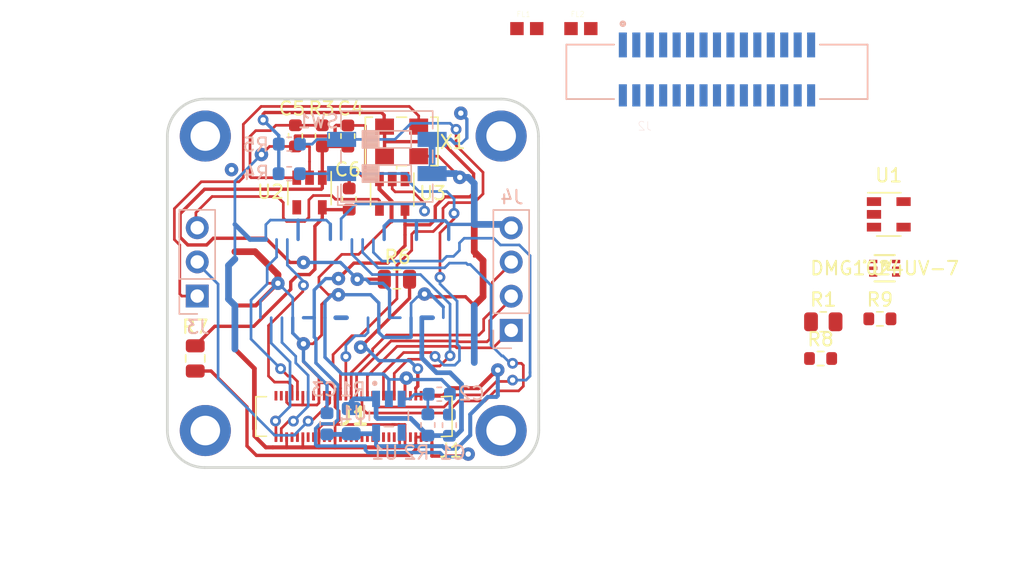
<source format=kicad_pcb>
(kicad_pcb (version 20171130) (host pcbnew 5.1.7-a382d34a8~87~ubuntu16.04.1)

  (general
    (thickness 1.6)
    (drawings 9)
    (tracks 653)
    (zones 0)
    (modules 34)
    (nets 93)
  )

  (page A4)
  (layers
    (0 F.Cu signal)
    (31 B.Cu signal)
    (32 B.Adhes user)
    (33 F.Adhes user)
    (34 B.Paste user)
    (35 F.Paste user)
    (36 B.SilkS user)
    (37 F.SilkS user)
    (38 B.Mask user)
    (39 F.Mask user)
    (40 Dwgs.User user)
    (41 Cmts.User user)
    (42 Eco1.User user)
    (43 Eco2.User user)
    (44 Edge.Cuts user)
    (45 Margin user)
    (46 B.CrtYd user)
    (47 F.CrtYd user)
    (48 B.Fab user)
    (49 F.Fab user)
  )

  (setup
    (last_trace_width 0.25)
    (user_trace_width 0.2)
    (user_trace_width 0.3)
    (user_trace_width 0.35)
    (user_trace_width 0.5)
    (trace_clearance 0.2)
    (zone_clearance 0.508)
    (zone_45_only no)
    (trace_min 0.2)
    (via_size 0.8)
    (via_drill 0.4)
    (via_min_size 0.4)
    (via_min_drill 0.3)
    (uvia_size 0.3)
    (uvia_drill 0.1)
    (uvias_allowed no)
    (uvia_min_size 0.2)
    (uvia_min_drill 0.1)
    (edge_width 0.05)
    (segment_width 0.2)
    (pcb_text_width 0.3)
    (pcb_text_size 1.5 1.5)
    (mod_edge_width 0.12)
    (mod_text_size 1 1)
    (mod_text_width 0.15)
    (pad_size 1.524 1.524)
    (pad_drill 0.762)
    (pad_to_mask_clearance 0.05)
    (aux_axis_origin 0 0)
    (visible_elements FFFFFFFF)
    (pcbplotparams
      (layerselection 0x010fc_ffffffff)
      (usegerberextensions false)
      (usegerberattributes true)
      (usegerberadvancedattributes true)
      (creategerberjobfile true)
      (excludeedgelayer false)
      (linewidth 0.150000)
      (plotframeref false)
      (viasonmask false)
      (mode 1)
      (useauxorigin true)
      (hpglpennumber 1)
      (hpglpenspeed 20)
      (hpglpendiameter 15.000000)
      (psnegative false)
      (psa4output false)
      (plotreference true)
      (plotvalue true)
      (plotinvisibletext false)
      (padsonsilk false)
      (subtractmaskfromsilk false)
      (outputformat 1)
      (mirror false)
      (drillshape 0)
      (scaleselection 1)
      (outputdirectory "plots/"))
  )

  (net 0 "")
  (net 1 GND)
  (net 2 +5V)
  (net 3 "Net-(C2-Pad1)")
  (net 4 +3V8)
  (net 5 +3V3)
  (net 6 +1V2)
  (net 7 +1V8)
  (net 8 VAA)
  (net 9 VDD)
  (net 10 "Net-(J1-Pad9)")
  (net 11 "Net-(J1-Pad10)")
  (net 12 /MIPI_CSI_CAM_nRST__RST_0_IS)
  (net 13 /RST_1)
  (net 14 /SPI_MISO)
  (net 15 /SPI_MOSI)
  (net 16 /GPIO0_XMASTER0)
  (net 17 /GPIO8_XMASTER1)
  (net 18 /I2C_SCL__I2C_0_SCL)
  (net 19 /I2C_1_CSL)
  (net 20 /SPI_CS)
  (net 21 /SPI_SCK)
  (net 22 /GPIO1_XVS0)
  (net 23 /GPIO9_XVS1)
  (net 24 /I2C_SDA__I2C_0_SDA)
  (net 25 /I2C_1_SDA)
  (net 26 /GPIO2_XHS0)
  (net 27 /GPIO10_XHS1)
  (net 28 /GPIO3_XTRIG0)
  (net 29 /GPIO11_XTRIG1)
  (net 30 /MIPI_CSI_CAM_PWDN__PWR_EN_0)
  (net 31 /PWR_EN_1)
  (net 32 /GPIO6_SLAMODE)
  (net 33 /GPIO7)
  (net 34 /MCLK0_INCK)
  (net 35 /GPIO4_UART_TXD)
  (net 36 /MCLK_1)
  (net 37 /GPIO5_UART_RXD)
  (net 38 /MIPI_CSI_CLK1_P__D_CLK_1_P)
  (net 39 /MIPI_CSI_CLK1_N__D_CLK_1_N)
  (net 40 /MIPI_CSI_D0_N__D_DATA_0_N)
  (net 41 /MIPI_CSI_D0_P__D_DATA_0_P)
  (net 42 /MIPI_CSI_CLK0_N__D_CLK_0_N)
  (net 43 /MIPI_CSI_CLK0_P__D_CLK_0_P)
  (net 44 +12V)
  (net 45 /EXT_MCLK)
  (net 46 /INT_MCLK)
  (net 47 "Net-(U1-Pad4)")
  (net 48 "Net-(U2-Pad4)")
  (net 49 "Net-(U3-Pad1)")
  (net 50 "Net-(J1-Pad46)")
  (net 51 "Net-(J1-Pad48)")
  (net 52 "Net-(J1-Pad52)")
  (net 53 "Net-(J1-Pad54)")
  (net 54 "Net-(J1-Pad57)")
  (net 55 "Net-(J1-Pad59)")
  (net 56 /CAM_PWDN)
  (net 57 "Net-(J1-Pad1)")
  (net 58 "Net-(J1-Pad2)")
  (net 59 "Net-(J1-Pad3)")
  (net 60 "Net-(J1-Pad4)")
  (net 61 "Net-(J1-Pad33)")
  (net 62 "Net-(J1-Pad41)")
  (net 63 "Net-(J1-Pad45)")
  (net 64 "Net-(J1-Pad47)")
  (net 65 /MIPI_CSI_D0_N__D_DATA_0_P)
  (net 66 "Net-(J2-Pad5)")
  (net 67 "Net-(J2-Pad6)")
  (net 68 /MIPI_CSI_CLK0_N__D_CLK_0_P)
  (net 69 /CAM_MCLK)
  (net 70 /SCL)
  (net 71 /SDA)
  (net 72 "Net-(R1-Pad1)")
  (net 73 /SDA_1V8)
  (net 74 /SCL_1V8)
  (net 75 "Net-(C1-Pad1)")
  (net 76 "Net-(C4-Pad1)")
  (net 77 /XCLR)
  (net 78 "Net-(J1-Pad16)")
  (net 79 "Net-(J1-Pad17)")
  (net 80 /SDO)
  (net 81 /TOUT1)
  (net 82 "Net-(J1-Pad22)")
  (net 83 /XCE)
  (net 84 "Net-(J1-Pad24)")
  (net 85 /TOUT2)
  (net 86 "Net-(J1-Pad28)")
  (net 87 "Net-(J1-Pad30)")
  (net 88 /TOUT0)
  (net 89 "Net-(J1-Pad34)")
  (net 90 "Net-(J1-Pad36)")
  (net 91 "Net-(J1-Pad40)")
  (net 92 "Net-(J1-Pad42)")

  (net_class Default "This is the default net class."
    (clearance 0.2)
    (trace_width 0.25)
    (via_dia 0.8)
    (via_drill 0.4)
    (uvia_dia 0.3)
    (uvia_drill 0.1)
    (add_net +12V)
    (add_net +1V2)
    (add_net +1V8)
    (add_net +3V3)
    (add_net +3V8)
    (add_net +5V)
    (add_net /CAM_MCLK)
    (add_net /CAM_PWDN)
    (add_net /EXT_MCLK)
    (add_net /GPIO0_XMASTER0)
    (add_net /GPIO10_XHS1)
    (add_net /GPIO11_XTRIG1)
    (add_net /GPIO1_XVS0)
    (add_net /GPIO2_XHS0)
    (add_net /GPIO3_XTRIG0)
    (add_net /GPIO4_UART_TXD)
    (add_net /GPIO5_UART_RXD)
    (add_net /GPIO6_SLAMODE)
    (add_net /GPIO7)
    (add_net /GPIO8_XMASTER1)
    (add_net /GPIO9_XVS1)
    (add_net /I2C_1_CSL)
    (add_net /I2C_1_SDA)
    (add_net /I2C_SCL__I2C_0_SCL)
    (add_net /I2C_SDA__I2C_0_SDA)
    (add_net /INT_MCLK)
    (add_net /MCLK0_INCK)
    (add_net /MCLK_1)
    (add_net /MIPI_CSI_CAM_PWDN__PWR_EN_0)
    (add_net /MIPI_CSI_CAM_nRST__RST_0_IS)
    (add_net /MIPI_CSI_CLK0_N__D_CLK_0_N)
    (add_net /MIPI_CSI_CLK0_N__D_CLK_0_P)
    (add_net /MIPI_CSI_CLK0_P__D_CLK_0_P)
    (add_net /MIPI_CSI_CLK1_N__D_CLK_1_N)
    (add_net /MIPI_CSI_CLK1_P__D_CLK_1_P)
    (add_net /MIPI_CSI_D0_N__D_DATA_0_N)
    (add_net /MIPI_CSI_D0_N__D_DATA_0_P)
    (add_net /MIPI_CSI_D0_P__D_DATA_0_P)
    (add_net /PWR_EN_1)
    (add_net /RST_1)
    (add_net /SCL)
    (add_net /SCL_1V8)
    (add_net /SDA)
    (add_net /SDA_1V8)
    (add_net /SDO)
    (add_net /SPI_CS)
    (add_net /SPI_MISO)
    (add_net /SPI_MOSI)
    (add_net /SPI_SCK)
    (add_net /TOUT0)
    (add_net /TOUT1)
    (add_net /TOUT2)
    (add_net /XCE)
    (add_net /XCLR)
    (add_net GND)
    (add_net "Net-(C1-Pad1)")
    (add_net "Net-(C2-Pad1)")
    (add_net "Net-(C4-Pad1)")
    (add_net "Net-(J1-Pad1)")
    (add_net "Net-(J1-Pad10)")
    (add_net "Net-(J1-Pad16)")
    (add_net "Net-(J1-Pad17)")
    (add_net "Net-(J1-Pad2)")
    (add_net "Net-(J1-Pad22)")
    (add_net "Net-(J1-Pad24)")
    (add_net "Net-(J1-Pad28)")
    (add_net "Net-(J1-Pad3)")
    (add_net "Net-(J1-Pad30)")
    (add_net "Net-(J1-Pad33)")
    (add_net "Net-(J1-Pad34)")
    (add_net "Net-(J1-Pad36)")
    (add_net "Net-(J1-Pad4)")
    (add_net "Net-(J1-Pad40)")
    (add_net "Net-(J1-Pad41)")
    (add_net "Net-(J1-Pad42)")
    (add_net "Net-(J1-Pad45)")
    (add_net "Net-(J1-Pad46)")
    (add_net "Net-(J1-Pad47)")
    (add_net "Net-(J1-Pad48)")
    (add_net "Net-(J1-Pad52)")
    (add_net "Net-(J1-Pad54)")
    (add_net "Net-(J1-Pad57)")
    (add_net "Net-(J1-Pad59)")
    (add_net "Net-(J1-Pad9)")
    (add_net "Net-(J2-Pad5)")
    (add_net "Net-(J2-Pad6)")
    (add_net "Net-(R1-Pad1)")
    (add_net "Net-(U1-Pad4)")
    (add_net "Net-(U2-Pad4)")
    (add_net "Net-(U3-Pad1)")
    (add_net VAA)
    (add_net VDD)
  )

  (module DF40HC_4.0_-60DS-0:DF40HC4060DS04V51 (layer F.Cu) (tedit 5F360B1C) (tstamp 5F29815C)
    (at 122.75 73.35 180)
    (descr "DF40HC(4.0)-60DS-0.4V(51)-2")
    (tags Connector)
    (path /5F2205C4)
    (attr smd)
    (fp_text reference J1 (at -7.2 -2.55) (layer F.SilkS)
      (effects (font (size 1 1) (thickness 0.15)))
    )
    (fp_text value "DF40HC(4.0)-60DS-0.4V(51)" (at 0 0) (layer F.SilkS) hide
      (effects (font (size 1.27 1.27) (thickness 0.254)))
    )
    (fp_line (start 7.3 1.47) (end 6.5 1.47) (layer F.SilkS) (width 0.1))
    (fp_line (start 7.3 -1.47) (end 7.3 1.47) (layer F.SilkS) (width 0.1))
    (fp_line (start 6.5 -1.47) (end 7.3 -1.47) (layer F.SilkS) (width 0.1))
    (fp_line (start -7.3 1.5) (end -6.5 1.47) (layer F.SilkS) (width 0.1))
    (fp_line (start -7.3 -1.47) (end -7.3 1.5) (layer F.SilkS) (width 0.1))
    (fp_line (start -6.5 -1.5) (end -7.3 -1.47) (layer F.SilkS) (width 0.1))
    (fp_line (start -8.3 2.89) (end -8.3 -2.89) (layer F.CrtYd) (width 0.1))
    (fp_line (start 8.3 2.89) (end -8.3 2.89) (layer F.CrtYd) (width 0.1))
    (fp_line (start 8.3 -2.89) (end 8.3 2.89) (layer F.CrtYd) (width 0.1))
    (fp_line (start -8.3 -2.89) (end 8.3 -2.89) (layer F.CrtYd) (width 0.1))
    (fp_line (start -7.3 1.47) (end -7.3 -1.47) (layer F.Fab) (width 0.2))
    (fp_line (start 7.3 1.47) (end -7.3 1.47) (layer F.Fab) (width 0.2))
    (fp_line (start 7.3 -1.47) (end 7.3 1.47) (layer F.Fab) (width 0.2))
    (fp_line (start -7.3 -1.47) (end 7.3 -1.47) (layer F.Fab) (width 0.2))
    (fp_text user %R (at 0 0) (layer F.Fab)
      (effects (font (size 1.27 1.27) (thickness 0.254)))
    )
    (pad 60 smd rect (at 5.8 -1.54 180) (size 0.2 0.7) (layers F.Cu F.Paste F.Mask)
      (net 42 /MIPI_CSI_CLK0_N__D_CLK_0_N))
    (pad 59 smd rect (at 5.8 1.54 180) (size 0.2 0.7) (layers F.Cu F.Paste F.Mask)
      (net 55 "Net-(J1-Pad59)"))
    (pad 58 smd rect (at 5.4 -1.54 180) (size 0.2 0.7) (layers F.Cu F.Paste F.Mask)
      (net 43 /MIPI_CSI_CLK0_P__D_CLK_0_P))
    (pad 57 smd rect (at 5.4 1.54 180) (size 0.2 0.7) (layers F.Cu F.Paste F.Mask)
      (net 54 "Net-(J1-Pad57)"))
    (pad 56 smd rect (at 5 -1.54 180) (size 0.2 0.7) (layers F.Cu F.Paste F.Mask)
      (net 1 GND))
    (pad 55 smd rect (at 5 1.54 180) (size 0.2 0.7) (layers F.Cu F.Paste F.Mask)
      (net 1 GND))
    (pad 54 smd rect (at 4.6 -1.54 180) (size 0.2 0.7) (layers F.Cu F.Paste F.Mask)
      (net 53 "Net-(J1-Pad54)"))
    (pad 53 smd rect (at 4.6 1.54 180) (size 0.2 0.7) (layers F.Cu F.Paste F.Mask)
      (net 41 /MIPI_CSI_D0_P__D_DATA_0_P))
    (pad 52 smd rect (at 4.2 -1.54 180) (size 0.2 0.7) (layers F.Cu F.Paste F.Mask)
      (net 52 "Net-(J1-Pad52)"))
    (pad 51 smd rect (at 4.2 1.54 180) (size 0.2 0.7) (layers F.Cu F.Paste F.Mask)
      (net 40 /MIPI_CSI_D0_N__D_DATA_0_N))
    (pad 50 smd rect (at 3.8 -1.54 180) (size 0.2 0.7) (layers F.Cu F.Paste F.Mask)
      (net 1 GND))
    (pad 49 smd rect (at 3.8 1.54 180) (size 0.2 0.7) (layers F.Cu F.Paste F.Mask)
      (net 1 GND))
    (pad 48 smd rect (at 3.4 -1.54 180) (size 0.2 0.7) (layers F.Cu F.Paste F.Mask)
      (net 51 "Net-(J1-Pad48)"))
    (pad 47 smd rect (at 3.4 1.54 180) (size 0.2 0.7) (layers F.Cu F.Paste F.Mask)
      (net 39 /MIPI_CSI_CLK1_N__D_CLK_1_N))
    (pad 46 smd rect (at 3 -1.54 180) (size 0.2 0.7) (layers F.Cu F.Paste F.Mask)
      (net 50 "Net-(J1-Pad46)"))
    (pad 45 smd rect (at 3 1.54 180) (size 0.2 0.7) (layers F.Cu F.Paste F.Mask)
      (net 38 /MIPI_CSI_CLK1_P__D_CLK_1_P))
    (pad 44 smd rect (at 2.6 -1.54 180) (size 0.2 0.7) (layers F.Cu F.Paste F.Mask)
      (net 1 GND))
    (pad 43 smd rect (at 2.6 1.54 180) (size 0.2 0.7) (layers F.Cu F.Paste F.Mask)
      (net 1 GND))
    (pad 42 smd rect (at 2.2 -1.54 180) (size 0.2 0.7) (layers F.Cu F.Paste F.Mask)
      (net 37 /GPIO5_UART_RXD))
    (pad 41 smd rect (at 2.2 1.54 180) (size 0.2 0.7) (layers F.Cu F.Paste F.Mask)
      (net 36 /MCLK_1))
    (pad 40 smd rect (at 1.8 -1.54 180) (size 0.2 0.7) (layers F.Cu F.Paste F.Mask)
      (net 35 /GPIO4_UART_TXD))
    (pad 39 smd rect (at 1.8 1.54 180) (size 0.2 0.7) (layers F.Cu F.Paste F.Mask)
      (net 34 /MCLK0_INCK))
    (pad 38 smd rect (at 1.4 -1.54 180) (size 0.2 0.7) (layers F.Cu F.Paste F.Mask)
      (net 1 GND))
    (pad 37 smd rect (at 1.4 1.54 180) (size 0.2 0.7) (layers F.Cu F.Paste F.Mask)
      (net 1 GND))
    (pad 36 smd rect (at 1 -1.54 180) (size 0.2 0.7) (layers F.Cu F.Paste F.Mask)
      (net 33 /GPIO7))
    (pad 35 smd rect (at 1 1.54 180) (size 0.2 0.7) (layers F.Cu F.Paste F.Mask)
      (net 32 /GPIO6_SLAMODE))
    (pad 34 smd rect (at 0.6 -1.54 180) (size 0.2 0.7) (layers F.Cu F.Paste F.Mask)
      (net 31 /PWR_EN_1))
    (pad 33 smd rect (at 0.6 1.54 180) (size 0.2 0.7) (layers F.Cu F.Paste F.Mask)
      (net 30 /MIPI_CSI_CAM_PWDN__PWR_EN_0))
    (pad 32 smd rect (at 0.2 -1.54 180) (size 0.2 0.7) (layers F.Cu F.Paste F.Mask)
      (net 29 /GPIO11_XTRIG1))
    (pad 31 smd rect (at 0.2 1.54 180) (size 0.2 0.7) (layers F.Cu F.Paste F.Mask)
      (net 28 /GPIO3_XTRIG0))
    (pad 30 smd rect (at -0.2 -1.54 180) (size 0.2 0.7) (layers F.Cu F.Paste F.Mask)
      (net 27 /GPIO10_XHS1))
    (pad 29 smd rect (at -0.2 1.54 180) (size 0.2 0.7) (layers F.Cu F.Paste F.Mask)
      (net 26 /GPIO2_XHS0))
    (pad 28 smd rect (at -0.6 -1.54 180) (size 0.2 0.7) (layers F.Cu F.Paste F.Mask)
      (net 25 /I2C_1_SDA))
    (pad 27 smd rect (at -0.6 1.54 180) (size 0.2 0.7) (layers F.Cu F.Paste F.Mask)
      (net 24 /I2C_SDA__I2C_0_SDA))
    (pad 26 smd rect (at -1 -1.54 180) (size 0.2 0.7) (layers F.Cu F.Paste F.Mask)
      (net 23 /GPIO9_XVS1))
    (pad 25 smd rect (at -1 1.54 180) (size 0.2 0.7) (layers F.Cu F.Paste F.Mask)
      (net 22 /GPIO1_XVS0))
    (pad 24 smd rect (at -1.4 -1.54 180) (size 0.2 0.7) (layers F.Cu F.Paste F.Mask)
      (net 21 /SPI_SCK))
    (pad 23 smd rect (at -1.4 1.54 180) (size 0.2 0.7) (layers F.Cu F.Paste F.Mask)
      (net 20 /SPI_CS))
    (pad 22 smd rect (at -1.8 -1.54 180) (size 0.2 0.7) (layers F.Cu F.Paste F.Mask)
      (net 19 /I2C_1_CSL))
    (pad 21 smd rect (at -1.8 1.54 180) (size 0.2 0.7) (layers F.Cu F.Paste F.Mask)
      (net 18 /I2C_SCL__I2C_0_SCL))
    (pad 20 smd rect (at -2.2 -1.54 180) (size 0.2 0.7) (layers F.Cu F.Paste F.Mask)
      (net 17 /GPIO8_XMASTER1))
    (pad 19 smd rect (at -2.2 1.54 180) (size 0.2 0.7) (layers F.Cu F.Paste F.Mask)
      (net 16 /GPIO0_XMASTER0))
    (pad 18 smd rect (at -2.6 -1.54 180) (size 0.2 0.7) (layers F.Cu F.Paste F.Mask)
      (net 15 /SPI_MOSI))
    (pad 17 smd rect (at -2.6 1.54 180) (size 0.2 0.7) (layers F.Cu F.Paste F.Mask)
      (net 14 /SPI_MISO))
    (pad 16 smd rect (at -3 -1.54 180) (size 0.2 0.7) (layers F.Cu F.Paste F.Mask)
      (net 13 /RST_1))
    (pad 15 smd rect (at -3 1.54 180) (size 0.2 0.7) (layers F.Cu F.Paste F.Mask)
      (net 12 /MIPI_CSI_CAM_nRST__RST_0_IS))
    (pad 14 smd rect (at -3.4 -1.54 180) (size 0.2 0.7) (layers F.Cu F.Paste F.Mask)
      (net 1 GND))
    (pad 13 smd rect (at -3.4 1.54 180) (size 0.2 0.7) (layers F.Cu F.Paste F.Mask)
      (net 1 GND))
    (pad 12 smd rect (at -3.8 -1.54 180) (size 0.2 0.7) (layers F.Cu F.Paste F.Mask)
      (net 1 GND))
    (pad 11 smd rect (at -3.8 1.54 180) (size 0.2 0.7) (layers F.Cu F.Paste F.Mask)
      (net 1 GND))
    (pad 10 smd rect (at -4.2 -1.54 180) (size 0.2 0.7) (layers F.Cu F.Paste F.Mask)
      (net 11 "Net-(J1-Pad10)"))
    (pad 9 smd rect (at -4.2 1.54 180) (size 0.2 0.7) (layers F.Cu F.Paste F.Mask)
      (net 10 "Net-(J1-Pad9)"))
    (pad 8 smd rect (at -4.6 -1.54 180) (size 0.2 0.7) (layers F.Cu F.Paste F.Mask)
      (net 9 VDD))
    (pad 7 smd rect (at -4.6 1.54 180) (size 0.2 0.7) (layers F.Cu F.Paste F.Mask)
      (net 8 VAA))
    (pad 6 smd rect (at -5 -1.54 180) (size 0.2 0.7) (layers F.Cu F.Paste F.Mask)
      (net 9 VDD))
    (pad 5 smd rect (at -5 1.54 180) (size 0.2 0.7) (layers F.Cu F.Paste F.Mask)
      (net 8 VAA))
    (pad 4 smd rect (at -5.4 -1.54 180) (size 0.2 0.7) (layers F.Cu F.Paste F.Mask)
      (net 7 +1V8))
    (pad 3 smd rect (at -5.4 1.54 180) (size 0.2 0.7) (layers F.Cu F.Paste F.Mask)
      (net 4 +3V8))
    (pad 2 smd rect (at -5.8 -1.54 180) (size 0.2 0.7) (layers F.Cu F.Paste F.Mask)
      (net 7 +1V8))
    (pad 1 smd rect (at -5.8 1.54 180) (size 0.2 0.7) (layers F.Cu F.Paste F.Mask)
      (net 4 +3V8))
    (model /home/khang/Workspace/Dev/Dynimlabs/dynim_imx8_camera_adapters/libraries/KiCad/Connectors/HRS/DF40HC_4.0_-60DS-0.4V_51_/DF40HC_4.0_-60DS.stp
      (offset (xyz 5.87 0 2.5))
      (scale (xyz 1 1 1))
      (rotate (xyz -90 0 90))
    )
  )

  (module LP5907QMFX-3:SOT95P280X145-5N (layer B.Cu) (tedit 5F36014E) (tstamp 5F2982EE)
    (at 125.35 73.3 270)
    (path /5F24A5DF)
    (fp_text reference U1 (at -0.2 2.6 180) (layer B.SilkS)
      (effects (font (size 1 1) (thickness 0.15)) (justify mirror))
    )
    (fp_text value LP5907QMFX-3.8Q1 (at 5.528 -2.508 270) (layer B.Fab)
      (effects (font (size 0.8 0.8) (thickness 0.015)) (justify mirror))
    )
    (fp_line (start -2.11 -1.7) (end -2.11 1.7) (layer B.CrtYd) (width 0.05))
    (fp_line (start 2.11 -1.7) (end -2.11 -1.7) (layer B.CrtYd) (width 0.05))
    (fp_line (start 2.11 1.7) (end 2.11 -1.7) (layer B.CrtYd) (width 0.05))
    (fp_line (start -2.11 1.7) (end 2.11 1.7) (layer B.CrtYd) (width 0.05))
    (fp_line (start 0.8 -1.45) (end -0.8 -1.45) (layer B.Fab) (width 0.127))
    (fp_line (start -0.8 1.45) (end 0.8 1.45) (layer B.Fab) (width 0.127))
    (fp_line (start 0.8 1.45) (end 0.8 -1.45) (layer B.Fab) (width 0.127))
    (fp_line (start -0.8 -1.45) (end -0.8 1.45) (layer B.Fab) (width 0.127))
    (fp_line (start 0.33 -1.45) (end -0.33 -1.45) (layer B.SilkS) (width 0.127))
    (fp_line (start 0.8 0.335) (end 0.8 -0.335) (layer B.SilkS) (width 0.127))
    (fp_line (start -0.33 1.45) (end 0.33 1.45) (layer B.SilkS) (width 0.127))
    (fp_circle (center -2.41 1.05) (end -2.31 1.05) (layer B.Fab) (width 0.2))
    (fp_circle (center -2.41 1.05) (end -2.31 1.05) (layer B.SilkS) (width 0.2))
    (pad 5 smd rect (at 1.255 0.95 270) (size 1.21 0.59) (layers B.Cu B.Paste B.Mask)
      (net 4 +3V8))
    (pad 4 smd rect (at 1.255 -0.95 270) (size 1.21 0.59) (layers B.Cu B.Paste B.Mask)
      (net 47 "Net-(U1-Pad4)"))
    (pad 3 smd rect (at -1.255 -0.95 270) (size 1.21 0.59) (layers B.Cu B.Paste B.Mask)
      (net 3 "Net-(C2-Pad1)"))
    (pad 2 smd rect (at -1.255 0 270) (size 1.21 0.59) (layers B.Cu B.Paste B.Mask)
      (net 1 GND))
    (pad 1 smd rect (at -1.255 0.95 270) (size 1.21 0.59) (layers B.Cu B.Paste B.Mask)
      (net 2 +5V))
    (model ${KISYS3DMOD}/Package_TO_SOT_SMD.3dshapes/SOT-23-5.wrl
      (at (xyz 0 0 0))
      (scale (xyz 1 1 1))
      (rotate (xyz 0 0 0))
    )
  )

  (module MountingHole:MountingHole_2.2mm_M2_ISO14580_Pad (layer F.Cu) (tedit 56D1B4CB) (tstamp 5F29A7B8)
    (at 111.7 52.5)
    (descr "Mounting Hole 2.2mm, M2, ISO14580")
    (tags "mounting hole 2.2mm m2 iso14580")
    (attr virtual)
    (fp_text reference LU (at 0.05 3.1) (layer F.SilkS) hide
      (effects (font (size 1 1) (thickness 0.15)))
    )
    (fp_text value MountingHole_2.2mm_M2_ISO14580_Pad (at 0 2.9) (layer F.Fab)
      (effects (font (size 1 1) (thickness 0.15)))
    )
    (fp_circle (center 0 0) (end 2.15 0) (layer F.CrtYd) (width 0.05))
    (fp_circle (center 0 0) (end 1.9 0) (layer Cmts.User) (width 0.15))
    (fp_text user %R (at 0.3 0) (layer F.Fab)
      (effects (font (size 1 1) (thickness 0.15)))
    )
    (pad 1 thru_hole circle (at 0 0) (size 3.8 3.8) (drill 2.2) (layers *.Cu *.Mask))
  )

  (module MountingHole:MountingHole_2.2mm_M2_ISO14580_Pad (layer F.Cu) (tedit 56D1B4CB) (tstamp 5F29A79B)
    (at 133.7 52.5)
    (descr "Mounting Hole 2.2mm, M2, ISO14580")
    (tags "mounting hole 2.2mm m2 iso14580")
    (attr virtual)
    (fp_text reference RU (at 0.1 2.95) (layer F.SilkS) hide
      (effects (font (size 1 1) (thickness 0.15)))
    )
    (fp_text value MountingHole_2.2mm_M2_ISO14580_Pad (at 0 2.9) (layer F.Fab)
      (effects (font (size 1 1) (thickness 0.15)))
    )
    (fp_circle (center 0 0) (end 2.15 0) (layer F.CrtYd) (width 0.05))
    (fp_circle (center 0 0) (end 1.9 0) (layer Cmts.User) (width 0.15))
    (fp_text user %R (at 0.3 0) (layer F.Fab)
      (effects (font (size 1 1) (thickness 0.15)))
    )
    (pad 1 thru_hole circle (at 0 0) (size 3.8 3.8) (drill 2.2) (layers *.Cu *.Mask))
  )

  (module MountingHole:MountingHole_2.2mm_M2_ISO14580_Pad (layer F.Cu) (tedit 56D1B4CB) (tstamp 5F29A6D0)
    (at 133.7 74.4)
    (descr "Mounting Hole 2.2mm, M2, ISO14580")
    (tags "mounting hole 2.2mm m2 iso14580")
    (attr virtual)
    (fp_text reference RD (at 0 -2.9) (layer F.SilkS) hide
      (effects (font (size 1 1) (thickness 0.15)))
    )
    (fp_text value MountingHole_2.2mm_M2_ISO14580_Pad (at 0 2.9) (layer F.Fab)
      (effects (font (size 1 1) (thickness 0.15)))
    )
    (fp_circle (center 0 0) (end 2.15 0) (layer F.CrtYd) (width 0.05))
    (fp_circle (center 0 0) (end 1.9 0) (layer Cmts.User) (width 0.15))
    (fp_text user %R (at 0.3 0) (layer F.Fab)
      (effects (font (size 1 1) (thickness 0.15)))
    )
    (pad 1 thru_hole circle (at 0 0) (size 3.8 3.8) (drill 2.2) (layers *.Cu *.Mask))
  )

  (module MountingHole:MountingHole_2.2mm_M2_ISO14580_Pad (layer F.Cu) (tedit 56D1B4CB) (tstamp 5F299DC9)
    (at 111.7 74.4)
    (descr "Mounting Hole 2.2mm, M2, ISO14580")
    (tags "mounting hole 2.2mm m2 iso14580")
    (attr virtual)
    (fp_text reference LD (at 0 -2.9) (layer F.SilkS) hide
      (effects (font (size 1 1) (thickness 0.15)))
    )
    (fp_text value MountingHole_2.2mm_M2_ISO14580_Pad (at 0 2.9) (layer F.Fab)
      (effects (font (size 1 1) (thickness 0.15)))
    )
    (fp_circle (center 0 0) (end 2.15 0) (layer F.CrtYd) (width 0.05))
    (fp_circle (center 0 0) (end 1.9 0) (layer Cmts.User) (width 0.15))
    (fp_text user %R (at 0.3 0) (layer F.Fab)
      (effects (font (size 1 1) (thickness 0.15)))
    )
    (pad 1 thru_hole circle (at 0 0) (size 3.8 3.8) (drill 2.2) (layers *.Cu *.Mask))
  )

  (module Capacitor_SMD:C_0603_1608Metric (layer B.Cu) (tedit 5B301BBE) (tstamp 5F2980B8)
    (at 129.85 74 90)
    (descr "Capacitor SMD 0603 (1608 Metric), square (rectangular) end terminal, IPC_7351 nominal, (Body size source: http://www.tortai-tech.com/upload/download/2011102023233369053.pdf), generated with kicad-footprint-generator")
    (tags capacitor)
    (path /5F23A1EE)
    (attr smd)
    (fp_text reference C1 (at -2.05 0.25 180) (layer B.SilkS)
      (effects (font (size 1 1) (thickness 0.15)) (justify mirror))
    )
    (fp_text value 1uF (at 0 -1.43 90) (layer B.Fab)
      (effects (font (size 1 1) (thickness 0.15)) (justify mirror))
    )
    (fp_line (start 1.48 -0.73) (end -1.48 -0.73) (layer B.CrtYd) (width 0.05))
    (fp_line (start 1.48 0.73) (end 1.48 -0.73) (layer B.CrtYd) (width 0.05))
    (fp_line (start -1.48 0.73) (end 1.48 0.73) (layer B.CrtYd) (width 0.05))
    (fp_line (start -1.48 -0.73) (end -1.48 0.73) (layer B.CrtYd) (width 0.05))
    (fp_line (start -0.162779 -0.51) (end 0.162779 -0.51) (layer B.SilkS) (width 0.12))
    (fp_line (start -0.162779 0.51) (end 0.162779 0.51) (layer B.SilkS) (width 0.12))
    (fp_line (start 0.8 -0.4) (end -0.8 -0.4) (layer B.Fab) (width 0.1))
    (fp_line (start 0.8 0.4) (end 0.8 -0.4) (layer B.Fab) (width 0.1))
    (fp_line (start -0.8 0.4) (end 0.8 0.4) (layer B.Fab) (width 0.1))
    (fp_line (start -0.8 -0.4) (end -0.8 0.4) (layer B.Fab) (width 0.1))
    (fp_text user %R (at 0 0 90) (layer B.Fab)
      (effects (font (size 0.4 0.4) (thickness 0.06)) (justify mirror))
    )
    (pad 2 smd roundrect (at 0.7875 0 90) (size 0.875 0.95) (layers B.Cu B.Paste B.Mask) (roundrect_rratio 0.25)
      (net 1 GND))
    (pad 1 smd roundrect (at -0.7875 0 90) (size 0.875 0.95) (layers B.Cu B.Paste B.Mask) (roundrect_rratio 0.25)
      (net 75 "Net-(C1-Pad1)"))
    (model ${KISYS3DMOD}/Capacitor_SMD.3dshapes/C_0603_1608Metric.wrl
      (at (xyz 0 0 0))
      (scale (xyz 1 1 1))
      (rotate (xyz 0 0 0))
    )
  )

  (module Capacitor_SMD:C_0603_1608Metric (layer B.Cu) (tedit 5B301BBE) (tstamp 5F2980C9)
    (at 129.1 71.7)
    (descr "Capacitor SMD 0603 (1608 Metric), square (rectangular) end terminal, IPC_7351 nominal, (Body size source: http://www.tortai-tech.com/upload/download/2011102023233369053.pdf), generated with kicad-footprint-generator")
    (tags capacitor)
    (path /5F276FBA)
    (attr smd)
    (fp_text reference C2 (at 2.4 -0.05) (layer B.SilkS)
      (effects (font (size 1 1) (thickness 0.15)) (justify mirror))
    )
    (fp_text value 1uF (at 0 -1.43) (layer B.Fab)
      (effects (font (size 1 1) (thickness 0.15)) (justify mirror))
    )
    (fp_line (start -0.8 -0.4) (end -0.8 0.4) (layer B.Fab) (width 0.1))
    (fp_line (start -0.8 0.4) (end 0.8 0.4) (layer B.Fab) (width 0.1))
    (fp_line (start 0.8 0.4) (end 0.8 -0.4) (layer B.Fab) (width 0.1))
    (fp_line (start 0.8 -0.4) (end -0.8 -0.4) (layer B.Fab) (width 0.1))
    (fp_line (start -0.162779 0.51) (end 0.162779 0.51) (layer B.SilkS) (width 0.12))
    (fp_line (start -0.162779 -0.51) (end 0.162779 -0.51) (layer B.SilkS) (width 0.12))
    (fp_line (start -1.48 -0.73) (end -1.48 0.73) (layer B.CrtYd) (width 0.05))
    (fp_line (start -1.48 0.73) (end 1.48 0.73) (layer B.CrtYd) (width 0.05))
    (fp_line (start 1.48 0.73) (end 1.48 -0.73) (layer B.CrtYd) (width 0.05))
    (fp_line (start 1.48 -0.73) (end -1.48 -0.73) (layer B.CrtYd) (width 0.05))
    (fp_text user %R (at 0 0 180) (layer B.Fab)
      (effects (font (size 0.4 0.4) (thickness 0.06)) (justify mirror))
    )
    (pad 1 smd roundrect (at -0.7875 0) (size 0.875 0.95) (layers B.Cu B.Paste B.Mask) (roundrect_rratio 0.25)
      (net 56 /CAM_PWDN))
    (pad 2 smd roundrect (at 0.7875 0) (size 0.875 0.95) (layers B.Cu B.Paste B.Mask) (roundrect_rratio 0.25)
      (net 1 GND))
    (model ${KISYS3DMOD}/Capacitor_SMD.3dshapes/C_0603_1608Metric.wrl
      (at (xyz 0 0 0))
      (scale (xyz 1 1 1))
      (rotate (xyz 0 0 0))
    )
  )

  (module Capacitor_SMD:C_0603_1608Metric (layer B.Cu) (tedit 5B301BBE) (tstamp 5F2980DA)
    (at 120.75 73.9 90)
    (descr "Capacitor SMD 0603 (1608 Metric), square (rectangular) end terminal, IPC_7351 nominal, (Body size source: http://www.tortai-tech.com/upload/download/2011102023233369053.pdf), generated with kicad-footprint-generator")
    (tags capacitor)
    (path /5F34AC62)
    (attr smd)
    (fp_text reference C3 (at 2.55 -0.2) (layer B.SilkS)
      (effects (font (size 1 1) (thickness 0.15)) (justify mirror))
    )
    (fp_text value 10uF (at 0 -1.43 90) (layer B.Fab)
      (effects (font (size 1 1) (thickness 0.15)) (justify mirror))
    )
    (fp_line (start 1.48 -0.73) (end -1.48 -0.73) (layer B.CrtYd) (width 0.05))
    (fp_line (start 1.48 0.73) (end 1.48 -0.73) (layer B.CrtYd) (width 0.05))
    (fp_line (start -1.48 0.73) (end 1.48 0.73) (layer B.CrtYd) (width 0.05))
    (fp_line (start -1.48 -0.73) (end -1.48 0.73) (layer B.CrtYd) (width 0.05))
    (fp_line (start -0.162779 -0.51) (end 0.162779 -0.51) (layer B.SilkS) (width 0.12))
    (fp_line (start -0.162779 0.51) (end 0.162779 0.51) (layer B.SilkS) (width 0.12))
    (fp_line (start 0.8 -0.4) (end -0.8 -0.4) (layer B.Fab) (width 0.1))
    (fp_line (start 0.8 0.4) (end 0.8 -0.4) (layer B.Fab) (width 0.1))
    (fp_line (start -0.8 0.4) (end 0.8 0.4) (layer B.Fab) (width 0.1))
    (fp_line (start -0.8 -0.4) (end -0.8 0.4) (layer B.Fab) (width 0.1))
    (fp_text user %R (at 0 0 90) (layer B.Fab)
      (effects (font (size 0.4 0.4) (thickness 0.06)) (justify mirror))
    )
    (pad 2 smd roundrect (at 0.7875 0 90) (size 0.875 0.95) (layers B.Cu B.Paste B.Mask) (roundrect_rratio 0.25)
      (net 1 GND))
    (pad 1 smd roundrect (at -0.7875 0 90) (size 0.875 0.95) (layers B.Cu B.Paste B.Mask) (roundrect_rratio 0.25)
      (net 7 +1V8))
    (model ${KISYS3DMOD}/Capacitor_SMD.3dshapes/C_0603_1608Metric.wrl
      (at (xyz 0 0 0))
      (scale (xyz 1 1 1))
      (rotate (xyz 0 0 0))
    )
  )

  (module Capacitor_SMD:C_0603_1608Metric (layer F.Cu) (tedit 5B301BBE) (tstamp 5F2980EB)
    (at 122.3 52.5 90)
    (descr "Capacitor SMD 0603 (1608 Metric), square (rectangular) end terminal, IPC_7351 nominal, (Body size source: http://www.tortai-tech.com/upload/download/2011102023233369053.pdf), generated with kicad-footprint-generator")
    (tags capacitor)
    (path /5F41FB0E)
    (attr smd)
    (fp_text reference C4 (at 2.05 0.2 180) (layer F.SilkS)
      (effects (font (size 1 1) (thickness 0.15)))
    )
    (fp_text value 1uF (at 0 1.43 90) (layer F.Fab)
      (effects (font (size 1 1) (thickness 0.15)))
    )
    (fp_line (start -0.8 0.4) (end -0.8 -0.4) (layer F.Fab) (width 0.1))
    (fp_line (start -0.8 -0.4) (end 0.8 -0.4) (layer F.Fab) (width 0.1))
    (fp_line (start 0.8 -0.4) (end 0.8 0.4) (layer F.Fab) (width 0.1))
    (fp_line (start 0.8 0.4) (end -0.8 0.4) (layer F.Fab) (width 0.1))
    (fp_line (start -0.162779 -0.51) (end 0.162779 -0.51) (layer F.SilkS) (width 0.12))
    (fp_line (start -0.162779 0.51) (end 0.162779 0.51) (layer F.SilkS) (width 0.12))
    (fp_line (start -1.48 0.73) (end -1.48 -0.73) (layer F.CrtYd) (width 0.05))
    (fp_line (start -1.48 -0.73) (end 1.48 -0.73) (layer F.CrtYd) (width 0.05))
    (fp_line (start 1.48 -0.73) (end 1.48 0.73) (layer F.CrtYd) (width 0.05))
    (fp_line (start 1.48 0.73) (end -1.48 0.73) (layer F.CrtYd) (width 0.05))
    (fp_text user %R (at 0 0 90) (layer F.Fab)
      (effects (font (size 0.4 0.4) (thickness 0.06)))
    )
    (pad 1 smd roundrect (at -0.7875 0 90) (size 0.875 0.95) (layers F.Cu F.Paste F.Mask) (roundrect_rratio 0.25)
      (net 76 "Net-(C4-Pad1)"))
    (pad 2 smd roundrect (at 0.7875 0 90) (size 0.875 0.95) (layers F.Cu F.Paste F.Mask) (roundrect_rratio 0.25)
      (net 1 GND))
    (model ${KISYS3DMOD}/Capacitor_SMD.3dshapes/C_0603_1608Metric.wrl
      (at (xyz 0 0 0))
      (scale (xyz 1 1 1))
      (rotate (xyz 0 0 0))
    )
  )

  (module Capacitor_SMD:C_0603_1608Metric (layer F.Cu) (tedit 5B301BBE) (tstamp 5F2980FC)
    (at 118.4 52.4875 270)
    (descr "Capacitor SMD 0603 (1608 Metric), square (rectangular) end terminal, IPC_7351 nominal, (Body size source: http://www.tortai-tech.com/upload/download/2011102023233369053.pdf), generated with kicad-footprint-generator")
    (tags capacitor)
    (path /5F46795F)
    (attr smd)
    (fp_text reference C5 (at -2.0375 0.25 180) (layer F.SilkS)
      (effects (font (size 1 1) (thickness 0.15)))
    )
    (fp_text value 1uF (at 0 1.43 90) (layer F.Fab)
      (effects (font (size 1 1) (thickness 0.15)))
    )
    (fp_line (start 1.48 0.73) (end -1.48 0.73) (layer F.CrtYd) (width 0.05))
    (fp_line (start 1.48 -0.73) (end 1.48 0.73) (layer F.CrtYd) (width 0.05))
    (fp_line (start -1.48 -0.73) (end 1.48 -0.73) (layer F.CrtYd) (width 0.05))
    (fp_line (start -1.48 0.73) (end -1.48 -0.73) (layer F.CrtYd) (width 0.05))
    (fp_line (start -0.162779 0.51) (end 0.162779 0.51) (layer F.SilkS) (width 0.12))
    (fp_line (start -0.162779 -0.51) (end 0.162779 -0.51) (layer F.SilkS) (width 0.12))
    (fp_line (start 0.8 0.4) (end -0.8 0.4) (layer F.Fab) (width 0.1))
    (fp_line (start 0.8 -0.4) (end 0.8 0.4) (layer F.Fab) (width 0.1))
    (fp_line (start -0.8 -0.4) (end 0.8 -0.4) (layer F.Fab) (width 0.1))
    (fp_line (start -0.8 0.4) (end -0.8 -0.4) (layer F.Fab) (width 0.1))
    (fp_text user %R (at 0 0 90) (layer F.Fab)
      (effects (font (size 0.4 0.4) (thickness 0.06)))
    )
    (pad 2 smd roundrect (at 0.7875 0 270) (size 0.875 0.95) (layers F.Cu F.Paste F.Mask) (roundrect_rratio 0.25)
      (net 1 GND))
    (pad 1 smd roundrect (at -0.7875 0 270) (size 0.875 0.95) (layers F.Cu F.Paste F.Mask) (roundrect_rratio 0.25)
      (net 56 /CAM_PWDN))
    (model ${KISYS3DMOD}/Capacitor_SMD.3dshapes/C_0603_1608Metric.wrl
      (at (xyz 0 0 0))
      (scale (xyz 1 1 1))
      (rotate (xyz 0 0 0))
    )
  )

  (module Capacitor_SMD:C_0603_1608Metric (layer F.Cu) (tedit 5B301BBE) (tstamp 5F29810D)
    (at 122.4 57.1875 90)
    (descr "Capacitor SMD 0603 (1608 Metric), square (rectangular) end terminal, IPC_7351 nominal, (Body size source: http://www.tortai-tech.com/upload/download/2011102023233369053.pdf), generated with kicad-footprint-generator")
    (tags capacitor)
    (path /5F4BAD32)
    (attr smd)
    (fp_text reference C6 (at 2.2 -0.1 180) (layer F.SilkS)
      (effects (font (size 1 1) (thickness 0.15)))
    )
    (fp_text value 10uF (at 0 1.43 90) (layer F.Fab)
      (effects (font (size 1 1) (thickness 0.15)))
    )
    (fp_line (start -0.8 0.4) (end -0.8 -0.4) (layer F.Fab) (width 0.1))
    (fp_line (start -0.8 -0.4) (end 0.8 -0.4) (layer F.Fab) (width 0.1))
    (fp_line (start 0.8 -0.4) (end 0.8 0.4) (layer F.Fab) (width 0.1))
    (fp_line (start 0.8 0.4) (end -0.8 0.4) (layer F.Fab) (width 0.1))
    (fp_line (start -0.162779 -0.51) (end 0.162779 -0.51) (layer F.SilkS) (width 0.12))
    (fp_line (start -0.162779 0.51) (end 0.162779 0.51) (layer F.SilkS) (width 0.12))
    (fp_line (start -1.48 0.73) (end -1.48 -0.73) (layer F.CrtYd) (width 0.05))
    (fp_line (start -1.48 -0.73) (end 1.48 -0.73) (layer F.CrtYd) (width 0.05))
    (fp_line (start 1.48 -0.73) (end 1.48 0.73) (layer F.CrtYd) (width 0.05))
    (fp_line (start 1.48 0.73) (end -1.48 0.73) (layer F.CrtYd) (width 0.05))
    (fp_text user %R (at 0 0 90) (layer F.Fab)
      (effects (font (size 0.4 0.4) (thickness 0.06)))
    )
    (pad 1 smd roundrect (at -0.7875 0 90) (size 0.875 0.95) (layers F.Cu F.Paste F.Mask) (roundrect_rratio 0.25)
      (net 6 +1V2))
    (pad 2 smd roundrect (at 0.7875 0 90) (size 0.875 0.95) (layers F.Cu F.Paste F.Mask) (roundrect_rratio 0.25)
      (net 1 GND))
    (model ${KISYS3DMOD}/Capacitor_SMD.3dshapes/C_0603_1608Metric.wrl
      (at (xyz 0 0 0))
      (scale (xyz 1 1 1))
      (rotate (xyz 0 0 0))
    )
  )

  (module Resistor_SMD:R_0603_1608Metric (layer B.Cu) (tedit 5B301BBD) (tstamp 5F298248)
    (at 128.25 73.9875 270)
    (descr "Resistor SMD 0603 (1608 Metric), square (rectangular) end terminal, IPC_7351 nominal, (Body size source: http://www.tortai-tech.com/upload/download/2011102023233369053.pdf), generated with kicad-footprint-generator")
    (tags resistor)
    (path /5F309F3F)
    (attr smd)
    (fp_text reference R2 (at 2.0625 0.85 180) (layer B.SilkS)
      (effects (font (size 1 1) (thickness 0.15)) (justify mirror))
    )
    (fp_text value 33k (at 0 -1.43 90) (layer B.Fab)
      (effects (font (size 1 1) (thickness 0.15)) (justify mirror))
    )
    (fp_line (start 1.48 -0.73) (end -1.48 -0.73) (layer B.CrtYd) (width 0.05))
    (fp_line (start 1.48 0.73) (end 1.48 -0.73) (layer B.CrtYd) (width 0.05))
    (fp_line (start -1.48 0.73) (end 1.48 0.73) (layer B.CrtYd) (width 0.05))
    (fp_line (start -1.48 -0.73) (end -1.48 0.73) (layer B.CrtYd) (width 0.05))
    (fp_line (start -0.162779 -0.51) (end 0.162779 -0.51) (layer B.SilkS) (width 0.12))
    (fp_line (start -0.162779 0.51) (end 0.162779 0.51) (layer B.SilkS) (width 0.12))
    (fp_line (start 0.8 -0.4) (end -0.8 -0.4) (layer B.Fab) (width 0.1))
    (fp_line (start 0.8 0.4) (end 0.8 -0.4) (layer B.Fab) (width 0.1))
    (fp_line (start -0.8 0.4) (end 0.8 0.4) (layer B.Fab) (width 0.1))
    (fp_line (start -0.8 -0.4) (end -0.8 0.4) (layer B.Fab) (width 0.1))
    (fp_text user %R (at 0 0 90) (layer B.Fab)
      (effects (font (size 0.4 0.4) (thickness 0.06)) (justify mirror))
    )
    (pad 2 smd roundrect (at 0.7875 0 270) (size 0.875 0.95) (layers B.Cu B.Paste B.Mask) (roundrect_rratio 0.25)
      (net 75 "Net-(C1-Pad1)"))
    (pad 1 smd roundrect (at -0.7875 0 270) (size 0.875 0.95) (layers B.Cu B.Paste B.Mask) (roundrect_rratio 0.25)
      (net 56 /CAM_PWDN))
    (model ${KISYS3DMOD}/Resistor_SMD.3dshapes/R_0603_1608Metric.wrl
      (at (xyz 0 0 0))
      (scale (xyz 1 1 1))
      (rotate (xyz 0 0 0))
    )
  )

  (module Resistor_SMD:R_0603_1608Metric (layer F.Cu) (tedit 5B301BBD) (tstamp 5F298259)
    (at 120.4 52.4875 270)
    (descr "Resistor SMD 0603 (1608 Metric), square (rectangular) end terminal, IPC_7351 nominal, (Body size source: http://www.tortai-tech.com/upload/download/2011102023233369053.pdf), generated with kicad-footprint-generator")
    (tags resistor)
    (path /5F2EC1EB)
    (attr smd)
    (fp_text reference R3 (at -2.0375 0.05) (layer F.SilkS)
      (effects (font (size 1 1) (thickness 0.15)))
    )
    (fp_text value 33k (at 0 1.43 90) (layer F.Fab)
      (effects (font (size 1 1) (thickness 0.15)))
    )
    (fp_line (start -0.8 0.4) (end -0.8 -0.4) (layer F.Fab) (width 0.1))
    (fp_line (start -0.8 -0.4) (end 0.8 -0.4) (layer F.Fab) (width 0.1))
    (fp_line (start 0.8 -0.4) (end 0.8 0.4) (layer F.Fab) (width 0.1))
    (fp_line (start 0.8 0.4) (end -0.8 0.4) (layer F.Fab) (width 0.1))
    (fp_line (start -0.162779 -0.51) (end 0.162779 -0.51) (layer F.SilkS) (width 0.12))
    (fp_line (start -0.162779 0.51) (end 0.162779 0.51) (layer F.SilkS) (width 0.12))
    (fp_line (start -1.48 0.73) (end -1.48 -0.73) (layer F.CrtYd) (width 0.05))
    (fp_line (start -1.48 -0.73) (end 1.48 -0.73) (layer F.CrtYd) (width 0.05))
    (fp_line (start 1.48 -0.73) (end 1.48 0.73) (layer F.CrtYd) (width 0.05))
    (fp_line (start 1.48 0.73) (end -1.48 0.73) (layer F.CrtYd) (width 0.05))
    (fp_text user %R (at 0 0 90) (layer F.Fab)
      (effects (font (size 0.4 0.4) (thickness 0.06)))
    )
    (pad 1 smd roundrect (at -0.7875 0 270) (size 0.875 0.95) (layers F.Cu F.Paste F.Mask) (roundrect_rratio 0.25)
      (net 56 /CAM_PWDN))
    (pad 2 smd roundrect (at 0.7875 0 270) (size 0.875 0.95) (layers F.Cu F.Paste F.Mask) (roundrect_rratio 0.25)
      (net 76 "Net-(C4-Pad1)"))
    (model ${KISYS3DMOD}/Resistor_SMD.3dshapes/R_0603_1608Metric.wrl
      (at (xyz 0 0 0))
      (scale (xyz 1 1 1))
      (rotate (xyz 0 0 0))
    )
  )

  (module Resistor_SMD:R_0603_1608Metric (layer B.Cu) (tedit 5B301BBD) (tstamp 5F29826A)
    (at 117.9375 55.3 180)
    (descr "Resistor SMD 0603 (1608 Metric), square (rectangular) end terminal, IPC_7351 nominal, (Body size source: http://www.tortai-tech.com/upload/download/2011102023233369053.pdf), generated with kicad-footprint-generator")
    (tags resistor)
    (path /5F6449E3)
    (attr smd)
    (fp_text reference R4 (at 2.4625 0.05) (layer B.SilkS)
      (effects (font (size 1 1) (thickness 0.15)) (justify mirror))
    )
    (fp_text value 10k (at 0 -1.43) (layer B.Fab)
      (effects (font (size 1 1) (thickness 0.15)) (justify mirror))
    )
    (fp_line (start 1.48 -0.73) (end -1.48 -0.73) (layer B.CrtYd) (width 0.05))
    (fp_line (start 1.48 0.73) (end 1.48 -0.73) (layer B.CrtYd) (width 0.05))
    (fp_line (start -1.48 0.73) (end 1.48 0.73) (layer B.CrtYd) (width 0.05))
    (fp_line (start -1.48 -0.73) (end -1.48 0.73) (layer B.CrtYd) (width 0.05))
    (fp_line (start -0.162779 -0.51) (end 0.162779 -0.51) (layer B.SilkS) (width 0.12))
    (fp_line (start -0.162779 0.51) (end 0.162779 0.51) (layer B.SilkS) (width 0.12))
    (fp_line (start 0.8 -0.4) (end -0.8 -0.4) (layer B.Fab) (width 0.1))
    (fp_line (start 0.8 0.4) (end 0.8 -0.4) (layer B.Fab) (width 0.1))
    (fp_line (start -0.8 0.4) (end 0.8 0.4) (layer B.Fab) (width 0.1))
    (fp_line (start -0.8 -0.4) (end -0.8 0.4) (layer B.Fab) (width 0.1))
    (fp_text user %R (at 0 0) (layer B.Fab)
      (effects (font (size 0.4 0.4) (thickness 0.06)) (justify mirror))
    )
    (pad 2 smd roundrect (at 0.7875 0 180) (size 0.875 0.95) (layers B.Cu B.Paste B.Mask) (roundrect_rratio 0.25)
      (net 7 +1V8))
    (pad 1 smd roundrect (at -0.7875 0 180) (size 0.875 0.95) (layers B.Cu B.Paste B.Mask) (roundrect_rratio 0.25)
      (net 16 /GPIO0_XMASTER0))
    (model ${KISYS3DMOD}/Resistor_SMD.3dshapes/R_0603_1608Metric.wrl
      (at (xyz 0 0 0))
      (scale (xyz 1 1 1))
      (rotate (xyz 0 0 0))
    )
  )

  (module Resistor_SMD:R_0603_1608Metric (layer B.Cu) (tedit 5B301BBD) (tstamp 5F29827B)
    (at 117.95 53.1 180)
    (descr "Resistor SMD 0603 (1608 Metric), square (rectangular) end terminal, IPC_7351 nominal, (Body size source: http://www.tortai-tech.com/upload/download/2011102023233369053.pdf), generated with kicad-footprint-generator")
    (tags resistor)
    (path /5F62099B)
    (attr smd)
    (fp_text reference R5 (at 2.5 -0.05) (layer B.SilkS)
      (effects (font (size 1 1) (thickness 0.15)) (justify mirror))
    )
    (fp_text value 10k (at 0 -1.43) (layer B.Fab)
      (effects (font (size 1 1) (thickness 0.15)) (justify mirror))
    )
    (fp_line (start -0.8 -0.4) (end -0.8 0.4) (layer B.Fab) (width 0.1))
    (fp_line (start -0.8 0.4) (end 0.8 0.4) (layer B.Fab) (width 0.1))
    (fp_line (start 0.8 0.4) (end 0.8 -0.4) (layer B.Fab) (width 0.1))
    (fp_line (start 0.8 -0.4) (end -0.8 -0.4) (layer B.Fab) (width 0.1))
    (fp_line (start -0.162779 0.51) (end 0.162779 0.51) (layer B.SilkS) (width 0.12))
    (fp_line (start -0.162779 -0.51) (end 0.162779 -0.51) (layer B.SilkS) (width 0.12))
    (fp_line (start -1.48 -0.73) (end -1.48 0.73) (layer B.CrtYd) (width 0.05))
    (fp_line (start -1.48 0.73) (end 1.48 0.73) (layer B.CrtYd) (width 0.05))
    (fp_line (start 1.48 0.73) (end 1.48 -0.73) (layer B.CrtYd) (width 0.05))
    (fp_line (start 1.48 -0.73) (end -1.48 -0.73) (layer B.CrtYd) (width 0.05))
    (fp_text user %R (at 0 0) (layer B.Fab)
      (effects (font (size 0.4 0.4) (thickness 0.06)) (justify mirror))
    )
    (pad 1 smd roundrect (at -0.7875 0 180) (size 0.875 0.95) (layers B.Cu B.Paste B.Mask) (roundrect_rratio 0.25)
      (net 32 /GPIO6_SLAMODE))
    (pad 2 smd roundrect (at 0.7875 0 180) (size 0.875 0.95) (layers B.Cu B.Paste B.Mask) (roundrect_rratio 0.25)
      (net 7 +1V8))
    (model ${KISYS3DMOD}/Resistor_SMD.3dshapes/R_0603_1608Metric.wrl
      (at (xyz 0 0 0))
      (scale (xyz 1 1 1))
      (rotate (xyz 0 0 0))
    )
  )

  (module Package_TO_SOT_SMD:SOT-23-5 (layer F.Cu) (tedit 5A02FF57) (tstamp 5F298303)
    (at 119.45 56.7 270)
    (descr "5-pin SOT23 package")
    (tags SOT-23-5)
    (path /5F27311F)
    (attr smd)
    (fp_text reference U2 (at -0.05 2.9) (layer F.SilkS)
      (effects (font (size 1 1) (thickness 0.15)))
    )
    (fp_text value LP5907MFX-1.2 (at 0 2.9 90) (layer F.Fab)
      (effects (font (size 1 1) (thickness 0.15)))
    )
    (fp_line (start -0.9 1.61) (end 0.9 1.61) (layer F.SilkS) (width 0.12))
    (fp_line (start 0.9 -1.61) (end -1.55 -1.61) (layer F.SilkS) (width 0.12))
    (fp_line (start -1.9 -1.8) (end 1.9 -1.8) (layer F.CrtYd) (width 0.05))
    (fp_line (start 1.9 -1.8) (end 1.9 1.8) (layer F.CrtYd) (width 0.05))
    (fp_line (start 1.9 1.8) (end -1.9 1.8) (layer F.CrtYd) (width 0.05))
    (fp_line (start -1.9 1.8) (end -1.9 -1.8) (layer F.CrtYd) (width 0.05))
    (fp_line (start -0.9 -0.9) (end -0.25 -1.55) (layer F.Fab) (width 0.1))
    (fp_line (start 0.9 -1.55) (end -0.25 -1.55) (layer F.Fab) (width 0.1))
    (fp_line (start -0.9 -0.9) (end -0.9 1.55) (layer F.Fab) (width 0.1))
    (fp_line (start 0.9 1.55) (end -0.9 1.55) (layer F.Fab) (width 0.1))
    (fp_line (start 0.9 -1.55) (end 0.9 1.55) (layer F.Fab) (width 0.1))
    (fp_text user %R (at 0 0) (layer F.Fab)
      (effects (font (size 0.5 0.5) (thickness 0.075)))
    )
    (pad 1 smd rect (at -1.1 -0.95 270) (size 1.06 0.65) (layers F.Cu F.Paste F.Mask)
      (net 76 "Net-(C4-Pad1)"))
    (pad 2 smd rect (at -1.1 0 270) (size 1.06 0.65) (layers F.Cu F.Paste F.Mask)
      (net 1 GND))
    (pad 3 smd rect (at -1.1 0.95 270) (size 1.06 0.65) (layers F.Cu F.Paste F.Mask)
      (net 56 /CAM_PWDN))
    (pad 4 smd rect (at 1.1 0.95 270) (size 1.06 0.65) (layers F.Cu F.Paste F.Mask)
      (net 48 "Net-(U2-Pad4)"))
    (pad 5 smd rect (at 1.1 -0.95 270) (size 1.06 0.65) (layers F.Cu F.Paste F.Mask)
      (net 6 +1V2))
    (model ${KISYS3DMOD}/Package_TO_SOT_SMD.3dshapes/SOT-23-5.wrl
      (at (xyz 0 0 0))
      (scale (xyz 1 1 1))
      (rotate (xyz 0 0 0))
    )
  )

  (module Package_TO_SOT_SMD:SOT-23-5 (layer F.Cu) (tedit 5A02FF57) (tstamp 5F298318)
    (at 125.6 56.8 270)
    (descr "5-pin SOT23 package")
    (tags SOT-23-5)
    (path /5F61F99E)
    (attr smd)
    (fp_text reference U3 (at -0.05 -3) (layer F.SilkS)
      (effects (font (size 1 1) (thickness 0.15)))
    )
    (fp_text value SN74LVC1G14DBV (at 0 2.9 90) (layer F.Fab)
      (effects (font (size 1 1) (thickness 0.15)))
    )
    (fp_line (start 0.9 -1.55) (end 0.9 1.55) (layer F.Fab) (width 0.1))
    (fp_line (start 0.9 1.55) (end -0.9 1.55) (layer F.Fab) (width 0.1))
    (fp_line (start -0.9 -0.9) (end -0.9 1.55) (layer F.Fab) (width 0.1))
    (fp_line (start 0.9 -1.55) (end -0.25 -1.55) (layer F.Fab) (width 0.1))
    (fp_line (start -0.9 -0.9) (end -0.25 -1.55) (layer F.Fab) (width 0.1))
    (fp_line (start -1.9 1.8) (end -1.9 -1.8) (layer F.CrtYd) (width 0.05))
    (fp_line (start 1.9 1.8) (end -1.9 1.8) (layer F.CrtYd) (width 0.05))
    (fp_line (start 1.9 -1.8) (end 1.9 1.8) (layer F.CrtYd) (width 0.05))
    (fp_line (start -1.9 -1.8) (end 1.9 -1.8) (layer F.CrtYd) (width 0.05))
    (fp_line (start 0.9 -1.61) (end -1.55 -1.61) (layer F.SilkS) (width 0.12))
    (fp_line (start -0.9 1.61) (end 0.9 1.61) (layer F.SilkS) (width 0.12))
    (fp_text user %R (at 0 0) (layer F.Fab)
      (effects (font (size 0.5 0.5) (thickness 0.075)))
    )
    (pad 5 smd rect (at 1.1 -0.95 270) (size 1.06 0.65) (layers F.Cu F.Paste F.Mask)
      (net 7 +1V8))
    (pad 4 smd rect (at 1.1 0.95 270) (size 1.06 0.65) (layers F.Cu F.Paste F.Mask)
      (net 45 /EXT_MCLK))
    (pad 3 smd rect (at -1.1 0.95 270) (size 1.06 0.65) (layers F.Cu F.Paste F.Mask)
      (net 1 GND))
    (pad 2 smd rect (at -1.1 0 270) (size 1.06 0.65) (layers F.Cu F.Paste F.Mask)
      (net 69 /CAM_MCLK))
    (pad 1 smd rect (at -1.1 -0.95 270) (size 1.06 0.65) (layers F.Cu F.Paste F.Mask)
      (net 49 "Net-(U3-Pad1)"))
    (model ${KISYS3DMOD}/Package_TO_SOT_SMD.3dshapes/SOT-23-5.wrl
      (at (xyz 0 0 0))
      (scale (xyz 1 1 1))
      (rotate (xyz 0 0 0))
    )
  )

  (module Oscillator:Oscillator_SMD_TXC_7C-4Pin_5.0x3.2mm (layer F.Cu) (tedit 58CD3345) (tstamp 5F29833C)
    (at 126.3 52.9)
    (descr "Miniature Crystal Clock Oscillator TXC 7C series, http://www.txccorp.com/download/products/osc/7C_o.pdf, 5.0x3.2mm^2 package")
    (tags "SMD SMT crystal oscillator")
    (path /5F579824)
    (attr smd)
    (fp_text reference X1 (at 3.8 0.05) (layer F.SilkS)
      (effects (font (size 1 1) (thickness 0.15)))
    )
    (fp_text value TXC-7C (at 0 2.8) (layer F.Fab)
      (effects (font (size 1 1) (thickness 0.15)))
    )
    (fp_line (start -2.3 -1.6) (end 2.3 -1.6) (layer F.Fab) (width 0.1))
    (fp_line (start 2.3 -1.6) (end 2.5 -1.4) (layer F.Fab) (width 0.1))
    (fp_line (start 2.5 -1.4) (end 2.5 1.4) (layer F.Fab) (width 0.1))
    (fp_line (start 2.5 1.4) (end 2.3 1.6) (layer F.Fab) (width 0.1))
    (fp_line (start 2.3 1.6) (end -2.3 1.6) (layer F.Fab) (width 0.1))
    (fp_line (start -2.3 1.6) (end -2.5 1.4) (layer F.Fab) (width 0.1))
    (fp_line (start -2.5 1.4) (end -2.5 -1.4) (layer F.Fab) (width 0.1))
    (fp_line (start -2.5 -1.4) (end -2.3 -1.6) (layer F.Fab) (width 0.1))
    (fp_line (start -2.5 0.6) (end -1.5 1.6) (layer F.Fab) (width 0.1))
    (fp_line (start 2.17 -1.8) (end 2.7 -1.8) (layer F.SilkS) (width 0.12))
    (fp_line (start 2.7 -1.8) (end 2.7 1.8) (layer F.SilkS) (width 0.12))
    (fp_line (start 2.7 1.8) (end 2.17 1.8) (layer F.SilkS) (width 0.12))
    (fp_line (start -0.37 -1.8) (end 0.37 -1.8) (layer F.SilkS) (width 0.12))
    (fp_line (start -2.17 2.04) (end -2.17 1.8) (layer F.SilkS) (width 0.12))
    (fp_line (start -2.17 1.8) (end -2.7 1.8) (layer F.SilkS) (width 0.12))
    (fp_line (start -2.7 1.8) (end -2.7 -1.8) (layer F.SilkS) (width 0.12))
    (fp_line (start -2.7 -1.8) (end -2.17 -1.8) (layer F.SilkS) (width 0.12))
    (fp_line (start 0.37 1.8) (end -0.37 1.8) (layer F.SilkS) (width 0.12))
    (fp_line (start -0.37 1.8) (end -0.37 2.04) (layer F.SilkS) (width 0.12))
    (fp_line (start -2.8 -2) (end -2.8 2) (layer F.CrtYd) (width 0.05))
    (fp_line (start -2.8 2) (end 2.8 2) (layer F.CrtYd) (width 0.05))
    (fp_line (start 2.8 2) (end 2.8 -2) (layer F.CrtYd) (width 0.05))
    (fp_line (start 2.8 -2) (end -2.8 -2) (layer F.CrtYd) (width 0.05))
    (fp_circle (center 0 0) (end 0.5 0) (layer F.Adhes) (width 0.1))
    (fp_circle (center 0 0) (end 0.416667 0) (layer F.Adhes) (width 0.166667))
    (fp_circle (center 0 0) (end 0.266667 0) (layer F.Adhes) (width 0.166667))
    (fp_circle (center 0 0) (end 0.116667 0) (layer F.Adhes) (width 0.233333))
    (fp_text user %R (at 0 0) (layer F.Fab)
      (effects (font (size 1 1) (thickness 0.15)))
    )
    (pad 1 smd rect (at -1.27 1.1) (size 1.4 1.2) (layers F.Cu F.Paste F.Mask)
      (net 7 +1V8))
    (pad 2 smd rect (at 1.27 1.1) (size 1.4 1.2) (layers F.Cu F.Paste F.Mask)
      (net 1 GND))
    (pad 3 smd rect (at 1.27 -1.1) (size 1.4 1.2) (layers F.Cu F.Paste F.Mask)
      (net 72 "Net-(R1-Pad1)"))
    (pad 4 smd rect (at -1.27 -1.1) (size 1.4 1.2) (layers F.Cu F.Paste F.Mask)
      (net 7 +1V8))
    (model ${KISYS3DMOD}/Oscillator.3dshapes/Oscillator_SMD_TXC_7C-4Pin_5.0x3.2mm.wrl
      (at (xyz 0 0 0))
      (scale (xyz 1 1 1))
      (rotate (xyz 0 0 0))
    )
  )

  (module Button_Switch_SMD:SW_DIP_SPSTx02_Slide_6.7x6.64mm_W6.73mm_P2.54mm_LowProfile_JPin (layer B.Cu) (tedit 5A4E1404) (tstamp 5F2A3FD8)
    (at 125.2 54.02)
    (descr "SMD 2x-dip-switch SPST , Slide, row spacing 6.73 mm (264 mils), body size 6.7x6.64mm (see e.g. https://www.ctscorp.com/wp-content/uploads/219.pdf), SMD, LowProfile, JPin")
    (tags "SMD DIP Switch SPST Slide 6.73mm 264mil SMD LowProfile JPin")
    (path /5F265888)
    (attr smd)
    (fp_text reference SW1 (at -5.1 -2.62) (layer B.SilkS)
      (effects (font (size 1 1) (thickness 0.15)) (justify mirror))
    )
    (fp_text value MASTER_SLAVE (at 0 -4.38) (layer B.Fab)
      (effects (font (size 1 1) (thickness 0.15)) (justify mirror))
    )
    (fp_line (start 4.7 3.65) (end -4.7 3.65) (layer B.CrtYd) (width 0.05))
    (fp_line (start 4.7 -3.65) (end 4.7 3.65) (layer B.CrtYd) (width 0.05))
    (fp_line (start -4.7 -3.65) (end 4.7 -3.65) (layer B.CrtYd) (width 0.05))
    (fp_line (start -4.7 3.65) (end -4.7 -3.65) (layer B.CrtYd) (width 0.05))
    (fp_line (start -0.603333 -0.635) (end -0.603333 -1.905) (layer B.SilkS) (width 0.12))
    (fp_line (start -1.81 -1.835) (end -0.603333 -1.835) (layer B.SilkS) (width 0.12))
    (fp_line (start -1.81 -1.715) (end -0.603333 -1.715) (layer B.SilkS) (width 0.12))
    (fp_line (start -1.81 -1.595) (end -0.603333 -1.595) (layer B.SilkS) (width 0.12))
    (fp_line (start -1.81 -1.475) (end -0.603333 -1.475) (layer B.SilkS) (width 0.12))
    (fp_line (start -1.81 -1.355) (end -0.603333 -1.355) (layer B.SilkS) (width 0.12))
    (fp_line (start -1.81 -1.235) (end -0.603333 -1.235) (layer B.SilkS) (width 0.12))
    (fp_line (start -1.81 -1.115) (end -0.603333 -1.115) (layer B.SilkS) (width 0.12))
    (fp_line (start -1.81 -0.995) (end -0.603333 -0.995) (layer B.SilkS) (width 0.12))
    (fp_line (start -1.81 -0.875) (end -0.603333 -0.875) (layer B.SilkS) (width 0.12))
    (fp_line (start -1.81 -0.755) (end -0.603333 -0.755) (layer B.SilkS) (width 0.12))
    (fp_line (start 1.81 -0.635) (end -1.81 -0.635) (layer B.SilkS) (width 0.12))
    (fp_line (start 1.81 -1.905) (end 1.81 -0.635) (layer B.SilkS) (width 0.12))
    (fp_line (start -1.81 -1.905) (end 1.81 -1.905) (layer B.SilkS) (width 0.12))
    (fp_line (start -1.81 -0.635) (end -1.81 -1.905) (layer B.SilkS) (width 0.12))
    (fp_line (start -0.603333 1.905) (end -0.603333 0.635) (layer B.SilkS) (width 0.12))
    (fp_line (start -1.81 0.705) (end -0.603333 0.705) (layer B.SilkS) (width 0.12))
    (fp_line (start -1.81 0.825) (end -0.603333 0.825) (layer B.SilkS) (width 0.12))
    (fp_line (start -1.81 0.945) (end -0.603333 0.945) (layer B.SilkS) (width 0.12))
    (fp_line (start -1.81 1.065) (end -0.603333 1.065) (layer B.SilkS) (width 0.12))
    (fp_line (start -1.81 1.185) (end -0.603333 1.185) (layer B.SilkS) (width 0.12))
    (fp_line (start -1.81 1.305) (end -0.603333 1.305) (layer B.SilkS) (width 0.12))
    (fp_line (start -1.81 1.425) (end -0.603333 1.425) (layer B.SilkS) (width 0.12))
    (fp_line (start -1.81 1.545) (end -0.603333 1.545) (layer B.SilkS) (width 0.12))
    (fp_line (start -1.81 1.665) (end -0.603333 1.665) (layer B.SilkS) (width 0.12))
    (fp_line (start -1.81 1.785) (end -0.603333 1.785) (layer B.SilkS) (width 0.12))
    (fp_line (start 1.81 1.905) (end -1.81 1.905) (layer B.SilkS) (width 0.12))
    (fp_line (start 1.81 0.635) (end 1.81 1.905) (layer B.SilkS) (width 0.12))
    (fp_line (start -1.81 0.635) (end 1.81 0.635) (layer B.SilkS) (width 0.12))
    (fp_line (start -1.81 1.905) (end -1.81 0.635) (layer B.SilkS) (width 0.12))
    (fp_line (start -3.65 3.62) (end -3.65 2.237) (layer B.SilkS) (width 0.12))
    (fp_line (start -3.65 3.62) (end -2.267 3.62) (layer B.SilkS) (width 0.12))
    (fp_line (start 3.41 0.47) (end 3.41 -0.47) (layer B.SilkS) (width 0.12))
    (fp_line (start 3.41 3.38) (end 3.41 2.07) (layer B.SilkS) (width 0.12))
    (fp_line (start 3.41 -2.07) (end 3.41 -3.38) (layer B.SilkS) (width 0.12))
    (fp_line (start -3.41 -2.07) (end -3.41 -3.38) (layer B.SilkS) (width 0.12))
    (fp_line (start -3.41 0.47) (end -3.41 -0.47) (layer B.SilkS) (width 0.12))
    (fp_line (start -3.41 3.38) (end -3.41 2.07) (layer B.SilkS) (width 0.12))
    (fp_line (start -3.41 -3.38) (end 3.41 -3.38) (layer B.SilkS) (width 0.12))
    (fp_line (start -3.41 3.38) (end 3.41 3.38) (layer B.SilkS) (width 0.12))
    (fp_line (start -0.603333 -0.635) (end -0.603333 -1.905) (layer B.Fab) (width 0.1))
    (fp_line (start -1.81 -1.835) (end -0.603333 -1.835) (layer B.Fab) (width 0.1))
    (fp_line (start -1.81 -1.735) (end -0.603333 -1.735) (layer B.Fab) (width 0.1))
    (fp_line (start -1.81 -1.635) (end -0.603333 -1.635) (layer B.Fab) (width 0.1))
    (fp_line (start -1.81 -1.535) (end -0.603333 -1.535) (layer B.Fab) (width 0.1))
    (fp_line (start -1.81 -1.435) (end -0.603333 -1.435) (layer B.Fab) (width 0.1))
    (fp_line (start -1.81 -1.335) (end -0.603333 -1.335) (layer B.Fab) (width 0.1))
    (fp_line (start -1.81 -1.235) (end -0.603333 -1.235) (layer B.Fab) (width 0.1))
    (fp_line (start -1.81 -1.135) (end -0.603333 -1.135) (layer B.Fab) (width 0.1))
    (fp_line (start -1.81 -1.035) (end -0.603333 -1.035) (layer B.Fab) (width 0.1))
    (fp_line (start -1.81 -0.935) (end -0.603333 -0.935) (layer B.Fab) (width 0.1))
    (fp_line (start -1.81 -0.835) (end -0.603333 -0.835) (layer B.Fab) (width 0.1))
    (fp_line (start -1.81 -0.735) (end -0.603333 -0.735) (layer B.Fab) (width 0.1))
    (fp_line (start 1.81 -0.635) (end -1.81 -0.635) (layer B.Fab) (width 0.1))
    (fp_line (start 1.81 -1.905) (end 1.81 -0.635) (layer B.Fab) (width 0.1))
    (fp_line (start -1.81 -1.905) (end 1.81 -1.905) (layer B.Fab) (width 0.1))
    (fp_line (start -1.81 -0.635) (end -1.81 -1.905) (layer B.Fab) (width 0.1))
    (fp_line (start -0.603333 1.905) (end -0.603333 0.635) (layer B.Fab) (width 0.1))
    (fp_line (start -1.81 0.705) (end -0.603333 0.705) (layer B.Fab) (width 0.1))
    (fp_line (start -1.81 0.805) (end -0.603333 0.805) (layer B.Fab) (width 0.1))
    (fp_line (start -1.81 0.905) (end -0.603333 0.905) (layer B.Fab) (width 0.1))
    (fp_line (start -1.81 1.005) (end -0.603333 1.005) (layer B.Fab) (width 0.1))
    (fp_line (start -1.81 1.105) (end -0.603333 1.105) (layer B.Fab) (width 0.1))
    (fp_line (start -1.81 1.205) (end -0.603333 1.205) (layer B.Fab) (width 0.1))
    (fp_line (start -1.81 1.305) (end -0.603333 1.305) (layer B.Fab) (width 0.1))
    (fp_line (start -1.81 1.405) (end -0.603333 1.405) (layer B.Fab) (width 0.1))
    (fp_line (start -1.81 1.505) (end -0.603333 1.505) (layer B.Fab) (width 0.1))
    (fp_line (start -1.81 1.605) (end -0.603333 1.605) (layer B.Fab) (width 0.1))
    (fp_line (start -1.81 1.705) (end -0.603333 1.705) (layer B.Fab) (width 0.1))
    (fp_line (start -1.81 1.805) (end -0.603333 1.805) (layer B.Fab) (width 0.1))
    (fp_line (start 1.81 1.905) (end -1.81 1.905) (layer B.Fab) (width 0.1))
    (fp_line (start 1.81 0.635) (end 1.81 1.905) (layer B.Fab) (width 0.1))
    (fp_line (start -1.81 0.635) (end 1.81 0.635) (layer B.Fab) (width 0.1))
    (fp_line (start -1.81 1.905) (end -1.81 0.635) (layer B.Fab) (width 0.1))
    (fp_line (start -3.35 2.32) (end -2.35 3.32) (layer B.Fab) (width 0.1))
    (fp_line (start -3.35 -3.32) (end -3.35 2.32) (layer B.Fab) (width 0.1))
    (fp_line (start 3.35 -3.32) (end -3.35 -3.32) (layer B.Fab) (width 0.1))
    (fp_line (start 3.35 3.32) (end 3.35 -3.32) (layer B.Fab) (width 0.1))
    (fp_line (start -2.35 3.32) (end 3.35 3.32) (layer B.Fab) (width 0.1))
    (fp_text user %R (at 2.58 0 -90) (layer B.Fab)
      (effects (font (size 0.8 0.8) (thickness 0.12)) (justify mirror))
    )
    (fp_text user on (at 0.8975 2.6125) (layer B.Fab)
      (effects (font (size 0.8 0.8) (thickness 0.12)) (justify mirror))
    )
    (pad 1 smd rect (at -3.365 1.27) (size 2.16 1.12) (layers B.Cu B.Paste B.Mask)
      (net 16 /GPIO0_XMASTER0))
    (pad 3 smd rect (at 3.365 -1.27) (size 2.16 1.12) (layers B.Cu B.Paste B.Mask)
      (net 1 GND))
    (pad 2 smd rect (at -3.365 -1.27) (size 2.16 1.12) (layers B.Cu B.Paste B.Mask)
      (net 32 /GPIO6_SLAMODE))
    (pad 4 smd rect (at 3.365 1.27) (size 2.16 1.12) (layers B.Cu B.Paste B.Mask)
      (net 1 GND))
    (model ${KISYS3DMOD}/Button_Switch_SMD.3dshapes/SW_DIP_SPSTx02_Slide_6.7x6.64mm_W6.73mm_P2.54mm_LowProfile_JPin.wrl
      (at (xyz 0 0 0))
      (scale (xyz 1 1 1))
      (rotate (xyz 0 0 90))
    )
  )

  (module Resistor_SMD:R_0805_2012Metric (layer B.Cu) (tedit 5B36C52B) (tstamp 5F2A513D)
    (at 122.55 73.7 90)
    (descr "Resistor SMD 0805 (2012 Metric), square (rectangular) end terminal, IPC_7351 nominal, (Body size source: https://docs.google.com/spreadsheets/d/1BsfQQcO9C6DZCsRaXUlFlo91Tg2WpOkGARC1WS5S8t0/edit?usp=sharing), generated with kicad-footprint-generator")
    (tags resistor)
    (path /5F286463)
    (attr smd)
    (fp_text reference R1 (at 2.35 0.1 180) (layer B.SilkS)
      (effects (font (size 1 1) (thickness 0.15)) (justify mirror))
    )
    (fp_text value 0 (at 0 -1.65 90) (layer B.Fab)
      (effects (font (size 1 1) (thickness 0.15)) (justify mirror))
    )
    (fp_line (start 1.68 -0.95) (end -1.68 -0.95) (layer B.CrtYd) (width 0.05))
    (fp_line (start 1.68 0.95) (end 1.68 -0.95) (layer B.CrtYd) (width 0.05))
    (fp_line (start -1.68 0.95) (end 1.68 0.95) (layer B.CrtYd) (width 0.05))
    (fp_line (start -1.68 -0.95) (end -1.68 0.95) (layer B.CrtYd) (width 0.05))
    (fp_line (start -0.258578 -0.71) (end 0.258578 -0.71) (layer B.SilkS) (width 0.12))
    (fp_line (start -0.258578 0.71) (end 0.258578 0.71) (layer B.SilkS) (width 0.12))
    (fp_line (start 1 -0.6) (end -1 -0.6) (layer B.Fab) (width 0.1))
    (fp_line (start 1 0.6) (end 1 -0.6) (layer B.Fab) (width 0.1))
    (fp_line (start -1 0.6) (end 1 0.6) (layer B.Fab) (width 0.1))
    (fp_line (start -1 -0.6) (end -1 0.6) (layer B.Fab) (width 0.1))
    (fp_text user %R (at 0 0 90) (layer B.Fab)
      (effects (font (size 0.5 0.5) (thickness 0.08)) (justify mirror))
    )
    (pad 1 smd roundrect (at -0.9375 0 90) (size 0.975 1.4) (layers B.Cu B.Paste B.Mask) (roundrect_rratio 0.25)
      (net 4 +3V8))
    (pad 2 smd roundrect (at 0.9375 0 90) (size 0.975 1.4) (layers B.Cu B.Paste B.Mask) (roundrect_rratio 0.25)
      (net 2 +5V))
    (model ${KISYS3DMOD}/Resistor_SMD.3dshapes/R_0805_2012Metric.wrl
      (at (xyz 0 0 0))
      (scale (xyz 1 1 1))
      (rotate (xyz 0 0 0))
    )
  )

  (module Resistor_SMD:R_0805_2012Metric (layer F.Cu) (tedit 5B36C52B) (tstamp 5F2A514D)
    (at 125.95 63.15)
    (descr "Resistor SMD 0805 (2012 Metric), square (rectangular) end terminal, IPC_7351 nominal, (Body size source: https://docs.google.com/spreadsheets/d/1BsfQQcO9C6DZCsRaXUlFlo91Tg2WpOkGARC1WS5S8t0/edit?usp=sharing), generated with kicad-footprint-generator")
    (tags resistor)
    (path /5F2B5CD7)
    (attr smd)
    (fp_text reference R6 (at 0.05 -1.65 180) (layer F.SilkS)
      (effects (font (size 1 1) (thickness 0.15)))
    )
    (fp_text value 0 (at 0 1.65) (layer F.Fab)
      (effects (font (size 1 1) (thickness 0.15)))
    )
    (fp_line (start -1 0.6) (end -1 -0.6) (layer F.Fab) (width 0.1))
    (fp_line (start -1 -0.6) (end 1 -0.6) (layer F.Fab) (width 0.1))
    (fp_line (start 1 -0.6) (end 1 0.6) (layer F.Fab) (width 0.1))
    (fp_line (start 1 0.6) (end -1 0.6) (layer F.Fab) (width 0.1))
    (fp_line (start -0.258578 -0.71) (end 0.258578 -0.71) (layer F.SilkS) (width 0.12))
    (fp_line (start -0.258578 0.71) (end 0.258578 0.71) (layer F.SilkS) (width 0.12))
    (fp_line (start -1.68 0.95) (end -1.68 -0.95) (layer F.CrtYd) (width 0.05))
    (fp_line (start -1.68 -0.95) (end 1.68 -0.95) (layer F.CrtYd) (width 0.05))
    (fp_line (start 1.68 -0.95) (end 1.68 0.95) (layer F.CrtYd) (width 0.05))
    (fp_line (start 1.68 0.95) (end -1.68 0.95) (layer F.CrtYd) (width 0.05))
    (fp_text user %R (at 0 0) (layer F.Fab)
      (effects (font (size 0.5 0.5) (thickness 0.08)))
    )
    (pad 2 smd roundrect (at 0.9375 0) (size 0.975 1.4) (layers F.Cu F.Paste F.Mask) (roundrect_rratio 0.25)
      (net 8 VAA))
    (pad 1 smd roundrect (at -0.9375 0) (size 0.975 1.4) (layers F.Cu F.Paste F.Mask) (roundrect_rratio 0.25)
      (net 5 +3V3))
    (model ${KISYS3DMOD}/Resistor_SMD.3dshapes/R_0805_2012Metric.wrl
      (at (xyz 0 0 0))
      (scale (xyz 1 1 1))
      (rotate (xyz 0 0 0))
    )
  )

  (module Resistor_SMD:R_0805_2012Metric (layer F.Cu) (tedit 5B36C52B) (tstamp 5F2A515D)
    (at 110.95 69.0375 90)
    (descr "Resistor SMD 0805 (2012 Metric), square (rectangular) end terminal, IPC_7351 nominal, (Body size source: https://docs.google.com/spreadsheets/d/1BsfQQcO9C6DZCsRaXUlFlo91Tg2WpOkGARC1WS5S8t0/edit?usp=sharing), generated with kicad-footprint-generator")
    (tags resistor)
    (path /5F2FAF83)
    (attr smd)
    (fp_text reference R7 (at 2.35 0) (layer F.SilkS)
      (effects (font (size 1 1) (thickness 0.15)))
    )
    (fp_text value 0 (at 0 1.65 90) (layer F.Fab)
      (effects (font (size 1 1) (thickness 0.15)))
    )
    (fp_line (start -1 0.6) (end -1 -0.6) (layer F.Fab) (width 0.1))
    (fp_line (start -1 -0.6) (end 1 -0.6) (layer F.Fab) (width 0.1))
    (fp_line (start 1 -0.6) (end 1 0.6) (layer F.Fab) (width 0.1))
    (fp_line (start 1 0.6) (end -1 0.6) (layer F.Fab) (width 0.1))
    (fp_line (start -0.258578 -0.71) (end 0.258578 -0.71) (layer F.SilkS) (width 0.12))
    (fp_line (start -0.258578 0.71) (end 0.258578 0.71) (layer F.SilkS) (width 0.12))
    (fp_line (start -1.68 0.95) (end -1.68 -0.95) (layer F.CrtYd) (width 0.05))
    (fp_line (start -1.68 -0.95) (end 1.68 -0.95) (layer F.CrtYd) (width 0.05))
    (fp_line (start 1.68 -0.95) (end 1.68 0.95) (layer F.CrtYd) (width 0.05))
    (fp_line (start 1.68 0.95) (end -1.68 0.95) (layer F.CrtYd) (width 0.05))
    (fp_text user %R (at 0 0 90) (layer F.Fab)
      (effects (font (size 0.5 0.5) (thickness 0.08)))
    )
    (pad 2 smd roundrect (at 0.9375 0 90) (size 0.975 1.4) (layers F.Cu F.Paste F.Mask) (roundrect_rratio 0.25)
      (net 6 +1V2))
    (pad 1 smd roundrect (at -0.9375 0 90) (size 0.975 1.4) (layers F.Cu F.Paste F.Mask) (roundrect_rratio 0.25)
      (net 9 VDD))
    (model ${KISYS3DMOD}/Resistor_SMD.3dshapes/R_0805_2012Metric.wrl
      (at (xyz 0 0 0))
      (scale (xyz 1 1 1))
      (rotate (xyz 0 0 0))
    )
  )

  (module Connector_PinHeader_2.54mm:PinHeader_1x03_P2.54mm_Vertical (layer B.Cu) (tedit 59FED5CC) (tstamp 5F2A54E8)
    (at 111.1 64.4)
    (descr "Through hole straight pin header, 1x03, 2.54mm pitch, single row")
    (tags "Through hole pin header THT 1x03 2.54mm single row")
    (path /5F3A1A1C)
    (fp_text reference J3 (at 0.05 2.3) (layer B.SilkS)
      (effects (font (size 1 1) (thickness 0.15)) (justify mirror))
    )
    (fp_text value CLK_SEL (at 0 -7.41) (layer B.Fab)
      (effects (font (size 1 1) (thickness 0.15)) (justify mirror))
    )
    (fp_line (start -0.635 1.27) (end 1.27 1.27) (layer B.Fab) (width 0.1))
    (fp_line (start 1.27 1.27) (end 1.27 -6.35) (layer B.Fab) (width 0.1))
    (fp_line (start 1.27 -6.35) (end -1.27 -6.35) (layer B.Fab) (width 0.1))
    (fp_line (start -1.27 -6.35) (end -1.27 0.635) (layer B.Fab) (width 0.1))
    (fp_line (start -1.27 0.635) (end -0.635 1.27) (layer B.Fab) (width 0.1))
    (fp_line (start -1.33 -6.41) (end 1.33 -6.41) (layer B.SilkS) (width 0.12))
    (fp_line (start -1.33 -1.27) (end -1.33 -6.41) (layer B.SilkS) (width 0.12))
    (fp_line (start 1.33 -1.27) (end 1.33 -6.41) (layer B.SilkS) (width 0.12))
    (fp_line (start -1.33 -1.27) (end 1.33 -1.27) (layer B.SilkS) (width 0.12))
    (fp_line (start -1.33 0) (end -1.33 1.33) (layer B.SilkS) (width 0.12))
    (fp_line (start -1.33 1.33) (end 0 1.33) (layer B.SilkS) (width 0.12))
    (fp_line (start -1.8 1.8) (end -1.8 -6.85) (layer B.CrtYd) (width 0.05))
    (fp_line (start -1.8 -6.85) (end 1.8 -6.85) (layer B.CrtYd) (width 0.05))
    (fp_line (start 1.8 -6.85) (end 1.8 1.8) (layer B.CrtYd) (width 0.05))
    (fp_line (start 1.8 1.8) (end -1.8 1.8) (layer B.CrtYd) (width 0.05))
    (fp_text user %R (at 0 -2.54 270) (layer B.Fab)
      (effects (font (size 1 1) (thickness 0.15)) (justify mirror))
    )
    (pad 3 thru_hole oval (at 0 -5.08) (size 1.7 1.7) (drill 1) (layers *.Cu *.Mask)
      (net 45 /EXT_MCLK))
    (pad 2 thru_hole oval (at 0 -2.54) (size 1.7 1.7) (drill 1) (layers *.Cu *.Mask)
      (net 34 /MCLK0_INCK))
    (pad 1 thru_hole rect (at 0 0) (size 1.7 1.7) (drill 1) (layers *.Cu *.Mask)
      (net 46 /INT_MCLK))
    (model ${KISYS3DMOD}/Connector_PinHeader_2.54mm.3dshapes/PinHeader_1x03_P2.54mm_Vertical.wrl
      (at (xyz 0 0 0))
      (scale (xyz 1 1 1))
      (rotate (xyz 0 0 0))
    )
  )

  (module Connector_PinHeader_2.54mm:PinHeader_1x04_P2.54mm_Vertical (layer B.Cu) (tedit 59FED5CC) (tstamp 5F2A5500)
    (at 134.45 66.95)
    (descr "Through hole straight pin header, 1x04, 2.54mm pitch, single row")
    (tags "Through hole pin header THT 1x04 2.54mm single row")
    (path /5F38F501)
    (fp_text reference J4 (at 0.05 -9.9) (layer B.SilkS)
      (effects (font (size 1 1) (thickness 0.15)) (justify mirror))
    )
    (fp_text value EXTENSION (at 0 -9.95) (layer B.Fab)
      (effects (font (size 1 1) (thickness 0.15)) (justify mirror))
    )
    (fp_line (start 1.8 1.8) (end -1.8 1.8) (layer B.CrtYd) (width 0.05))
    (fp_line (start 1.8 -9.4) (end 1.8 1.8) (layer B.CrtYd) (width 0.05))
    (fp_line (start -1.8 -9.4) (end 1.8 -9.4) (layer B.CrtYd) (width 0.05))
    (fp_line (start -1.8 1.8) (end -1.8 -9.4) (layer B.CrtYd) (width 0.05))
    (fp_line (start -1.33 1.33) (end 0 1.33) (layer B.SilkS) (width 0.12))
    (fp_line (start -1.33 0) (end -1.33 1.33) (layer B.SilkS) (width 0.12))
    (fp_line (start -1.33 -1.27) (end 1.33 -1.27) (layer B.SilkS) (width 0.12))
    (fp_line (start 1.33 -1.27) (end 1.33 -8.95) (layer B.SilkS) (width 0.12))
    (fp_line (start -1.33 -1.27) (end -1.33 -8.95) (layer B.SilkS) (width 0.12))
    (fp_line (start -1.33 -8.95) (end 1.33 -8.95) (layer B.SilkS) (width 0.12))
    (fp_line (start -1.27 0.635) (end -0.635 1.27) (layer B.Fab) (width 0.1))
    (fp_line (start -1.27 -8.89) (end -1.27 0.635) (layer B.Fab) (width 0.1))
    (fp_line (start 1.27 -8.89) (end -1.27 -8.89) (layer B.Fab) (width 0.1))
    (fp_line (start 1.27 1.27) (end 1.27 -8.89) (layer B.Fab) (width 0.1))
    (fp_line (start -0.635 1.27) (end 1.27 1.27) (layer B.Fab) (width 0.1))
    (fp_text user %R (at 0 -3.81 270) (layer B.Fab)
      (effects (font (size 1 1) (thickness 0.15)) (justify mirror))
    )
    (pad 1 thru_hole rect (at 0 0) (size 1.7 1.7) (drill 1) (layers *.Cu *.Mask)
      (net 22 /GPIO1_XVS0))
    (pad 2 thru_hole oval (at 0 -2.54) (size 1.7 1.7) (drill 1) (layers *.Cu *.Mask)
      (net 26 /GPIO2_XHS0))
    (pad 3 thru_hole oval (at 0 -5.08) (size 1.7 1.7) (drill 1) (layers *.Cu *.Mask)
      (net 28 /GPIO3_XTRIG0))
    (pad 4 thru_hole oval (at 0 -7.62) (size 1.7 1.7) (drill 1) (layers *.Cu *.Mask)
      (net 1 GND))
    (model ${KISYS3DMOD}/Connector_PinHeader_2.54mm.3dshapes/PinHeader_1x04_P2.54mm_Vertical.wrl
      (at (xyz 0 0 0))
      (scale (xyz 1 1 1))
      (rotate (xyz 0 0 0))
    )
  )

  (module footprints:DF40HC4060DS04V51 (layer F.Cu) (tedit 0) (tstamp 5FAD5021)
    (at 122.75 73.35 180)
    (descr "DF40HC(4.0)-60DS-0.4V(51)-2")
    (tags Connector)
    (path /5FC9E94D)
    (attr smd)
    (fp_text reference J1 (at 0 0) (layer F.SilkS)
      (effects (font (size 1.27 1.27) (thickness 0.254)))
    )
    (fp_text value DF40HC_4.0_-60DS-0.4V_51_ (at 0 0) (layer F.SilkS) hide
      (effects (font (size 1.27 1.27) (thickness 0.254)))
    )
    (fp_line (start 7.3 1.47) (end 6.5 1.47) (layer F.SilkS) (width 0.1))
    (fp_line (start 7.3 -1.47) (end 7.3 1.47) (layer F.SilkS) (width 0.1))
    (fp_line (start 6.5 -1.47) (end 7.3 -1.47) (layer F.SilkS) (width 0.1))
    (fp_line (start -7.3 1.5) (end -6.5 1.47) (layer F.SilkS) (width 0.1))
    (fp_line (start -7.3 -1.47) (end -7.3 1.5) (layer F.SilkS) (width 0.1))
    (fp_line (start -6.5 -1.5) (end -7.3 -1.47) (layer F.SilkS) (width 0.1))
    (fp_line (start -8.3 2.89) (end -8.3 -2.89) (layer F.CrtYd) (width 0.1))
    (fp_line (start 8.3 2.89) (end -8.3 2.89) (layer F.CrtYd) (width 0.1))
    (fp_line (start 8.3 -2.89) (end 8.3 2.89) (layer F.CrtYd) (width 0.1))
    (fp_line (start -8.3 -2.89) (end 8.3 -2.89) (layer F.CrtYd) (width 0.1))
    (fp_line (start -7.3 1.47) (end -7.3 -1.47) (layer F.Fab) (width 0.2))
    (fp_line (start 7.3 1.47) (end -7.3 1.47) (layer F.Fab) (width 0.2))
    (fp_line (start 7.3 -1.47) (end 7.3 1.47) (layer F.Fab) (width 0.2))
    (fp_line (start -7.3 -1.47) (end 7.3 -1.47) (layer F.Fab) (width 0.2))
    (fp_text user %R (at 0 0) (layer F.Fab)
      (effects (font (size 1.27 1.27) (thickness 0.254)))
    )
    (pad 1 smd rect (at -5.8 1.54 180) (size 0.2 0.7) (layers F.Cu F.Paste F.Mask)
      (net 57 "Net-(J1-Pad1)"))
    (pad 2 smd rect (at -5.8 -1.54 180) (size 0.2 0.7) (layers F.Cu F.Paste F.Mask)
      (net 58 "Net-(J1-Pad2)"))
    (pad 3 smd rect (at -5.4 1.54 180) (size 0.2 0.7) (layers F.Cu F.Paste F.Mask)
      (net 59 "Net-(J1-Pad3)"))
    (pad 4 smd rect (at -5.4 -1.54 180) (size 0.2 0.7) (layers F.Cu F.Paste F.Mask)
      (net 60 "Net-(J1-Pad4)"))
    (pad 5 smd rect (at -5 1.54 180) (size 0.2 0.7) (layers F.Cu F.Paste F.Mask)
      (net 8 VAA))
    (pad 6 smd rect (at -5 -1.54 180) (size 0.2 0.7) (layers F.Cu F.Paste F.Mask)
      (net 9 VDD))
    (pad 7 smd rect (at -4.6 1.54 180) (size 0.2 0.7) (layers F.Cu F.Paste F.Mask)
      (net 8 VAA))
    (pad 8 smd rect (at -4.6 -1.54 180) (size 0.2 0.7) (layers F.Cu F.Paste F.Mask)
      (net 9 VDD))
    (pad 9 smd rect (at -4.2 1.54 180) (size 0.2 0.7) (layers F.Cu F.Paste F.Mask)
      (net 7 +1V8))
    (pad 10 smd rect (at -4.2 -1.54 180) (size 0.2 0.7) (layers F.Cu F.Paste F.Mask)
      (net 11 "Net-(J1-Pad10)"))
    (pad 11 smd rect (at -3.8 1.54 180) (size 0.2 0.7) (layers F.Cu F.Paste F.Mask)
      (net 1 GND))
    (pad 12 smd rect (at -3.8 -1.54 180) (size 0.2 0.7) (layers F.Cu F.Paste F.Mask)
      (net 1 GND))
    (pad 13 smd rect (at -3.4 1.54 180) (size 0.2 0.7) (layers F.Cu F.Paste F.Mask)
      (net 1 GND))
    (pad 14 smd rect (at -3.4 -1.54 180) (size 0.2 0.7) (layers F.Cu F.Paste F.Mask)
      (net 1 GND))
    (pad 15 smd rect (at -3 1.54 180) (size 0.2 0.7) (layers F.Cu F.Paste F.Mask)
      (net 77 /XCLR))
    (pad 16 smd rect (at -3 -1.54 180) (size 0.2 0.7) (layers F.Cu F.Paste F.Mask)
      (net 78 "Net-(J1-Pad16)"))
    (pad 17 smd rect (at -2.6 1.54 180) (size 0.2 0.7) (layers F.Cu F.Paste F.Mask)
      (net 79 "Net-(J1-Pad17)"))
    (pad 18 smd rect (at -2.6 -1.54 180) (size 0.2 0.7) (layers F.Cu F.Paste F.Mask)
      (net 80 /SDO))
    (pad 19 smd rect (at -2.2 1.54 180) (size 0.2 0.7) (layers F.Cu F.Paste F.Mask)
      (net 16 /GPIO0_XMASTER0))
    (pad 20 smd rect (at -2.2 -1.54 180) (size 0.2 0.7) (layers F.Cu F.Paste F.Mask)
      (net 81 /TOUT1))
    (pad 21 smd rect (at -1.8 1.54 180) (size 0.2 0.7) (layers F.Cu F.Paste F.Mask)
      (net 18 /I2C_SCL__I2C_0_SCL))
    (pad 22 smd rect (at -1.8 -1.54 180) (size 0.2 0.7) (layers F.Cu F.Paste F.Mask)
      (net 82 "Net-(J1-Pad22)"))
    (pad 23 smd rect (at -1.4 1.54 180) (size 0.2 0.7) (layers F.Cu F.Paste F.Mask)
      (net 83 /XCE))
    (pad 24 smd rect (at -1.4 -1.54 180) (size 0.2 0.7) (layers F.Cu F.Paste F.Mask)
      (net 84 "Net-(J1-Pad24)"))
    (pad 25 smd rect (at -1 1.54 180) (size 0.2 0.7) (layers F.Cu F.Paste F.Mask)
      (net 22 /GPIO1_XVS0))
    (pad 26 smd rect (at -1 -1.54 180) (size 0.2 0.7) (layers F.Cu F.Paste F.Mask)
      (net 85 /TOUT2))
    (pad 27 smd rect (at -0.6 1.54 180) (size 0.2 0.7) (layers F.Cu F.Paste F.Mask)
      (net 24 /I2C_SDA__I2C_0_SDA))
    (pad 28 smd rect (at -0.6 -1.54 180) (size 0.2 0.7) (layers F.Cu F.Paste F.Mask)
      (net 86 "Net-(J1-Pad28)"))
    (pad 29 smd rect (at -0.2 1.54 180) (size 0.2 0.7) (layers F.Cu F.Paste F.Mask)
      (net 26 /GPIO2_XHS0))
    (pad 30 smd rect (at -0.2 -1.54 180) (size 0.2 0.7) (layers F.Cu F.Paste F.Mask)
      (net 87 "Net-(J1-Pad30)"))
    (pad 31 smd rect (at 0.2 1.54 180) (size 0.2 0.7) (layers F.Cu F.Paste F.Mask)
      (net 28 /GPIO3_XTRIG0))
    (pad 32 smd rect (at 0.2 -1.54 180) (size 0.2 0.7) (layers F.Cu F.Paste F.Mask)
      (net 88 /TOUT0))
    (pad 33 smd rect (at 0.6 1.54 180) (size 0.2 0.7) (layers F.Cu F.Paste F.Mask)
      (net 61 "Net-(J1-Pad33)"))
    (pad 34 smd rect (at 0.6 -1.54 180) (size 0.2 0.7) (layers F.Cu F.Paste F.Mask)
      (net 89 "Net-(J1-Pad34)"))
    (pad 35 smd rect (at 1 1.54 180) (size 0.2 0.7) (layers F.Cu F.Paste F.Mask)
      (net 32 /GPIO6_SLAMODE))
    (pad 36 smd rect (at 1 -1.54 180) (size 0.2 0.7) (layers F.Cu F.Paste F.Mask)
      (net 90 "Net-(J1-Pad36)"))
    (pad 37 smd rect (at 1.4 1.54 180) (size 0.2 0.7) (layers F.Cu F.Paste F.Mask)
      (net 1 GND))
    (pad 38 smd rect (at 1.4 -1.54 180) (size 0.2 0.7) (layers F.Cu F.Paste F.Mask)
      (net 1 GND))
    (pad 39 smd rect (at 1.8 1.54 180) (size 0.2 0.7) (layers F.Cu F.Paste F.Mask)
      (net 34 /MCLK0_INCK))
    (pad 40 smd rect (at 1.8 -1.54 180) (size 0.2 0.7) (layers F.Cu F.Paste F.Mask)
      (net 91 "Net-(J1-Pad40)"))
    (pad 41 smd rect (at 2.2 1.54 180) (size 0.2 0.7) (layers F.Cu F.Paste F.Mask)
      (net 62 "Net-(J1-Pad41)"))
    (pad 42 smd rect (at 2.2 -1.54 180) (size 0.2 0.7) (layers F.Cu F.Paste F.Mask)
      (net 92 "Net-(J1-Pad42)"))
    (pad 43 smd rect (at 2.6 1.54 180) (size 0.2 0.7) (layers F.Cu F.Paste F.Mask)
      (net 1 GND))
    (pad 44 smd rect (at 2.6 -1.54 180) (size 0.2 0.7) (layers F.Cu F.Paste F.Mask)
      (net 1 GND))
    (pad 45 smd rect (at 3 1.54 180) (size 0.2 0.7) (layers F.Cu F.Paste F.Mask)
      (net 63 "Net-(J1-Pad45)"))
    (pad 46 smd rect (at 3 -1.54 180) (size 0.2 0.7) (layers F.Cu F.Paste F.Mask)
      (net 50 "Net-(J1-Pad46)"))
    (pad 47 smd rect (at 3.4 1.54 180) (size 0.2 0.7) (layers F.Cu F.Paste F.Mask)
      (net 64 "Net-(J1-Pad47)"))
    (pad 48 smd rect (at 3.4 -1.54 180) (size 0.2 0.7) (layers F.Cu F.Paste F.Mask)
      (net 51 "Net-(J1-Pad48)"))
    (pad 49 smd rect (at 3.8 1.54 180) (size 0.2 0.7) (layers F.Cu F.Paste F.Mask)
      (net 1 GND))
    (pad 50 smd rect (at 3.8 -1.54 180) (size 0.2 0.7) (layers F.Cu F.Paste F.Mask)
      (net 1 GND))
    (pad 51 smd rect (at 4.2 1.54 180) (size 0.2 0.7) (layers F.Cu F.Paste F.Mask)
      (net 40 /MIPI_CSI_D0_N__D_DATA_0_N))
    (pad 52 smd rect (at 4.2 -1.54 180) (size 0.2 0.7) (layers F.Cu F.Paste F.Mask)
      (net 52 "Net-(J1-Pad52)"))
    (pad 53 smd rect (at 4.6 1.54 180) (size 0.2 0.7) (layers F.Cu F.Paste F.Mask)
      (net 41 /MIPI_CSI_D0_P__D_DATA_0_P))
    (pad 54 smd rect (at 4.6 -1.54 180) (size 0.2 0.7) (layers F.Cu F.Paste F.Mask)
      (net 53 "Net-(J1-Pad54)"))
    (pad 55 smd rect (at 5 1.54 180) (size 0.2 0.7) (layers F.Cu F.Paste F.Mask)
      (net 1 GND))
    (pad 56 smd rect (at 5 -1.54 180) (size 0.2 0.7) (layers F.Cu F.Paste F.Mask)
      (net 1 GND))
    (pad 57 smd rect (at 5.4 1.54 180) (size 0.2 0.7) (layers F.Cu F.Paste F.Mask)
      (net 54 "Net-(J1-Pad57)"))
    (pad 58 smd rect (at 5.4 -1.54 180) (size 0.2 0.7) (layers F.Cu F.Paste F.Mask)
      (net 43 /MIPI_CSI_CLK0_P__D_CLK_0_P))
    (pad 59 smd rect (at 5.8 1.54 180) (size 0.2 0.7) (layers F.Cu F.Paste F.Mask)
      (net 55 "Net-(J1-Pad59)"))
    (pad 60 smd rect (at 5.8 -1.54 180) (size 0.2 0.7) (layers F.Cu F.Paste F.Mask)
      (net 42 /MIPI_CSI_CLK0_N__D_CLK_0_N))
    (model DF40HC_4.0_-60DS-0.4V_51_.stp
      (at (xyz 0 0 0))
      (scale (xyz 1 1 1))
      (rotate (xyz 0 0 0))
    )
  )

  (module Resistor_SMD:R_0805_2012Metric (layer F.Cu) (tedit 5F68FEEE) (tstamp 5FAD5065)
    (at 157.655001 66.315001)
    (descr "Resistor SMD 0805 (2012 Metric), square (rectangular) end terminal, IPC_7351 nominal, (Body size source: IPC-SM-782 page 72, https://www.pcb-3d.com/wordpress/wp-content/uploads/ipc-sm-782a_amendment_1_and_2.pdf), generated with kicad-footprint-generator")
    (tags resistor)
    (path /5FE120C4)
    (attr smd)
    (fp_text reference R1 (at 0 -1.65) (layer F.SilkS)
      (effects (font (size 1 1) (thickness 0.15)))
    )
    (fp_text value 22 (at 0 1.65) (layer F.Fab)
      (effects (font (size 1 1) (thickness 0.15)))
    )
    (fp_line (start 1.68 0.95) (end -1.68 0.95) (layer F.CrtYd) (width 0.05))
    (fp_line (start 1.68 -0.95) (end 1.68 0.95) (layer F.CrtYd) (width 0.05))
    (fp_line (start -1.68 -0.95) (end 1.68 -0.95) (layer F.CrtYd) (width 0.05))
    (fp_line (start -1.68 0.95) (end -1.68 -0.95) (layer F.CrtYd) (width 0.05))
    (fp_line (start -0.227064 0.735) (end 0.227064 0.735) (layer F.SilkS) (width 0.12))
    (fp_line (start -0.227064 -0.735) (end 0.227064 -0.735) (layer F.SilkS) (width 0.12))
    (fp_line (start 1 0.625) (end -1 0.625) (layer F.Fab) (width 0.1))
    (fp_line (start 1 -0.625) (end 1 0.625) (layer F.Fab) (width 0.1))
    (fp_line (start -1 -0.625) (end 1 -0.625) (layer F.Fab) (width 0.1))
    (fp_line (start -1 0.625) (end -1 -0.625) (layer F.Fab) (width 0.1))
    (fp_text user %R (at 0 0) (layer F.Fab)
      (effects (font (size 0.5 0.5) (thickness 0.08)))
    )
    (pad 1 smd roundrect (at -0.9125 0) (size 1.025 1.4) (layers F.Cu F.Paste F.Mask) (roundrect_rratio 0.243902)
      (net 72 "Net-(R1-Pad1)"))
    (pad 2 smd roundrect (at 0.9125 0) (size 1.025 1.4) (layers F.Cu F.Paste F.Mask) (roundrect_rratio 0.243902)
      (net 46 /INT_MCLK))
    (model ${KISYS3DMOD}/Resistor_SMD.3dshapes/R_0805_2012Metric.wrl
      (at (xyz 0 0 0))
      (scale (xyz 1 1 1))
      (rotate (xyz 0 0 0))
    )
  )

  (module Resistor_SMD:R_0603_1608Metric (layer F.Cu) (tedit 5F68FEEE) (tstamp 5FAD5076)
    (at 157.455001 69.045001)
    (descr "Resistor SMD 0603 (1608 Metric), square (rectangular) end terminal, IPC_7351 nominal, (Body size source: IPC-SM-782 page 72, https://www.pcb-3d.com/wordpress/wp-content/uploads/ipc-sm-782a_amendment_1_and_2.pdf), generated with kicad-footprint-generator")
    (tags resistor)
    (path /5FAD451A)
    (attr smd)
    (fp_text reference R8 (at 0 -1.43) (layer F.SilkS)
      (effects (font (size 1 1) (thickness 0.15)))
    )
    (fp_text value 2k2 (at 0 1.43) (layer F.Fab)
      (effects (font (size 1 1) (thickness 0.15)))
    )
    (fp_text user %R (at 0 0) (layer F.Fab)
      (effects (font (size 0.4 0.4) (thickness 0.06)))
    )
    (fp_line (start -0.8 0.4125) (end -0.8 -0.4125) (layer F.Fab) (width 0.1))
    (fp_line (start -0.8 -0.4125) (end 0.8 -0.4125) (layer F.Fab) (width 0.1))
    (fp_line (start 0.8 -0.4125) (end 0.8 0.4125) (layer F.Fab) (width 0.1))
    (fp_line (start 0.8 0.4125) (end -0.8 0.4125) (layer F.Fab) (width 0.1))
    (fp_line (start -0.237258 -0.5225) (end 0.237258 -0.5225) (layer F.SilkS) (width 0.12))
    (fp_line (start -0.237258 0.5225) (end 0.237258 0.5225) (layer F.SilkS) (width 0.12))
    (fp_line (start -1.48 0.73) (end -1.48 -0.73) (layer F.CrtYd) (width 0.05))
    (fp_line (start -1.48 -0.73) (end 1.48 -0.73) (layer F.CrtYd) (width 0.05))
    (fp_line (start 1.48 -0.73) (end 1.48 0.73) (layer F.CrtYd) (width 0.05))
    (fp_line (start 1.48 0.73) (end -1.48 0.73) (layer F.CrtYd) (width 0.05))
    (pad 2 smd roundrect (at 0.825 0) (size 0.8 0.95) (layers F.Cu F.Paste F.Mask) (roundrect_rratio 0.25)
      (net 7 +1V8))
    (pad 1 smd roundrect (at -0.825 0) (size 0.8 0.95) (layers F.Cu F.Paste F.Mask) (roundrect_rratio 0.25)
      (net 73 /SDA_1V8))
    (model ${KISYS3DMOD}/Resistor_SMD.3dshapes/R_0603_1608Metric.wrl
      (at (xyz 0 0 0))
      (scale (xyz 1 1 1))
      (rotate (xyz 0 0 0))
    )
  )

  (module Resistor_SMD:R_0603_1608Metric (layer F.Cu) (tedit 5F68FEEE) (tstamp 5FAD5087)
    (at 161.865001 66.095001)
    (descr "Resistor SMD 0603 (1608 Metric), square (rectangular) end terminal, IPC_7351 nominal, (Body size source: IPC-SM-782 page 72, https://www.pcb-3d.com/wordpress/wp-content/uploads/ipc-sm-782a_amendment_1_and_2.pdf), generated with kicad-footprint-generator")
    (tags resistor)
    (path /5FBB6C3D)
    (attr smd)
    (fp_text reference R9 (at 0 -1.43) (layer F.SilkS)
      (effects (font (size 1 1) (thickness 0.15)))
    )
    (fp_text value 2k2 (at 0 1.43) (layer F.Fab)
      (effects (font (size 1 1) (thickness 0.15)))
    )
    (fp_line (start 1.48 0.73) (end -1.48 0.73) (layer F.CrtYd) (width 0.05))
    (fp_line (start 1.48 -0.73) (end 1.48 0.73) (layer F.CrtYd) (width 0.05))
    (fp_line (start -1.48 -0.73) (end 1.48 -0.73) (layer F.CrtYd) (width 0.05))
    (fp_line (start -1.48 0.73) (end -1.48 -0.73) (layer F.CrtYd) (width 0.05))
    (fp_line (start -0.237258 0.5225) (end 0.237258 0.5225) (layer F.SilkS) (width 0.12))
    (fp_line (start -0.237258 -0.5225) (end 0.237258 -0.5225) (layer F.SilkS) (width 0.12))
    (fp_line (start 0.8 0.4125) (end -0.8 0.4125) (layer F.Fab) (width 0.1))
    (fp_line (start 0.8 -0.4125) (end 0.8 0.4125) (layer F.Fab) (width 0.1))
    (fp_line (start -0.8 -0.4125) (end 0.8 -0.4125) (layer F.Fab) (width 0.1))
    (fp_line (start -0.8 0.4125) (end -0.8 -0.4125) (layer F.Fab) (width 0.1))
    (fp_text user %R (at 0 0) (layer F.Fab)
      (effects (font (size 0.4 0.4) (thickness 0.06)))
    )
    (pad 1 smd roundrect (at -0.825 0) (size 0.8 0.95) (layers F.Cu F.Paste F.Mask) (roundrect_rratio 0.25)
      (net 7 +1V8))
    (pad 2 smd roundrect (at 0.825 0) (size 0.8 0.95) (layers F.Cu F.Paste F.Mask) (roundrect_rratio 0.25)
      (net 74 /SCL_1V8))
    (model ${KISYS3DMOD}/Resistor_SMD.3dshapes/R_0603_1608Metric.wrl
      (at (xyz 0 0 0))
      (scale (xyz 1 1 1))
      (rotate (xyz 0 0 0))
    )
  )

  (module Package_TO_SOT_SMD:SOT-23-5 (layer F.Cu) (tedit 5A02FF57) (tstamp 5FAD509C)
    (at 162.525001 58.325001)
    (descr "5-pin SOT23 package")
    (tags SOT-23-5)
    (path /5FD49BCE)
    (attr smd)
    (fp_text reference U1 (at 0 -2.9) (layer F.SilkS)
      (effects (font (size 1 1) (thickness 0.15)))
    )
    (fp_text value LP5907MFX-1.8 (at 0 2.9) (layer F.Fab)
      (effects (font (size 1 1) (thickness 0.15)))
    )
    (fp_line (start 0.9 -1.55) (end 0.9 1.55) (layer F.Fab) (width 0.1))
    (fp_line (start 0.9 1.55) (end -0.9 1.55) (layer F.Fab) (width 0.1))
    (fp_line (start -0.9 -0.9) (end -0.9 1.55) (layer F.Fab) (width 0.1))
    (fp_line (start 0.9 -1.55) (end -0.25 -1.55) (layer F.Fab) (width 0.1))
    (fp_line (start -0.9 -0.9) (end -0.25 -1.55) (layer F.Fab) (width 0.1))
    (fp_line (start -1.9 1.8) (end -1.9 -1.8) (layer F.CrtYd) (width 0.05))
    (fp_line (start 1.9 1.8) (end -1.9 1.8) (layer F.CrtYd) (width 0.05))
    (fp_line (start 1.9 -1.8) (end 1.9 1.8) (layer F.CrtYd) (width 0.05))
    (fp_line (start -1.9 -1.8) (end 1.9 -1.8) (layer F.CrtYd) (width 0.05))
    (fp_line (start 0.9 -1.61) (end -1.55 -1.61) (layer F.SilkS) (width 0.12))
    (fp_line (start -0.9 1.61) (end 0.9 1.61) (layer F.SilkS) (width 0.12))
    (fp_text user %R (at 0 0 90) (layer F.Fab)
      (effects (font (size 0.5 0.5) (thickness 0.075)))
    )
    (pad 1 smd rect (at -1.1 -0.95) (size 1.06 0.65) (layers F.Cu F.Paste F.Mask)
      (net 75 "Net-(C1-Pad1)"))
    (pad 2 smd rect (at -1.1 0) (size 1.06 0.65) (layers F.Cu F.Paste F.Mask)
      (net 1 GND))
    (pad 3 smd rect (at -1.1 0.95) (size 1.06 0.65) (layers F.Cu F.Paste F.Mask)
      (net 56 /CAM_PWDN))
    (pad 4 smd rect (at 1.1 0.95) (size 1.06 0.65) (layers F.Cu F.Paste F.Mask)
      (net 47 "Net-(U1-Pad4)"))
    (pad 5 smd rect (at 1.1 -0.95) (size 1.06 0.65) (layers F.Cu F.Paste F.Mask)
      (net 7 +1V8))
    (model ${KISYS3DMOD}/Package_TO_SOT_SMD.3dshapes/SOT-23-5.wrl
      (at (xyz 0 0 0))
      (scale (xyz 1 1 1))
      (rotate (xyz 0 0 0))
    )
  )

  (module footprints:DMG1024UV-7 (layer F.Cu) (tedit 0) (tstamp 5FAD50C2)
    (at 162.220047 62.331101)
    (path /5FAD1AAD)
    (fp_text reference U4 (at 0 0) (layer F.SilkS)
      (effects (font (size 1 1) (thickness 0.15)))
    )
    (fp_text value DMG1024UV-7 (at 0 0) (layer F.SilkS)
      (effects (font (size 1 1) (thickness 0.15)))
    )
    (fp_circle (center -0.5461 -0.5) (end -0.5461 -0.5) (layer F.Fab) (width 0.1524))
    (fp_line (start -0.8763 0.881) (end -1.4097 0.881) (layer F.CrtYd) (width 0.1524))
    (fp_line (start -0.8763 1.1049) (end -0.8763 0.881) (layer F.CrtYd) (width 0.1524))
    (fp_line (start 0.8763 1.1049) (end -0.8763 1.1049) (layer F.CrtYd) (width 0.1524))
    (fp_line (start 0.8763 0.881) (end 0.8763 1.1049) (layer F.CrtYd) (width 0.1524))
    (fp_line (start 1.4097 0.881) (end 0.8763 0.881) (layer F.CrtYd) (width 0.1524))
    (fp_line (start 1.4097 -0.881) (end 1.4097 0.881) (layer F.CrtYd) (width 0.1524))
    (fp_line (start 0.8763 -0.881) (end 1.4097 -0.881) (layer F.CrtYd) (width 0.1524))
    (fp_line (start 0.8763 -1.1049) (end 0.8763 -0.881) (layer F.CrtYd) (width 0.1524))
    (fp_line (start -0.8763 -1.1049) (end 0.8763 -1.1049) (layer F.CrtYd) (width 0.1524))
    (fp_line (start -0.8763 -0.881) (end -0.8763 -1.1049) (layer F.CrtYd) (width 0.1524))
    (fp_line (start -1.4097 -0.881) (end -0.8763 -0.881) (layer F.CrtYd) (width 0.1524))
    (fp_line (start -1.4097 0.881) (end -1.4097 -0.881) (layer F.CrtYd) (width 0.1524))
    (fp_line (start -0.6223 -0.8509) (end -0.6223 0.8509) (layer F.Fab) (width 0.1524))
    (fp_line (start 0.6223 -0.8509) (end -0.6223 -0.8509) (layer F.Fab) (width 0.1524))
    (fp_line (start 0.6223 0.8509) (end 0.6223 -0.8509) (layer F.Fab) (width 0.1524))
    (fp_line (start -0.6223 0.8509) (end 0.6223 0.8509) (layer F.Fab) (width 0.1524))
    (fp_line (start 0.7493 -0.9779) (end -0.7493 -0.9779) (layer F.SilkS) (width 0.1524))
    (fp_line (start -0.7493 0.9779) (end 0.7493 0.9779) (layer F.SilkS) (width 0.1524))
    (fp_text user "Copyright 2016 Accelerated Designs. All rights reserved." (at 0 0) (layer Cmts.User)
      (effects (font (size 0.127 0.127) (thickness 0.002)))
    )
    (fp_text user * (at 0 0) (layer F.SilkS)
      (effects (font (size 1 1) (thickness 0.15)))
    )
    (fp_text user * (at 0 0) (layer F.Fab)
      (effects (font (size 1 1) (thickness 0.15)))
    )
    (fp_text user 0.02in/0.5mm (at -3.8989 -0.25) (layer Dwgs.User)
      (effects (font (size 1 1) (thickness 0.15)))
    )
    (fp_text user 0.01in/0.254mm (at 3.8989 -0.5) (layer Dwgs.User)
      (effects (font (size 1 1) (thickness 0.15)))
    )
    (fp_text user 0.067in/1.702mm (at 0 -3.2639) (layer Dwgs.User)
      (effects (font (size 1 1) (thickness 0.15)))
    )
    (fp_text user 0.024in/0.61mm (at -0.8509 2.6289) (layer Dwgs.User)
      (effects (font (size 1 1) (thickness 0.15)))
    )
    (fp_arc (start -1.5073 -0.5) (end -1.5073 -0.5762) (angle 208.660095) (layer F.SilkS) (width 0.1524))
    (fp_arc (start 0 -0.8509) (end 0.3048 -0.8509) (angle 180) (layer F.Fab) (width 0.1524))
    (pad 1 smd rect (at -0.8509 -0.499999) (size 0.6096 0.254) (layers F.Cu F.Paste F.Mask)
      (net 73 /SDA_1V8))
    (pad 2 smd rect (at -0.8509 0) (size 0.6096 0.254) (layers F.Cu F.Paste F.Mask)
      (net 7 +1V8))
    (pad 3 smd rect (at -0.8509 0.499999) (size 0.6096 0.254) (layers F.Cu F.Paste F.Mask)
      (net 70 /SCL))
    (pad 4 smd rect (at 0.8509 0.499999) (size 0.6096 0.254) (layers F.Cu F.Paste F.Mask)
      (net 74 /SCL_1V8))
    (pad 5 smd rect (at 0.8509 0) (size 0.6096 0.254) (layers F.Cu F.Paste F.Mask)
      (net 7 +1V8))
    (pad 6 smd rect (at 0.8509 -0.499999) (size 0.6096 0.254) (layers F.Cu F.Paste F.Mask)
      (net 71 /SDA))
  )

  (module footprints:TE_1-1734248-5 (layer B.Cu) (tedit 5FABF699) (tstamp 5FAD578E)
    (at 149.75 47.75)
    (path /5FCB2303)
    (fp_text reference J2 (at -5.37339 4.010418) (layer B.SilkS)
      (effects (font (size 0.640643 0.640643) (thickness 0.015)) (justify mirror))
    )
    (fp_text value 1-1734248-5 (at -2.111578 -4.965662) (layer B.Fab)
      (effects (font (size 0.640359 0.640359) (thickness 0.015)) (justify mirror))
    )
    (fp_circle (center -7 -3.6) (end -6.858581 -3.6) (layer B.Fab) (width 0.2))
    (fp_line (start 11.2 -2.05) (end 11.2 2) (layer B.Fab) (width 0.127))
    (fp_line (start -11.2 -2.05) (end -11.2 2) (layer B.Fab) (width 0.127))
    (fp_line (start -11.2 2) (end -7.65 2) (layer B.SilkS) (width 0.127))
    (fp_line (start -11.2 -2.05) (end -7.65 -2.05) (layer B.SilkS) (width 0.127))
    (fp_line (start 11.2 2) (end 7.65 2) (layer B.SilkS) (width 0.127))
    (fp_line (start 11.2 -2.05) (end 7.65 -2.05) (layer B.SilkS) (width 0.127))
    (fp_line (start 7.55 -2.3) (end 7.55 -3.2) (layer B.CrtYd) (width 0.05))
    (fp_line (start 11.45 -2.3) (end 7.55 -2.3) (layer B.CrtYd) (width 0.05))
    (fp_line (start 11.45 2.25) (end 11.45 -2.3) (layer B.CrtYd) (width 0.05))
    (fp_line (start 7.55 2.25) (end 11.45 2.25) (layer B.CrtYd) (width 0.05))
    (fp_line (start 7.55 2.8) (end 7.55 2.25) (layer B.CrtYd) (width 0.05))
    (fp_line (start -7.55 2.8) (end 7.55 2.8) (layer B.CrtYd) (width 0.05))
    (fp_line (start -7.55 2.25) (end -7.55 2.8) (layer B.CrtYd) (width 0.05))
    (fp_line (start -11.45 2.25) (end -7.55 2.25) (layer B.CrtYd) (width 0.05))
    (fp_line (start -11.45 -2.3) (end -11.45 2.25) (layer B.CrtYd) (width 0.05))
    (fp_line (start -7.55 -2.3) (end -11.45 -2.3) (layer B.CrtYd) (width 0.05))
    (fp_line (start -7.55 -3.2) (end -7.55 -2.3) (layer B.CrtYd) (width 0.05))
    (fp_line (start 7.55 -3.2) (end -7.55 -3.2) (layer B.CrtYd) (width 0.05))
    (fp_circle (center -7 -3.6) (end -6.858581 -3.6) (layer B.SilkS) (width 0.2))
    (fp_line (start 11.2 -2.05) (end -11.2 -2.05) (layer B.Fab) (width 0.127))
    (fp_line (start 6 2) (end 6 2.55) (layer B.Fab) (width 0.127))
    (fp_line (start 11.2 2) (end 6 2) (layer B.Fab) (width 0.127))
    (fp_line (start 11.2 -2.05) (end 11.2 2) (layer B.SilkS) (width 0.127))
    (fp_line (start -6 2.55) (end 6 2.55) (layer B.Fab) (width 0.127))
    (fp_line (start -6 2) (end -6 2.55) (layer B.Fab) (width 0.127))
    (fp_line (start -11.2 2) (end -6 2) (layer B.Fab) (width 0.127))
    (fp_line (start -11.2 -2.05) (end -11.2 2) (layer B.SilkS) (width 0.127))
    (pad 1 smd rect (at -7 -2.025) (size 0.6 1.85) (layers B.Cu B.Paste B.Mask)
      (net 1 GND))
    (pad 1_1 smd rect (at -7 1.725) (size 0.6 1.65) (layers B.Cu B.Paste B.Mask)
      (net 1 GND))
    (pad 2 smd rect (at -6 -2.025) (size 0.6 1.85) (layers B.Cu B.Paste B.Mask)
      (net 40 /MIPI_CSI_D0_N__D_DATA_0_N))
    (pad 3 smd rect (at -5 -2.025) (size 0.6 1.85) (layers B.Cu B.Paste B.Mask)
      (net 65 /MIPI_CSI_D0_N__D_DATA_0_P))
    (pad 4 smd rect (at -4 -2.025) (size 0.6 1.85) (layers B.Cu B.Paste B.Mask)
      (net 1 GND))
    (pad 5 smd rect (at -3 -2.025) (size 0.6 1.85) (layers B.Cu B.Paste B.Mask)
      (net 66 "Net-(J2-Pad5)"))
    (pad 6 smd rect (at -2 -2.025) (size 0.6 1.85) (layers B.Cu B.Paste B.Mask)
      (net 67 "Net-(J2-Pad6)"))
    (pad 7 smd rect (at -1 -2.025) (size 0.6 1.85) (layers B.Cu B.Paste B.Mask)
      (net 1 GND))
    (pad 8 smd rect (at 0 -2.025) (size 0.6 1.85) (layers B.Cu B.Paste B.Mask)
      (net 42 /MIPI_CSI_CLK0_N__D_CLK_0_N))
    (pad 9 smd rect (at 1 -2.025) (size 0.6 1.85) (layers B.Cu B.Paste B.Mask)
      (net 68 /MIPI_CSI_CLK0_N__D_CLK_0_P))
    (pad 10 smd rect (at 2 -2.025) (size 0.6 1.85) (layers B.Cu B.Paste B.Mask)
      (net 1 GND))
    (pad 11 smd rect (at 3 -2.025) (size 0.6 1.85) (layers B.Cu B.Paste B.Mask)
      (net 56 /CAM_PWDN))
    (pad 12 smd rect (at 4 -2.025) (size 0.6 1.85) (layers B.Cu B.Paste B.Mask)
      (net 69 /CAM_MCLK))
    (pad 13 smd rect (at 5 -2.025) (size 0.6 1.85) (layers B.Cu B.Paste B.Mask)
      (net 70 /SCL))
    (pad 14 smd rect (at 6 -2.025) (size 0.6 1.85) (layers B.Cu B.Paste B.Mask)
      (net 71 /SDA))
    (pad 15 smd rect (at 7 -2.025) (size 0.6 1.85) (layers B.Cu B.Paste B.Mask)
      (net 5 +3V3))
    (pad 2_1 smd rect (at -6 1.725) (size 0.6 1.65) (layers B.Cu B.Paste B.Mask)
      (net 40 /MIPI_CSI_D0_N__D_DATA_0_N))
    (pad 3_1 smd rect (at -5 1.725) (size 0.6 1.65) (layers B.Cu B.Paste B.Mask)
      (net 65 /MIPI_CSI_D0_N__D_DATA_0_P))
    (pad 4_1 smd rect (at -4 1.725) (size 0.6 1.65) (layers B.Cu B.Paste B.Mask)
      (net 1 GND))
    (pad 5_1 smd rect (at -3 1.725) (size 0.6 1.65) (layers B.Cu B.Paste B.Mask)
      (net 66 "Net-(J2-Pad5)"))
    (pad 6_1 smd rect (at -2 1.725) (size 0.6 1.65) (layers B.Cu B.Paste B.Mask)
      (net 67 "Net-(J2-Pad6)"))
    (pad 7_1 smd rect (at -1 1.725) (size 0.6 1.65) (layers B.Cu B.Paste B.Mask)
      (net 1 GND))
    (pad 8_1 smd rect (at 0 1.725) (size 0.6 1.65) (layers B.Cu B.Paste B.Mask)
      (net 42 /MIPI_CSI_CLK0_N__D_CLK_0_N))
    (pad 9_1 smd rect (at 1 1.725) (size 0.6 1.65) (layers B.Cu B.Paste B.Mask)
      (net 68 /MIPI_CSI_CLK0_N__D_CLK_0_P))
    (pad 10_1 smd rect (at 2 1.725) (size 0.6 1.65) (layers B.Cu B.Paste B.Mask)
      (net 1 GND))
    (pad 11_1 smd rect (at 3 1.725) (size 0.6 1.65) (layers B.Cu B.Paste B.Mask)
      (net 56 /CAM_PWDN))
    (pad 12_1 smd rect (at 4 1.725) (size 0.6 1.65) (layers B.Cu B.Paste B.Mask)
      (net 69 /CAM_MCLK))
    (pad 13_1 smd rect (at 5 1.725) (size 0.6 1.65) (layers B.Cu B.Paste B.Mask)
      (net 70 /SCL))
    (pad 14_1 smd rect (at 6 1.725) (size 0.6 1.65) (layers B.Cu B.Paste B.Mask)
      (net 71 /SDA))
    (pad 15_1 smd rect (at 7 1.725) (size 0.6 1.65) (layers B.Cu B.Paste B.Mask)
      (net 5 +3V3))
  )

  (module footprints:BEADC1608X95N (layer F.Cu) (tedit 5FAC0035) (tstamp 5FAD6EC0)
    (at 135.610001 44.510001)
    (path /5FCDAF1F)
    (fp_text reference FL1 (at -0.24 -1.07) (layer F.SilkS)
      (effects (font (size 0.393701 0.393701) (thickness 0.015)))
    )
    (fp_text value BLM18AG601SN1D (at 1.76 1.07) (layer F.Fab)
      (effects (font (size 0.393701 0.393701) (thickness 0.015)))
    )
    (fp_line (start 0.88 0.48) (end -0.88 0.48) (layer F.Fab) (width 0.127))
    (fp_line (start 0.88 -0.48) (end -0.88 -0.48) (layer F.Fab) (width 0.127))
    (fp_line (start 0.88 0.48) (end 0.88 -0.48) (layer F.Fab) (width 0.127))
    (fp_line (start -0.88 0.48) (end -0.88 -0.48) (layer F.Fab) (width 0.127))
    (fp_line (start -1.485 0.735) (end 1.485 0.735) (layer F.CrtYd) (width 0.05))
    (fp_line (start -1.485 -0.735) (end 1.485 -0.735) (layer F.CrtYd) (width 0.05))
    (fp_line (start -1.485 0.735) (end -1.485 -0.735) (layer F.CrtYd) (width 0.05))
    (fp_line (start 1.485 0.735) (end 1.485 -0.735) (layer F.CrtYd) (width 0.05))
    (pad 2 smd rect (at 0.735 0) (size 1 0.97) (layers F.Cu F.Paste F.Mask)
      (net 75 "Net-(C1-Pad1)"))
    (pad 1 smd rect (at -0.735 0) (size 1 0.97) (layers F.Cu F.Paste F.Mask)
      (net 5 +3V3))
  )

  (module footprints:BEADC1608X95N (layer F.Cu) (tedit 5FAC0035) (tstamp 5FAD6ECE)
    (at 139.630001 44.510001)
    (path /5FD3E85B)
    (fp_text reference FL2 (at -0.24 -1.07) (layer F.SilkS)
      (effects (font (size 0.393701 0.393701) (thickness 0.015)))
    )
    (fp_text value BLM18AG601SN1D (at 1.76 1.07) (layer F.Fab)
      (effects (font (size 0.393701 0.393701) (thickness 0.015)))
    )
    (fp_line (start 1.485 0.735) (end 1.485 -0.735) (layer F.CrtYd) (width 0.05))
    (fp_line (start -1.485 0.735) (end -1.485 -0.735) (layer F.CrtYd) (width 0.05))
    (fp_line (start -1.485 -0.735) (end 1.485 -0.735) (layer F.CrtYd) (width 0.05))
    (fp_line (start -1.485 0.735) (end 1.485 0.735) (layer F.CrtYd) (width 0.05))
    (fp_line (start -0.88 0.48) (end -0.88 -0.48) (layer F.Fab) (width 0.127))
    (fp_line (start 0.88 0.48) (end 0.88 -0.48) (layer F.Fab) (width 0.127))
    (fp_line (start 0.88 -0.48) (end -0.88 -0.48) (layer F.Fab) (width 0.127))
    (fp_line (start 0.88 0.48) (end -0.88 0.48) (layer F.Fab) (width 0.127))
    (pad 1 smd rect (at -0.735 0) (size 1 0.97) (layers F.Cu F.Paste F.Mask)
      (net 5 +3V3))
    (pad 2 smd rect (at 0.735 0) (size 1 0.97) (layers F.Cu F.Paste F.Mask)
      (net 76 "Net-(C4-Pad1)"))
  )

  (gr_arc (start 133.725 74.375) (end 133.725 77.15) (angle -90) (layer Edge.Cuts) (width 0.2) (tstamp 5F336551))
  (gr_arc (start 111.65 74.375) (end 108.875 74.375) (angle -90) (layer Edge.Cuts) (width 0.2) (tstamp 5F336551))
  (gr_arc (start 133.7 52.525) (end 136.475 52.525) (angle -90) (layer Edge.Cuts) (width 0.2) (tstamp 5F336551))
  (gr_arc (start 111.65 52.525) (end 111.65 49.75) (angle -90) (layer Edge.Cuts) (width 0.2))
  (gr_text U1 (at 125.05 76.05) (layer B.SilkS)
    (effects (font (size 1 1) (thickness 0.15)) (justify mirror))
  )
  (gr_line (start 108.875 74.375) (end 108.875 52.525) (layer Edge.Cuts) (width 0.2))
  (gr_line (start 133.725 77.15) (end 111.65 77.15) (layer Edge.Cuts) (width 0.2))
  (gr_line (start 136.475 52.525) (end 136.5 74.375) (layer Edge.Cuts) (width 0.2))
  (gr_line (start 111.65 49.75) (end 133.7 49.75) (layer Edge.Cuts) (width 0.2))

  (via (at 130.7 50.8) (size 1) (drill 0.4) (layers F.Cu B.Cu) (net 1))
  (via (at 115.875 53.875) (size 1) (drill 0.4) (layers F.Cu B.Cu) (net 1))
  (via (at 130.625 55.575) (size 1) (drill 0.4) (layers F.Cu B.Cu) (net 1))
  (via (at 119 67.95) (size 1) (drill 0.4) (layers F.Cu B.Cu) (net 1))
  (via (at 121.6 64.3) (size 1) (drill 0.4) (layers F.Cu B.Cu) (net 1))
  (segment (start 118.95 74.89) (end 118.95 75.65) (width 0.2) (layer F.Cu) (net 1))
  (segment (start 118.95 75.65) (end 117.75 75.65) (width 0.3) (layer F.Cu) (net 1))
  (segment (start 117.75 75.65) (end 117.75 74.89) (width 0.2) (layer F.Cu) (net 1))
  (segment (start 118.95 75.65) (end 120.15 75.65) (width 0.3) (layer F.Cu) (net 1))
  (segment (start 120.15 75.65) (end 120.15 74.89) (width 0.2) (layer F.Cu) (net 1))
  (segment (start 120.15 75.65) (end 121.35 75.65) (width 0.3) (layer F.Cu) (net 1))
  (segment (start 121.35 75.65) (end 121.35 74.89) (width 0.2) (layer F.Cu) (net 1))
  (segment (start 121.35 75.65) (end 126.15 75.65) (width 0.3) (layer F.Cu) (net 1))
  (segment (start 126.15 75.65) (end 126.15 74.89) (width 0.2) (layer F.Cu) (net 1))
  (segment (start 126.15 75.65) (end 126.55 75.65) (width 0.3) (layer F.Cu) (net 1))
  (segment (start 126.55 75.65) (end 126.55 74.89) (width 0.2) (layer F.Cu) (net 1))
  (via (at 117.1 63.45) (size 1) (drill 0.4) (layers F.Cu B.Cu) (net 1))
  (segment (start 126.15 71.81) (end 126.55 71.81) (width 0.2) (layer F.Cu) (net 1))
  (segment (start 129.8875 73.175) (end 129.85 73.2125) (width 0.2) (layer B.Cu) (net 1))
  (segment (start 129.8875 71.7) (end 129.8875 73.175) (width 0.2) (layer B.Cu) (net 1))
  (segment (start 117.072868 63.422868) (end 117.1 63.45) (width 0.2) (layer F.Cu) (net 1))
  (segment (start 123.6 53.0125) (end 123.6 55.7) (width 0.2) (layer F.Cu) (net 1))
  (segment (start 124.65 55.7) (end 123.6 55.7) (width 0.2) (layer F.Cu) (net 1))
  (segment (start 118.4 53.275) (end 118.4 53.35) (width 0.2) (layer F.Cu) (net 1))
  (segment (start 128.565 52.75) (end 128.565 55.29) (width 0.5) (layer B.Cu) (net 1))
  (segment (start 132 59.07) (end 131.22 59.07) (width 0.2) (layer B.Cu) (net 1))
  (segment (start 115.8 66.01) (end 115.8 64.75) (width 0.2) (layer B.Cu) (net 1))
  (segment (start 117.1 63.45) (end 116.35 63.45) (width 0.2) (layer F.Cu) (net 1))
  (via (at 128 64.25) (size 1) (drill 0.4) (layers F.Cu B.Cu) (net 1))
  (segment (start 120.6 64.834315) (end 120.6 66.01) (width 0.25) (layer B.Cu) (net 1))
  (segment (start 121.134315 64.3) (end 120.6 64.834315) (width 0.25) (layer B.Cu) (net 1))
  (segment (start 121.7 64.3) (end 121.134315 64.3) (width 0.25) (layer B.Cu) (net 1))
  (segment (start 124.6 64.91) (end 124.6 66.01) (width 0.25) (layer B.Cu) (net 1))
  (segment (start 123.99 64.3) (end 124.6 64.91) (width 0.25) (layer B.Cu) (net 1))
  (segment (start 121.7 64.3) (end 123.99 64.3) (width 0.25) (layer B.Cu) (net 1))
  (segment (start 127 64.934315) (end 127 66.01) (width 0.2) (layer B.Cu) (net 1))
  (segment (start 127.484315 64.45) (end 127 64.934315) (width 0.2) (layer B.Cu) (net 1))
  (segment (start 128.05 64.45) (end 127.484315 64.45) (width 0.2) (layer B.Cu) (net 1))
  (segment (start 131.68 59.05) (end 131.7 59.07) (width 0.2) (layer B.Cu) (net 1))
  (segment (start 118.2 67.15) (end 119 67.95) (width 0.25) (layer B.Cu) (net 1))
  (segment (start 118.2 66.01) (end 118.2 67.15) (width 0.25) (layer B.Cu) (net 1))
  (segment (start 119 67.95) (end 119 69.3) (width 0.2) (layer F.Cu) (net 1))
  (segment (start 119 69.3) (end 120.15 70.45) (width 0.2) (layer F.Cu) (net 1))
  (segment (start 120.15 71.05) (end 120.15 71.81) (width 0.2) (layer F.Cu) (net 1))
  (segment (start 117.75 71.81) (end 117.75 72.3) (width 0.2) (layer F.Cu) (net 1))
  (segment (start 117.75 72.3) (end 117.95 72.5) (width 0.2) (layer F.Cu) (net 1))
  (segment (start 117.95 72.5) (end 118.9 72.5) (width 0.2) (layer F.Cu) (net 1))
  (segment (start 118.95 72.45) (end 118.9 72.5) (width 0.2) (layer F.Cu) (net 1))
  (segment (start 118.95 71.81) (end 118.95 72.45) (width 0.2) (layer F.Cu) (net 1))
  (segment (start 118.9 72.5) (end 120 72.5) (width 0.2) (layer F.Cu) (net 1))
  (segment (start 120.15 72.35) (end 120.15 71.81) (width 0.2) (layer F.Cu) (net 1))
  (segment (start 120 72.5) (end 120.15 72.35) (width 0.2) (layer F.Cu) (net 1))
  (segment (start 119 67.95) (end 119 69.25) (width 0.25) (layer B.Cu) (net 1))
  (segment (start 120.75 71) (end 120.75 73.1125) (width 0.25) (layer B.Cu) (net 1))
  (segment (start 119 69.25) (end 120.75 71) (width 0.25) (layer B.Cu) (net 1))
  (segment (start 115.02 60.19) (end 113.9 59.07) (width 0.35) (layer B.Cu) (net 1))
  (segment (start 116.2 60.19) (end 115.02 60.19) (width 0.35) (layer B.Cu) (net 1))
  (segment (start 116.2 59.09) (end 116.54 58.75) (width 0.2) (layer B.Cu) (net 1))
  (segment (start 116.2 60.19) (end 116.2 59.09) (width 0.2) (layer B.Cu) (net 1))
  (segment (start 116.54 58.75) (end 118.6 58.75) (width 0.2) (layer B.Cu) (net 1))
  (segment (start 118.6 58.75) (end 118.6 60.19) (width 0.25) (layer B.Cu) (net 1))
  (segment (start 118.6 58.75) (end 120.7 58.75) (width 0.2) (layer B.Cu) (net 1))
  (segment (start 121 59.05) (end 121 60.19) (width 0.25) (layer B.Cu) (net 1))
  (segment (start 120.7 58.75) (end 121 59.05) (width 0.2) (layer B.Cu) (net 1))
  (segment (start 113.9 59.07) (end 113.9 61.1) (width 0.2) (layer B.Cu) (net 1))
  (segment (start 113.9 61.1) (end 113.9 61.65) (width 0.2) (layer B.Cu) (net 1))
  (segment (start 113.9 61.65) (end 113.425 62.125) (width 0.5) (layer B.Cu) (net 1))
  (segment (start 113.425 64.625) (end 113.9 65.1) (width 0.5) (layer B.Cu) (net 1))
  (segment (start 113.425 62.125) (end 113.425 64.625) (width 0.5) (layer B.Cu) (net 1))
  (segment (start 119 67.95) (end 119.7 67.95) (width 0.2) (layer F.Cu) (net 1))
  (segment (start 119.7 67.95) (end 120.35 67.3) (width 0.2) (layer F.Cu) (net 1))
  (segment (start 120.35 67.3) (end 120.35 65.025) (width 0.2) (layer F.Cu) (net 1))
  (segment (start 121.075 64.3) (end 121.7 64.3) (width 0.2) (layer F.Cu) (net 1))
  (segment (start 120.35 65.025) (end 121.075 64.3) (width 0.2) (layer F.Cu) (net 1))
  (segment (start 131.05 64.45) (end 131.7 65.1) (width 0.25) (layer F.Cu) (net 1))
  (segment (start 131.7 65.1) (end 131.7 69.34) (width 0.5) (layer B.Cu) (net 1))
  (segment (start 131.7 59.07) (end 131.7 56.025) (width 0.5) (layer B.Cu) (net 1))
  (segment (start 131.25 55.575) (end 130.625 55.575) (width 0.5) (layer B.Cu) (net 1))
  (segment (start 131.7 56.025) (end 131.25 55.575) (width 0.5) (layer B.Cu) (net 1))
  (segment (start 134.14 59.07) (end 134.4 59.33) (width 0.2) (layer B.Cu) (net 1))
  (segment (start 131.7 59.07) (end 134.14 59.07) (width 0.5) (layer B.Cu) (net 1))
  (segment (start 130.34 55.29) (end 130.625 55.575) (width 0.5) (layer B.Cu) (net 1))
  (segment (start 128.565 55.29) (end 130.34 55.29) (width 0.5) (layer B.Cu) (net 1))
  (segment (start 129.05 54) (end 130.625 55.575) (width 0.2) (layer F.Cu) (net 1))
  (segment (start 127.57 54) (end 129.05 54) (width 0.2) (layer F.Cu) (net 1))
  (segment (start 131.7 59.07) (end 131.7 61.1) (width 0.5) (layer F.Cu) (net 1))
  (segment (start 113.9 55.85) (end 115.875 53.875) (width 0.2) (layer B.Cu) (net 1))
  (segment (start 113.9 59.07) (end 113.9 55.85) (width 0.2) (layer B.Cu) (net 1))
  (segment (start 114.2 68.64) (end 113.9 68.34) (width 0.2) (layer F.Cu) (net 1))
  (segment (start 113.9 65.1) (end 113.9 68.34) (width 0.5) (layer B.Cu) (net 1))
  (segment (start 117.1 63.45) (end 117.125 63.45) (width 0.2) (layer B.Cu) (net 1))
  (segment (start 118.2 64.525) (end 118.2 66.01) (width 0.2) (layer B.Cu) (net 1))
  (segment (start 117.125 63.45) (end 118.2 64.525) (width 0.2) (layer B.Cu) (net 1))
  (segment (start 125.35 71.45) (end 125.35 71.24) (width 0.2) (layer B.Cu) (net 1))
  (segment (start 125.35 72.045) (end 125.35 71.45) (width 0.2) (layer B.Cu) (net 1))
  (segment (start 125.35 70.6) (end 125.35 72.045) (width 0.25) (layer B.Cu) (net 1))
  (segment (start 124.95 70.2) (end 125.35 70.6) (width 0.25) (layer B.Cu) (net 1))
  (segment (start 120.6 66.01) (end 120.6 68.95) (width 0.25) (layer B.Cu) (net 1))
  (segment (start 121.85 70.2) (end 124.95 70.2) (width 0.25) (layer B.Cu) (net 1))
  (segment (start 120.6 68.95) (end 121.85 70.2) (width 0.25) (layer B.Cu) (net 1))
  (segment (start 124.65 55.7) (end 124.65 56.45) (width 0.3) (layer F.Cu) (net 1))
  (segment (start 124.65 56.45) (end 125.55 57.35) (width 0.3) (layer F.Cu) (net 1))
  (segment (start 125.55 57.35) (end 125.55 58.85) (width 0.3) (layer F.Cu) (net 1))
  (segment (start 125.55 58.85) (end 123.1 61.3) (width 0.2) (layer F.Cu) (net 1))
  (segment (start 123.1 61.3) (end 121.85 61.3) (width 0.2) (layer F.Cu) (net 1))
  (segment (start 121.85 61.3) (end 120.15 63) (width 0.2) (layer F.Cu) (net 1))
  (segment (start 120.15 63) (end 120.15 63.6) (width 0.2) (layer F.Cu) (net 1))
  (segment (start 120.85 64.3) (end 121.7 64.3) (width 0.2) (layer F.Cu) (net 1))
  (segment (start 120.15 63.6) (end 120.85 64.3) (width 0.2) (layer F.Cu) (net 1))
  (segment (start 117.75 75.65) (end 116.719998 75.65) (width 0.3) (layer F.Cu) (net 1))
  (segment (start 115.35 74.280002) (end 115.35 69.79) (width 0.35) (layer F.Cu) (net 1))
  (segment (start 115.35 69.79) (end 113.9 68.34) (width 0.35) (layer F.Cu) (net 1))
  (segment (start 129.8875 71.225) (end 129.271909 70.609409) (width 0.25) (layer B.Cu) (net 1))
  (via (at 126.65 70.5) (size 1) (drill 0.4) (layers F.Cu B.Cu) (net 1))
  (segment (start 129.8875 71.7) (end 129.8875 71.225) (width 0.2) (layer B.Cu) (net 1))
  (segment (start 126.790581 70.6) (end 126.79999 70.609409) (width 0.2) (layer B.Cu) (net 1))
  (segment (start 125.35 70.6) (end 126.790581 70.6) (width 0.2) (layer B.Cu) (net 1))
  (segment (start 126.55 70.859399) (end 126.79999 70.609409) (width 0.2) (layer F.Cu) (net 1))
  (segment (start 119.45 54.4) (end 119.45 55.6) (width 0.2) (layer F.Cu) (net 1))
  (segment (start 119.45 53.3) (end 119.45 54.4) (width 0.2) (layer F.Cu) (net 1))
  (segment (start 118.4 53.275) (end 119.425 53.275) (width 0.2) (layer F.Cu) (net 1))
  (segment (start 119.425 53.275) (end 119.45 53.3) (width 0.2) (layer F.Cu) (net 1))
  (segment (start 121.9875 51.7125) (end 122.3 51.7125) (width 0.2) (layer F.Cu) (net 1))
  (segment (start 116.475 53.275) (end 115.875 53.875) (width 0.2) (layer F.Cu) (net 1))
  (segment (start 118.4 53.275) (end 116.475 53.275) (width 0.2) (layer F.Cu) (net 1))
  (segment (start 121.35 52.5) (end 118.4 52.5) (width 0.25) (layer F.Cu) (net 1))
  (segment (start 118.4 52.5) (end 118.4 53.275) (width 0.25) (layer F.Cu) (net 1))
  (segment (start 122.3 51.7125) (end 121.4375 51.7125) (width 0.25) (layer F.Cu) (net 1))
  (segment (start 121.35 51.8) (end 121.35 52.5) (width 0.25) (layer F.Cu) (net 1))
  (segment (start 121.4375 51.7125) (end 121.35 51.8) (width 0.25) (layer F.Cu) (net 1))
  (segment (start 123.6 53.0125) (end 123.6 51.75) (width 0.2) (layer F.Cu) (net 1))
  (segment (start 123.5625 51.7125) (end 123.6 51.75) (width 0.2) (layer F.Cu) (net 1))
  (segment (start 122.3 51.7125) (end 123.5625 51.7125) (width 0.2) (layer F.Cu) (net 1))
  (segment (start 131.58 58.95) (end 131.7 59.07) (width 0.2) (layer B.Cu) (net 1))
  (segment (start 131.7 61.1) (end 131.7 61.45) (width 0.2) (layer F.Cu) (net 1))
  (segment (start 132.353999 61.753999) (end 131.7 61.1) (width 0.5) (layer F.Cu) (net 1))
  (segment (start 132.353999 64.446001) (end 132.353999 61.753999) (width 0.5) (layer F.Cu) (net 1))
  (segment (start 131.7 65.1) (end 132.353999 64.446001) (width 0.5) (layer F.Cu) (net 1))
  (segment (start 115.35 74.280002) (end 115.35 74.8) (width 0.3) (layer F.Cu) (net 1))
  (segment (start 116.2 75.65) (end 116.719998 75.65) (width 0.3) (layer F.Cu) (net 1))
  (segment (start 115.35 74.8) (end 116.2 75.65) (width 0.3) (layer F.Cu) (net 1))
  (segment (start 129.4 65.2157) (end 129.4 66.01) (width 0.2) (layer B.Cu) (net 1))
  (segment (start 128 64.25) (end 128.4343 64.25) (width 0.25) (layer B.Cu) (net 1))
  (segment (start 128.4343 64.25) (end 129.4 65.2157) (width 0.25) (layer B.Cu) (net 1))
  (segment (start 127.4 60.19) (end 127.4 58.8) (width 0.25) (layer B.Cu) (net 1))
  (segment (start 127.4 58.8) (end 129.55 58.8) (width 0.25) (layer B.Cu) (net 1))
  (segment (start 129.8 59.05) (end 129.8 60.19) (width 0.25) (layer B.Cu) (net 1))
  (segment (start 129.55 58.8) (end 129.8 59.05) (width 0.25) (layer B.Cu) (net 1))
  (segment (start 126.55 71.81) (end 126.55 70.859399) (width 0.2) (layer F.Cu) (net 1))
  (segment (start 126.759409 70.609409) (end 126.65 70.5) (width 0.2) (layer B.Cu) (net 1))
  (segment (start 127.140591 70.609409) (end 126.759409 70.609409) (width 0.2) (layer B.Cu) (net 1))
  (segment (start 129.271909 70.609409) (end 127.140591 70.609409) (width 0.25) (layer B.Cu) (net 1))
  (segment (start 127.140591 70.609409) (end 126.79999 70.609409) (width 0.2) (layer B.Cu) (net 1))
  (segment (start 126.55 70.6) (end 126.65 70.5) (width 0.2) (layer F.Cu) (net 1))
  (segment (start 126.55 71.81) (end 126.55 70.6) (width 0.2) (layer F.Cu) (net 1))
  (segment (start 127.4 58.8) (end 125.4 58.8) (width 0.25) (layer B.Cu) (net 1))
  (segment (start 125 59.2) (end 125 60.19) (width 0.25) (layer B.Cu) (net 1))
  (segment (start 125.4 58.8) (end 125 59.2) (width 0.25) (layer B.Cu) (net 1))
  (segment (start 121.35 71.3) (end 121.349962 71.299962) (width 0.2) (layer F.Cu) (net 1))
  (segment (start 121.35 71.81) (end 121.35 71.3) (width 0.2) (layer F.Cu) (net 1))
  (segment (start 120.9 70.85) (end 120.15 70.85) (width 0.2) (layer F.Cu) (net 1))
  (segment (start 121.35 71.3) (end 120.9 70.85) (width 0.2) (layer F.Cu) (net 1))
  (segment (start 120.15 70.45) (end 120.15 70.85) (width 0.2) (layer F.Cu) (net 1))
  (segment (start 120.15 70.85) (end 120.15 71.05) (width 0.2) (layer F.Cu) (net 1))
  (segment (start 120.15 74.89) (end 120.15 74.2) (width 0.2) (layer F.Cu) (net 1))
  (segment (start 120.15 74.2) (end 120.4 73.95) (width 0.25) (layer F.Cu) (net 1))
  (segment (start 120.4 73.95) (end 121.35 73.95) (width 0.2) (layer F.Cu) (net 1))
  (segment (start 121.35 73.95) (end 121.35 74.89) (width 0.2) (layer F.Cu) (net 1))
  (segment (start 125.800002 73.95) (end 125.6 73.95) (width 0.2) (layer F.Cu) (net 1))
  (segment (start 125.6 73.95) (end 121.35 73.95) (width 0.2) (layer F.Cu) (net 1))
  (segment (start 126.55 73.95) (end 126.55 74.89) (width 0.2) (layer F.Cu) (net 1))
  (segment (start 126.150001 74.000001) (end 126.1 73.95) (width 0.2) (layer F.Cu) (net 1))
  (segment (start 126.15 74.89) (end 126.150001 74.000001) (width 0.2) (layer F.Cu) (net 1))
  (segment (start 125.6 73.95) (end 126.1 73.95) (width 0.2) (layer F.Cu) (net 1))
  (segment (start 126.1 73.95) (end 126.55 73.95) (width 0.2) (layer F.Cu) (net 1))
  (segment (start 122.4 56.4) (end 122.4 55.25) (width 0.25) (layer F.Cu) (net 1))
  (segment (start 123.15 55.25) (end 123.6 55.7) (width 0.25) (layer F.Cu) (net 1))
  (segment (start 122.4 55.25) (end 123.15 55.25) (width 0.25) (layer F.Cu) (net 1))
  (segment (start 121.65 73.65) (end 121.35 73.95) (width 0.2) (layer F.Cu) (net 1))
  (segment (start 121.65 72.95) (end 121.65 73.65) (width 0.2) (layer F.Cu) (net 1))
  (segment (start 121.35 71.81) (end 121.35 72.65) (width 0.2) (layer F.Cu) (net 1))
  (segment (start 121.35 72.65) (end 121.65 72.95) (width 0.2) (layer F.Cu) (net 1))
  (segment (start 129.82 59.07) (end 129.8 59.05) (width 0.25) (layer B.Cu) (net 1))
  (segment (start 131.7 59.07) (end 129.82 59.07) (width 0.25) (layer B.Cu) (net 1))
  (segment (start 128.2 64.45) (end 128 64.25) (width 0.25) (layer F.Cu) (net 1))
  (segment (start 131.05 64.45) (end 128.2 64.45) (width 0.25) (layer F.Cu) (net 1))
  (segment (start 117.1 63.45) (end 116.1 64.45) (width 0.2) (layer B.Cu) (net 1))
  (segment (start 115.8 64.75) (end 116.1 64.45) (width 0.2) (layer B.Cu) (net 1))
  (segment (start 115.45 65.1) (end 117.1 63.45) (width 0.3) (layer F.Cu) (net 1))
  (segment (start 113.9 65.1) (end 115.45 65.1) (width 0.3) (layer F.Cu) (net 1))
  (segment (start 113.9 61.1) (end 115.4 61.1) (width 0.5) (layer F.Cu) (net 1))
  (segment (start 117.1 62.8) (end 117.1 63.45) (width 0.5) (layer F.Cu) (net 1))
  (segment (start 115.4 61.1) (end 117.1 62.8) (width 0.5) (layer F.Cu) (net 1))
  (via (at 113.65 55) (size 1) (drill 0.4) (layers F.Cu B.Cu) (net 1))
  (segment (start 128.565 52.75) (end 129.95 52.75) (width 0.25) (layer B.Cu) (net 1))
  (segment (start 129.95 52.75) (end 130.25 53.05) (width 0.25) (layer B.Cu) (net 1))
  (segment (start 130.25 53.05) (end 130.75 53.05) (width 0.2) (layer B.Cu) (net 1))
  (segment (start 130.75 53.05) (end 131.15 52.65) (width 0.2) (layer B.Cu) (net 1))
  (segment (start 131.15 51.25) (end 130.7 50.8) (width 0.25) (layer B.Cu) (net 1))
  (segment (start 131.15 52.65) (end 131.15 51.25) (width 0.25) (layer B.Cu) (net 1))
  (segment (start 124.6 67.11) (end 124.965 67.475) (width 0.25) (layer B.Cu) (net 1))
  (segment (start 124.6 66.01) (end 124.6 67.11) (width 0.25) (layer B.Cu) (net 1))
  (segment (start 126.625 67.475) (end 126.975 67.475) (width 0.25) (layer B.Cu) (net 1))
  (segment (start 124.965 67.475) (end 126.625 67.475) (width 0.25) (layer B.Cu) (net 1))
  (segment (start 126.625 67.475) (end 126.8 67.475) (width 0.25) (layer B.Cu) (net 1))
  (segment (start 127 67.45) (end 127 66.01) (width 0.25) (layer B.Cu) (net 1))
  (segment (start 126.975 67.475) (end 127 67.45) (width 0.25) (layer B.Cu) (net 1))
  (segment (start 122.6375 72.85) (end 122.55 72.7625) (width 0.2) (layer B.Cu) (net 2))
  (segment (start 129.825 74.775) (end 129.85 74.75) (width 0.2) (layer B.Cu) (net 2))
  (segment (start 128.25 74.775) (end 129.825 74.775) (width 0.35) (layer B.Cu) (net 2))
  (segment (start 129.85 74.7875) (end 130.325 74.7875) (width 0.2) (layer B.Cu) (net 2))
  (segment (start 127.8 66.01) (end 128.6 66.01) (width 0.35) (layer B.Cu) (net 2))
  (segment (start 124.4 72.045) (end 124.4 73.4) (width 0.35) (layer B.Cu) (net 2))
  (segment (start 126.975 73.5) (end 128.25 74.775) (width 0.35) (layer B.Cu) (net 2))
  (segment (start 122.55 72.7625) (end 122.55 72.25) (width 0.35) (layer B.Cu) (net 2))
  (segment (start 122.755 72.045) (end 124.4 72.045) (width 0.35) (layer B.Cu) (net 2))
  (segment (start 122.55 72.25) (end 122.755 72.045) (width 0.35) (layer B.Cu) (net 2))
  (segment (start 124.5 73.5) (end 124.4 73.4) (width 0.35) (layer B.Cu) (net 2))
  (segment (start 126.975 73.5) (end 124.5 73.5) (width 0.35) (layer B.Cu) (net 2))
  (segment (start 128.9 70.1) (end 127.8 69) (width 0.35) (layer B.Cu) (net 2))
  (segment (start 129.9 70.1) (end 128.9 70.1) (width 0.35) (layer B.Cu) (net 2))
  (segment (start 130.75 70.95) (end 129.9 70.1) (width 0.35) (layer B.Cu) (net 2))
  (segment (start 130.325 74.7875) (end 130.75 74.3625) (width 0.35) (layer B.Cu) (net 2))
  (segment (start 130.75 74.3625) (end 130.75 70.95) (width 0.35) (layer B.Cu) (net 2))
  (segment (start 127.8 69) (end 127.8 66.01) (width 0.35) (layer B.Cu) (net 2))
  (segment (start 128.25 71.7625) (end 128.3125 71.7) (width 0.2) (layer B.Cu) (net 3))
  (segment (start 128.25 73.2) (end 128.25 71.7625) (width 0.2) (layer B.Cu) (net 3))
  (segment (start 126.3 72.045) (end 126.905 72.045) (width 0.2) (layer B.Cu) (net 3))
  (segment (start 127.25 71.7) (end 128.3125 71.7) (width 0.2) (layer B.Cu) (net 3))
  (segment (start 126.905 72.045) (end 127.25 71.7) (width 0.2) (layer B.Cu) (net 3))
  (segment (start 122.5 74.6875) (end 122.55 74.6375) (width 0.2) (layer B.Cu) (net 4))
  (segment (start 120.75 74.6875) (end 122.5 74.6875) (width 0.35) (layer B.Cu) (net 4))
  (segment (start 124.3175 74.6375) (end 124.4 74.555) (width 0.2) (layer B.Cu) (net 4))
  (segment (start 122.55 74.6375) (end 124.3175 74.6375) (width 0.35) (layer B.Cu) (net 4))
  (via (at 133.45 69.9) (size 1) (drill 0.4) (layers F.Cu B.Cu) (net 4))
  (segment (start 128.55 71.81) (end 128.175001 71.81) (width 0.25) (layer F.Cu) (net 4))
  (segment (start 133.150009 70.199991) (end 133.45 69.9) (width 0.3) (layer F.Cu) (net 4))
  (segment (start 128.55 71.81) (end 129.39 71.81) (width 0.3) (layer F.Cu) (net 4))
  (segment (start 129.39 71.81) (end 129.95 71.25) (width 0.3) (layer F.Cu) (net 4))
  (segment (start 129.95 71.25) (end 132.01359 71.25) (width 0.3) (layer F.Cu) (net 4))
  (segment (start 132.01359 71.25) (end 133.063599 70.199991) (width 0.3) (layer F.Cu) (net 4))
  (segment (start 133.063599 70.199991) (end 133.150009 70.199991) (width 0.3) (layer F.Cu) (net 4))
  (segment (start 130.399999 75.75) (end 129.53315 75.75) (width 0.3) (layer B.Cu) (net 4))
  (segment (start 129.345659 75.562509) (end 124.502509 75.562509) (width 0.3) (layer B.Cu) (net 4))
  (segment (start 133.45 69.65) (end 133.45 71.8) (width 0.3) (layer B.Cu) (net 4))
  (segment (start 131.4 74.749999) (end 130.399999 75.75) (width 0.3) (layer B.Cu) (net 4))
  (segment (start 129.53315 75.75) (end 129.345659 75.562509) (width 0.3) (layer B.Cu) (net 4))
  (segment (start 124.4 75.46) (end 124.4 74.555) (width 0.3) (layer B.Cu) (net 4))
  (segment (start 133.45 71.8) (end 133.35 71.9) (width 0.3) (layer B.Cu) (net 4))
  (segment (start 124.502509 75.562509) (end 124.4 75.46) (width 0.3) (layer B.Cu) (net 4))
  (segment (start 131.4 73.2) (end 131.4 74.749999) (width 0.3) (layer B.Cu) (net 4))
  (segment (start 132.7 71.9) (end 131.4 73.2) (width 0.3) (layer B.Cu) (net 4))
  (segment (start 133.35 71.9) (end 132.7 71.9) (width 0.3) (layer B.Cu) (net 4))
  (via (at 123 63.15) (size 1) (drill 0.4) (layers F.Cu B.Cu) (net 5))
  (segment (start 122.2875 53.275) (end 122.3 53.2875) (width 0.2) (layer F.Cu) (net 5))
  (segment (start 120.4 53.275) (end 122.2875 53.275) (width 0.25) (layer F.Cu) (net 5))
  (segment (start 120.4 53.275) (end 120.4 55.6) (width 0.25) (layer F.Cu) (net 5))
  (segment (start 125.4 66.01) (end 126.2 66.01) (width 0.2) (layer B.Cu) (net 5))
  (segment (start 119 62) (end 119 62) (width 0.2) (layer F.Cu) (net 5) (tstamp 5F2BF766))
  (via (at 119 61.9) (size 1) (drill 0.4) (layers F.Cu B.Cu) (net 5))
  (segment (start 121.85 62) (end 123 63.15) (width 0.25) (layer B.Cu) (net 5))
  (segment (start 123 63.15) (end 125.0125 63.15) (width 0.25) (layer F.Cu) (net 5))
  (segment (start 123 63.15) (end 123.65 63.15) (width 0.25) (layer B.Cu) (net 5))
  (segment (start 123.65 63.15) (end 123.95 63.45) (width 0.25) (layer B.Cu) (net 5))
  (segment (start 123.95 63.45) (end 124.9 63.45) (width 0.25) (layer B.Cu) (net 5))
  (segment (start 125.4 63.95) (end 124.9 63.45) (width 0.25) (layer B.Cu) (net 5))
  (segment (start 125.4 66.01) (end 125.4 63.95) (width 0.25) (layer B.Cu) (net 5))
  (segment (start 121.75 61.9) (end 121.85 62) (width 0.25) (layer B.Cu) (net 5))
  (segment (start 119 61.9) (end 121.75 61.9) (width 0.25) (layer B.Cu) (net 5))
  (segment (start 111.644999 56.455001) (end 111.4 56.7) (width 0.25) (layer F.Cu) (net 5))
  (segment (start 120.324999 56.455001) (end 111.644999 56.455001) (width 0.25) (layer F.Cu) (net 5))
  (segment (start 120.4 56.38) (end 120.324999 56.455001) (width 0.25) (layer F.Cu) (net 5))
  (segment (start 120.4 55.6) (end 120.4 56.38) (width 0.25) (layer F.Cu) (net 5))
  (segment (start 111.525011 56.574989) (end 111.4 56.7) (width 0.25) (layer F.Cu) (net 5))
  (segment (start 111.8 60.6) (end 112.3 60.1) (width 0.25) (layer F.Cu) (net 5))
  (segment (start 110.401056 60.6) (end 111.8 60.6) (width 0.25) (layer F.Cu) (net 5))
  (segment (start 109.824999 58.275001) (end 109.824999 60.023943) (width 0.25) (layer F.Cu) (net 5))
  (segment (start 111.4 56.7) (end 109.824999 58.275001) (width 0.25) (layer F.Cu) (net 5))
  (segment (start 109.824999 60.023943) (end 110.401056 60.6) (width 0.25) (layer F.Cu) (net 5))
  (segment (start 112.3 60.1) (end 116.2 60.1) (width 0.25) (layer F.Cu) (net 5))
  (segment (start 118 61.9) (end 119 61.9) (width 0.25) (layer F.Cu) (net 5))
  (segment (start 116.2 60.1) (end 118 61.9) (width 0.25) (layer F.Cu) (net 5))
  (segment (start 120.4 51.7) (end 118.4 51.7) (width 0.2) (layer F.Cu) (net 56))
  (segment (start 115.025 55.525) (end 115.1 55.6) (width 0.2) (layer F.Cu) (net 56))
  (segment (start 118.4 51.7) (end 116.95 51.7) (width 0.2) (layer F.Cu) (net 56))
  (segment (start 115.475 55.6) (end 118.5 55.6) (width 0.2) (layer F.Cu) (net 56))
  (segment (start 116.55 52.1) (end 115.45 52.1) (width 0.2) (layer F.Cu) (net 56))
  (segment (start 115.1 55.6) (end 115.475 55.6) (width 0.2) (layer F.Cu) (net 56))
  (segment (start 115.45 52.1) (end 115.025 52.525) (width 0.2) (layer F.Cu) (net 56))
  (segment (start 116.95 51.7) (end 116.55 52.1) (width 0.2) (layer F.Cu) (net 56))
  (segment (start 115.025 52.525) (end 115.025 55.525) (width 0.2) (layer F.Cu) (net 56))
  (segment (start 120.575 57.975) (end 120.4 57.8) (width 0.2) (layer F.Cu) (net 6))
  (segment (start 122.4 57.975) (end 120.575 57.975) (width 0.25) (layer F.Cu) (net 6))
  (segment (start 119.85 59.2) (end 120.4 58.65) (width 0.25) (layer F.Cu) (net 6))
  (segment (start 119.45 62.8) (end 119.85 62.4) (width 0.25) (layer F.Cu) (net 6))
  (segment (start 118.6 62.8) (end 119.45 62.8) (width 0.25) (layer F.Cu) (net 6))
  (segment (start 112.4 66.65) (end 115.3 66.65) (width 0.25) (layer F.Cu) (net 6))
  (segment (start 118.05 63.35) (end 118.6 62.8) (width 0.25) (layer F.Cu) (net 6))
  (segment (start 120.4 58.65) (end 120.4 57.8) (width 0.25) (layer F.Cu) (net 6))
  (segment (start 115.3 66.65) (end 118.05 63.9) (width 0.25) (layer F.Cu) (net 6))
  (segment (start 119.85 62.4) (end 119.85 59.2) (width 0.25) (layer F.Cu) (net 6))
  (segment (start 110.95 68.1) (end 112.4 66.65) (width 0.25) (layer F.Cu) (net 6))
  (segment (start 118.05 63.9) (end 118.05 63.35) (width 0.25) (layer F.Cu) (net 6))
  (via (at 121.6 63.1) (size 1) (drill 0.4) (layers F.Cu B.Cu) (net 7))
  (segment (start 125.03 51.8) (end 125.03 52.92) (width 0.25) (layer F.Cu) (net 7))
  (segment (start 125.03 52.92) (end 125.03 54) (width 0.25) (layer F.Cu) (net 7))
  (segment (start 119 66.01) (end 119.8 66.01) (width 0.25) (layer B.Cu) (net 7))
  (via (at 116 51.3) (size 0.8) (drill 0.4) (layers F.Cu B.Cu) (net 7))
  (segment (start 116.125 50.75) (end 116 50.875) (width 0.25) (layer F.Cu) (net 7))
  (segment (start 116 50.875) (end 116 51.3) (width 0.25) (layer F.Cu) (net 7))
  (segment (start 125.03 51.73) (end 125 51.7) (width 0.2) (layer F.Cu) (net 7))
  (segment (start 125 51.7) (end 125 50.95) (width 0.25) (layer F.Cu) (net 7))
  (segment (start 125 50.95) (end 124.8 50.75) (width 0.25) (layer F.Cu) (net 7))
  (segment (start 125.03 51.8) (end 125.03 51.73) (width 0.2) (layer F.Cu) (net 7))
  (segment (start 124.8 50.75) (end 116.125 50.75) (width 0.25) (layer F.Cu) (net 7))
  (via (at 131.25 76.15) (size 1) (drill 0.4) (layers F.Cu B.Cu) (net 7))
  (segment (start 121.54999 70.99999) (end 121.54999 73.60001) (width 0.2) (layer B.Cu) (net 7))
  (segment (start 128.55 74.89) (end 128.55 75.35) (width 0.2) (layer F.Cu) (net 7))
  (segment (start 128.55 74.89) (end 128.17501 74.89) (width 0.2) (layer F.Cu) (net 7))
  (segment (start 131.3 57.025) (end 131.375 57.025) (width 0.2) (layer F.Cu) (net 7))
  (segment (start 125.03 52.92) (end 129.27 52.92) (width 0.25) (layer F.Cu) (net 7))
  (segment (start 131.65 56.75) (end 131.375 57.025) (width 0.25) (layer F.Cu) (net 7))
  (segment (start 131.65 55.3) (end 131.65 56.75) (width 0.25) (layer F.Cu) (net 7))
  (segment (start 129.27 52.92) (end 131.65 55.3) (width 0.25) (layer F.Cu) (net 7))
  (segment (start 119.8 66.01) (end 119.8 67.45) (width 0.25) (layer B.Cu) (net 7))
  (segment (start 119.925 67.575) (end 119.925 69.375) (width 0.25) (layer B.Cu) (net 7))
  (segment (start 119.8 67.45) (end 119.925 67.575) (width 0.25) (layer B.Cu) (net 7))
  (segment (start 119.925 69.375) (end 121.54999 70.99999) (width 0.25) (layer B.Cu) (net 7))
  (segment (start 128.55 75.35) (end 128.55 76.3) (width 0.25) (layer F.Cu) (net 7))
  (segment (start 125.25 61.95) (end 126.55 60.65) (width 0.25) (layer F.Cu) (net 7))
  (segment (start 126.55 60.65) (end 126.55 59.85) (width 0.25) (layer F.Cu) (net 7))
  (segment (start 121.6 63.1) (end 122.75 61.95) (width 0.25) (layer F.Cu) (net 7))
  (segment (start 122.75 61.95) (end 125.25 61.95) (width 0.25) (layer F.Cu) (net 7))
  (segment (start 120.65 63.1) (end 121.6 63.1) (width 0.25) (layer B.Cu) (net 7))
  (segment (start 119.8 66.01) (end 119.8 63.95) (width 0.25) (layer B.Cu) (net 7))
  (segment (start 119.8 63.95) (end 120.65 63.1) (width 0.25) (layer B.Cu) (net 7))
  (segment (start 128.4 59.1) (end 126.55 59.1) (width 0.25) (layer F.Cu) (net 7))
  (segment (start 126.55 59.1) (end 126.55 59.85) (width 0.25) (layer F.Cu) (net 7))
  (segment (start 126.55 57.9) (end 126.55 59.1) (width 0.25) (layer F.Cu) (net 7))
  (segment (start 131.3 57.025) (end 129.5 57.025) (width 0.25) (layer F.Cu) (net 7))
  (segment (start 129.5 57.025) (end 128.8 57.725) (width 0.25) (layer F.Cu) (net 7))
  (segment (start 128.8 58.7) (end 128.4 59.1) (width 0.25) (layer F.Cu) (net 7))
  (segment (start 128.8 57.725) (end 128.8 58.7) (width 0.25) (layer F.Cu) (net 7))
  (segment (start 116 51.3) (end 117.15 52.45) (width 0.25) (layer B.Cu) (net 7))
  (segment (start 117.1625 52.4625) (end 117.15 52.45) (width 0.25) (layer B.Cu) (net 7))
  (segment (start 117.1625 53.1) (end 117.1625 52.4625) (width 0.25) (layer B.Cu) (net 7))
  (segment (start 117.1625 55.2875) (end 117.15 55.3) (width 0.25) (layer B.Cu) (net 7))
  (segment (start 117.1625 53.1) (end 117.1625 55.2875) (width 0.25) (layer B.Cu) (net 7))
  (segment (start 131.05 76.35) (end 131.25 76.15) (width 0.25) (layer B.Cu) (net 7))
  (segment (start 119.9 75.45) (end 120 75.55) (width 0.25) (layer B.Cu) (net 7))
  (segment (start 121.54999 73.60001) (end 121.25 73.9) (width 0.25) (layer B.Cu) (net 7))
  (segment (start 119.9 74.25) (end 119.9 75.45) (width 0.25) (layer B.Cu) (net 7))
  (segment (start 120 75.55) (end 123.6 75.55) (width 0.25) (layer B.Cu) (net 7))
  (segment (start 123.78752 76.03752) (end 129.148904 76.03752) (width 0.25) (layer B.Cu) (net 7))
  (segment (start 120.25 73.9) (end 119.9 74.25) (width 0.25) (layer B.Cu) (net 7))
  (segment (start 129.461384 76.35) (end 131.05 76.35) (width 0.25) (layer B.Cu) (net 7))
  (segment (start 123.6 75.55) (end 123.6 75.85) (width 0.25) (layer B.Cu) (net 7))
  (segment (start 123.6 75.85) (end 123.78752 76.03752) (width 0.25) (layer B.Cu) (net 7))
  (segment (start 121.25 73.9) (end 120.25 73.9) (width 0.25) (layer B.Cu) (net 7))
  (segment (start 129.148904 76.03752) (end 129.461384 76.35) (width 0.25) (layer B.Cu) (net 7))
  (segment (start 131.1 76.3) (end 131.25 76.15) (width 0.25) (layer F.Cu) (net 7))
  (segment (start 128.55 76.3) (end 131.1 76.3) (width 0.25) (layer F.Cu) (net 7))
  (via (at 127.5 69.8) (size 0.8) (drill 0.4) (layers F.Cu B.Cu) (net 8))
  (segment (start 123.4 68) (end 123.4 68) (width 0.2) (layer F.Cu) (net 8) (tstamp 5F2C2F76))
  (via (at 123.25 68.2) (size 1) (drill 0.4) (layers F.Cu B.Cu) (net 8))
  (segment (start 123.392684 68.05001) (end 123.392684 68.242684) (width 0.25) (layer B.Cu) (net 8))
  (segment (start 126.9 69.2) (end 127.5 69.8) (width 0.25) (layer B.Cu) (net 8))
  (segment (start 127.5 69.8) (end 127.5 71.1) (width 0.25) (layer F.Cu) (net 8))
  (segment (start 127.5 71.1) (end 127.35 71.25) (width 0.25) (layer F.Cu) (net 8))
  (segment (start 127.35 71.25) (end 127.35 71.3) (width 0.25) (layer F.Cu) (net 8))
  (segment (start 127.35 71.25) (end 127.35 71.81) (width 0.2) (layer F.Cu) (net 8))
  (segment (start 127.35 71.81) (end 127.69999 71.81) (width 0.2) (layer F.Cu) (net 8))
  (segment (start 126.9 69.2) (end 124.6 69.2) (width 0.25) (layer B.Cu) (net 8))
  (segment (start 123.6 68.2) (end 123.25 68.2) (width 0.25) (layer B.Cu) (net 8))
  (segment (start 124.6 69.2) (end 123.6 68.2) (width 0.25) (layer B.Cu) (net 8))
  (segment (start 126.8875 64.5625) (end 123.25 68.2) (width 0.25) (layer F.Cu) (net 8))
  (segment (start 126.8875 63.15) (end 126.8875 64.5625) (width 0.25) (layer F.Cu) (net 8))
  (segment (start 127.35 74.89) (end 127.75 74.89) (width 0.2) (layer F.Cu) (net 9))
  (segment (start 127.35 74.89) (end 127.35 75.2) (width 0.2) (layer F.Cu) (net 9))
  (segment (start 127.35 75.4) (end 127.350001 75.400001) (width 0.2) (layer F.Cu) (net 9))
  (segment (start 127.35 74.89) (end 127.35 75.4) (width 0.2) (layer F.Cu) (net 9))
  (segment (start 114.8 72.65) (end 112.125 69.975) (width 0.25) (layer F.Cu) (net 9))
  (segment (start 112.125 69.975) (end 110.95 69.975) (width 0.25) (layer F.Cu) (net 9))
  (segment (start 127.350001 75.799999) (end 126.9 76.25) (width 0.25) (layer F.Cu) (net 9))
  (segment (start 115.5 76.25) (end 114.8 75.55) (width 0.25) (layer F.Cu) (net 9))
  (segment (start 114.8 75.55) (end 114.8 72.65) (width 0.25) (layer F.Cu) (net 9))
  (segment (start 127.350001 75.400001) (end 127.350001 75.799999) (width 0.25) (layer F.Cu) (net 9))
  (segment (start 126.9 76.25) (end 115.5 76.25) (width 0.25) (layer F.Cu) (net 9))
  (segment (start 125.75 70.15) (end 126.8 69.1) (width 0.2) (layer F.Cu) (net 12))
  (segment (start 129.89999 64.99999) (end 129.89999 68.839668) (width 0.2) (layer B.Cu) (net 12))
  (segment (start 129.139658 69.6) (end 129.89999 68.839668) (width 0.2) (layer F.Cu) (net 12))
  (segment (start 126.8 69.1) (end 127.95 69.1) (width 0.2) (layer F.Cu) (net 12))
  (segment (start 127.95 69.1) (end 128.45 69.6) (width 0.2) (layer F.Cu) (net 12))
  (segment (start 129.960366 69.060366) (end 129.960366 68.900044) (width 0.2) (layer F.Cu) (net 12))
  (segment (start 128.45 69.6) (end 129.139658 69.6) (width 0.2) (layer F.Cu) (net 12))
  (segment (start 122.6 61.29) (end 124.11 62.8) (width 0.2) (layer B.Cu) (net 12))
  (segment (start 122.6 60.19) (end 122.6 61.29) (width 0.2) (layer B.Cu) (net 12))
  (segment (start 125.75 71.81) (end 125.75 70.15) (width 0.2) (layer F.Cu) (net 12))
  (segment (start 127.7 62.8) (end 129.89999 64.99999) (width 0.2) (layer B.Cu) (net 12))
  (segment (start 129.960366 68.900044) (end 129.89999 68.839668) (width 0.2) (layer F.Cu) (net 12))
  (via (at 129.89999 68.839668) (size 0.8) (drill 0.4) (layers F.Cu B.Cu) (net 12))
  (segment (start 124.11 62.8) (end 127.7 62.8) (width 0.2) (layer B.Cu) (net 12))
  (via (at 129.15 63) (size 0.8) (drill 0.4) (layers F.Cu B.Cu) (net 16))
  (segment (start 121.825 55.3) (end 121.835 55.29) (width 0.2) (layer B.Cu) (net 16))
  (segment (start 118.75 55.3) (end 121.825 55.3) (width 0.2) (layer B.Cu) (net 16))
  (segment (start 124.95 71.81) (end 124.95 70.1) (width 0.2) (layer F.Cu) (net 16))
  (segment (start 130.260322 69.539678) (end 129.435709 69.539678) (width 0.2) (layer B.Cu) (net 16))
  (segment (start 128.496031 68.6) (end 128.785005 68.888974) (width 0.2) (layer F.Cu) (net 16))
  (segment (start 126.45 68.6) (end 128.496031 68.6) (width 0.2) (layer F.Cu) (net 16))
  (segment (start 124.95 70.1) (end 126.45 68.6) (width 0.2) (layer F.Cu) (net 16))
  (segment (start 129.435709 69.539678) (end 128.785005 68.888974) (width 0.2) (layer B.Cu) (net 16))
  (via (at 128.785005 68.888974) (size 0.8) (drill 0.4) (layers F.Cu B.Cu) (net 16))
  (segment (start 130.2 57.175) (end 130.2 58.25) (width 0.2) (layer B.Cu) (net 16))
  (segment (start 129.65 56.625) (end 130.2 57.175) (width 0.2) (layer B.Cu) (net 16))
  (segment (start 127.6 56.625) (end 129.65 56.625) (width 0.2) (layer B.Cu) (net 16))
  (segment (start 130.159573 58.290427) (end 130.2 58.25) (width 0.2) (layer F.Cu) (net 16))
  (segment (start 126.665 55.29) (end 126.85 55.475) (width 0.2) (layer B.Cu) (net 16))
  (via (at 130.2 58.25) (size 0.8) (drill 0.4) (layers F.Cu B.Cu) (net 16))
  (segment (start 121.835 55.29) (end 126.665 55.29) (width 0.2) (layer B.Cu) (net 16))
  (segment (start 126.85 55.875) (end 127.6 56.625) (width 0.2) (layer B.Cu) (net 16))
  (segment (start 126.85 55.475) (end 126.85 55.875) (width 0.2) (layer B.Cu) (net 16))
  (segment (start 130.2 58.65) (end 130.2 58.25) (width 0.2) (layer F.Cu) (net 16))
  (segment (start 129.15 63) (end 129.15 59.7) (width 0.2) (layer F.Cu) (net 16))
  (segment (start 129.15 59.7) (end 130.2 58.65) (width 0.2) (layer F.Cu) (net 16))
  (segment (start 129.15 63.5) (end 129.15 63) (width 0.2) (layer B.Cu) (net 16))
  (segment (start 130.424581 64.774581) (end 129.15 63.5) (width 0.2) (layer B.Cu) (net 16))
  (segment (start 130.424581 64.774581) (end 130.424581 67.974581) (width 0.2) (layer B.Cu) (net 16))
  (segment (start 130.6 68.15) (end 130.6 69.2) (width 0.2) (layer B.Cu) (net 16))
  (segment (start 130.6 69.2) (end 130.260322 69.539678) (width 0.2) (layer B.Cu) (net 16))
  (segment (start 130.424581 67.974581) (end 130.6 68.15) (width 0.2) (layer B.Cu) (net 16))
  (via (at 134.55 70.65) (size 0.8) (drill 0.4) (layers F.Cu B.Cu) (net 18))
  (segment (start 135.85 70.1) (end 135.85 70.05) (width 0.2) (layer B.Cu) (net 18))
  (segment (start 135.85 70.1) (end 135.85 70.35) (width 0.2) (layer B.Cu) (net 18))
  (segment (start 135.55 70.65) (end 135.85 70.35) (width 0.2) (layer B.Cu) (net 18))
  (segment (start 134.55 70.65) (end 135.55 70.65) (width 0.2) (layer B.Cu) (net 18))
  (segment (start 135.85 61.4) (end 135.85 70.1) (width 0.2) (layer B.Cu) (net 18))
  (segment (start 135.05 60.6) (end 135.85 61.4) (width 0.2) (layer B.Cu) (net 18))
  (segment (start 129.3 61.8) (end 129.65 61.45) (width 0.2) (layer B.Cu) (net 18))
  (segment (start 124.85 61.8) (end 129.3 61.8) (width 0.2) (layer B.Cu) (net 18))
  (segment (start 130.6 61.005002) (end 130.6 60.45) (width 0.2) (layer B.Cu) (net 18))
  (segment (start 129.65 61.45) (end 130.155002 61.45) (width 0.2) (layer B.Cu) (net 18))
  (segment (start 124.2 60.19) (end 124.2 61.15) (width 0.2) (layer B.Cu) (net 18))
  (segment (start 124.2 61.15) (end 124.85 61.8) (width 0.2) (layer B.Cu) (net 18))
  (segment (start 133.15 60.1) (end 133.65 60.6) (width 0.2) (layer B.Cu) (net 18))
  (segment (start 130.155002 61.45) (end 130.6 61.005002) (width 0.2) (layer B.Cu) (net 18))
  (segment (start 130.6 60.45) (end 130.95 60.1) (width 0.2) (layer B.Cu) (net 18))
  (segment (start 133.65 60.6) (end 135.05 60.6) (width 0.2) (layer B.Cu) (net 18))
  (segment (start 130.95 60.1) (end 133.15 60.1) (width 0.2) (layer B.Cu) (net 18))
  (segment (start 134.45 70.75) (end 134.55 70.65) (width 0.2) (layer F.Cu) (net 18))
  (segment (start 132.35 71.75) (end 133.35 70.75) (width 0.2) (layer F.Cu) (net 18))
  (segment (start 124.549999 72.599999) (end 124.6 72.65) (width 0.2) (layer F.Cu) (net 18))
  (segment (start 133.35 70.75) (end 134.45 70.75) (width 0.2) (layer F.Cu) (net 18))
  (segment (start 124.55 71.81) (end 124.549999 72.599999) (width 0.2) (layer F.Cu) (net 18))
  (segment (start 130.35 71.75) (end 132.35 71.75) (width 0.2) (layer F.Cu) (net 18))
  (segment (start 124.6 72.65) (end 129.45 72.65) (width 0.2) (layer F.Cu) (net 18))
  (segment (start 129.45 72.65) (end 130.35 71.75) (width 0.2) (layer F.Cu) (net 18))
  (segment (start 130.295218 68.139667) (end 125.960333 68.139667) (width 0.2) (layer F.Cu) (net 22))
  (segment (start 125.960333 68.139667) (end 123.75 70.35) (width 0.2) (layer F.Cu) (net 22))
  (segment (start 123.75 70.35) (end 123.75 71.81) (width 0.2) (layer F.Cu) (net 22))
  (segment (start 130.295218 68.139667) (end 130.295218 68.145218) (width 0.2) (layer F.Cu) (net 22))
  (segment (start 130.295218 68.145218) (end 130.4 68.25) (width 0.2) (layer F.Cu) (net 22))
  (segment (start 133.1 68.25) (end 134.4 66.95) (width 0.2) (layer F.Cu) (net 22))
  (segment (start 130.4 68.25) (end 133.1 68.25) (width 0.2) (layer F.Cu) (net 22))
  (via (at 134.55 69.4) (size 0.8) (drill 0.4) (layers F.Cu B.Cu) (net 24))
  (segment (start 129.85 61.95) (end 131.1 61.95) (width 0.2) (layer B.Cu) (net 24))
  (segment (start 123.4 61.15) (end 124.55 62.3) (width 0.2) (layer B.Cu) (net 24))
  (segment (start 129.5 62.3) (end 129.85 61.95) (width 0.2) (layer B.Cu) (net 24))
  (segment (start 134.5 69.35) (end 134.55 69.4) (width 0.2) (layer B.Cu) (net 24))
  (segment (start 123.4 60.19) (end 123.4 61.15) (width 0.2) (layer B.Cu) (net 24))
  (segment (start 131.1 61.95) (end 131.204001 62.054001) (width 0.2) (layer B.Cu) (net 24))
  (segment (start 131.204001 62.054001) (end 131.404001 62.054001) (width 0.2) (layer B.Cu) (net 24))
  (segment (start 124.55 62.3) (end 129.5 62.3) (width 0.2) (layer B.Cu) (net 24))
  (segment (start 131.404001 62.054001) (end 132.95 63.6) (width 0.2) (layer B.Cu) (net 24))
  (segment (start 132.95 63.6) (end 132.95 68.05) (width 0.2) (layer B.Cu) (net 24))
  (segment (start 134.384002 69.4) (end 134.55 69.4) (width 0.2) (layer B.Cu) (net 24))
  (segment (start 133.834001 68.849999) (end 134.384002 69.4) (width 0.2) (layer B.Cu) (net 24))
  (segment (start 133.749999 68.849999) (end 133.834001 68.849999) (width 0.2) (layer B.Cu) (net 24))
  (segment (start 132.95 68.05) (end 133.749999 68.849999) (width 0.2) (layer B.Cu) (net 24))
  (segment (start 135.2 69.4) (end 134.55 69.4) (width 0.2) (layer F.Cu) (net 24))
  (segment (start 135.35 71.1) (end 135.35 69.55) (width 0.2) (layer F.Cu) (net 24))
  (segment (start 135 71.45) (end 135.35 71.1) (width 0.2) (layer F.Cu) (net 24))
  (segment (start 132.5 72.2) (end 133.25 71.45) (width 0.2) (layer F.Cu) (net 24))
  (segment (start 123.35 72.75) (end 123.7 73.1) (width 0.2) (layer F.Cu) (net 24))
  (segment (start 123.35 71.81) (end 123.35 72.75) (width 0.2) (layer F.Cu) (net 24))
  (segment (start 135.35 69.55) (end 135.2 69.4) (width 0.2) (layer F.Cu) (net 24))
  (segment (start 123.7 73.1) (end 129.65 73.1) (width 0.2) (layer F.Cu) (net 24))
  (segment (start 130.55 72.2) (end 132.5 72.2) (width 0.2) (layer F.Cu) (net 24))
  (segment (start 133.25 71.45) (end 135 71.45) (width 0.2) (layer F.Cu) (net 24))
  (segment (start 129.65 73.1) (end 130.55 72.2) (width 0.2) (layer F.Cu) (net 24))
  (segment (start 125.510344 67.739656) (end 122.95 70.3) (width 0.2) (layer F.Cu) (net 26))
  (segment (start 130.460907 67.739656) (end 125.510344 67.739656) (width 0.2) (layer F.Cu) (net 26))
  (segment (start 132.85 66.227622) (end 132.85 67.6) (width 0.2) (layer F.Cu) (net 26))
  (segment (start 130.521251 67.8) (end 130.460907 67.739656) (width 0.2) (layer F.Cu) (net 26))
  (segment (start 122.95 70.3) (end 122.95 71.81) (width 0.2) (layer F.Cu) (net 26))
  (segment (start 132.85 67.6) (end 132.65 67.8) (width 0.2) (layer F.Cu) (net 26))
  (segment (start 134.4 64.677622) (end 132.85 66.227622) (width 0.2) (layer F.Cu) (net 26))
  (segment (start 132.65 67.8) (end 130.521251 67.8) (width 0.2) (layer F.Cu) (net 26))
  (segment (start 122.55 71.219998) (end 122.549992 71.21999) (width 0.2) (layer F.Cu) (net 28))
  (segment (start 133.050009 63.369991) (end 134.4 62.02) (width 0.2) (layer F.Cu) (net 28))
  (segment (start 132.4 66.111922) (end 133.050009 65.461913) (width 0.2) (layer F.Cu) (net 28))
  (segment (start 133.050009 65.461913) (end 133.050009 63.369991) (width 0.2) (layer F.Cu) (net 28))
  (segment (start 122.55 71.81) (end 122.55 71.219998) (width 0.2) (layer F.Cu) (net 28))
  (segment (start 124.140907 68.509077) (end 122.549992 70.099992) (width 0.2) (layer F.Cu) (net 28))
  (segment (start 124.140907 68.337789) (end 124.140907 68.509077) (width 0.2) (layer F.Cu) (net 28))
  (segment (start 125.178696 67.3) (end 124.140907 68.337789) (width 0.2) (layer F.Cu) (net 28))
  (segment (start 122.549992 71.21999) (end 122.549992 70.099992) (width 0.2) (layer F.Cu) (net 28))
  (segment (start 132.4 66.95) (end 132.05 67.3) (width 0.2) (layer F.Cu) (net 28))
  (segment (start 132.4 66.111922) (end 132.4 66.95) (width 0.2) (layer F.Cu) (net 28))
  (segment (start 125.178696 67.3) (end 132.05 67.3) (width 0.2) (layer F.Cu) (net 28))
  (segment (start 122.15 71.81) (end 122.15 71.7) (width 0.2) (layer F.Cu) (net 30))
  (segment (start 122.15 71.81) (end 122.15 71.25) (width 0.2) (layer F.Cu) (net 30))
  (segment (start 122.149982 71.25) (end 122.149982 70.950018) (width 0.2) (layer F.Cu) (net 30))
  (segment (start 122.149982 70.950018) (end 122.149982 70.500018) (width 0.2) (layer F.Cu) (net 30))
  (segment (start 122.149982 70.950018) (end 122.149982 69.260054) (width 0.2) (layer F.Cu) (net 30))
  (via (at 122.15 68.9) (size 0.8) (drill 0.4) (layers F.Cu B.Cu) (net 30))
  (segment (start 123.8 66.01) (end 123.8 67.11) (width 0.2) (layer B.Cu) (net 30))
  (segment (start 123.8 67.11) (end 123.56 67.35) (width 0.2) (layer B.Cu) (net 30))
  (segment (start 123.56 67.35) (end 122.85 67.35) (width 0.2) (layer B.Cu) (net 30))
  (segment (start 122.15 68.05) (end 122.15 68.9) (width 0.2) (layer B.Cu) (net 30))
  (segment (start 122.85 67.35) (end 122.15 68.05) (width 0.2) (layer B.Cu) (net 30))
  (via (at 130.35 52) (size 0.8) (drill 0.4) (layers F.Cu B.Cu) (net 32))
  (segment (start 125.8 52.75) (end 127 51.55) (width 0.2) (layer B.Cu) (net 32))
  (segment (start 121.835 52.75) (end 125.8 52.75) (width 0.2) (layer B.Cu) (net 32))
  (segment (start 129.225 59.023944) (end 129.226056 59.023944) (width 0.2) (layer F.Cu) (net 32))
  (segment (start 127.25 59.6) (end 127.05 59.8) (width 0.2) (layer F.Cu) (net 32))
  (segment (start 128.65 59.6) (end 127.25 59.6) (width 0.2) (layer F.Cu) (net 32))
  (segment (start 129.226056 59.023944) (end 128.65 59.6) (width 0.2) (layer F.Cu) (net 32))
  (segment (start 125.95 62.1) (end 127.05 61) (width 0.2) (layer F.Cu) (net 32))
  (segment (start 123.2 67.35) (end 125.95 64.6) (width 0.2) (layer F.Cu) (net 32))
  (segment (start 121.75 71.26) (end 121.749972 71.259972) (width 0.2) (layer F.Cu) (net 32))
  (segment (start 121.75 71.81) (end 121.75 71.26) (width 0.2) (layer F.Cu) (net 32))
  (segment (start 127.05 59.8) (end 127.05 61) (width 0.2) (layer F.Cu) (net 32))
  (segment (start 121.749972 71.259972) (end 121.749972 70.049972) (width 0.2) (layer F.Cu) (net 32))
  (segment (start 121.2 69.5) (end 121.2 68.75) (width 0.2) (layer F.Cu) (net 32))
  (segment (start 122.6 67.35) (end 123.2 67.35) (width 0.2) (layer F.Cu) (net 32))
  (segment (start 121.749972 70.049972) (end 121.2 69.5) (width 0.2) (layer F.Cu) (net 32))
  (segment (start 121.2 68.75) (end 122.6 67.35) (width 0.2) (layer F.Cu) (net 32))
  (segment (start 125.95 64.6) (end 125.95 62.1) (width 0.2) (layer F.Cu) (net 32))
  (segment (start 121.835 52.75) (end 120 52.75) (width 0.2) (layer B.Cu) (net 32))
  (segment (start 119.65 53.1) (end 118.7375 53.1) (width 0.2) (layer B.Cu) (net 32))
  (segment (start 120 52.75) (end 119.65 53.1) (width 0.2) (layer B.Cu) (net 32))
  (segment (start 129.375 58.875) (end 129.226056 59.023944) (width 0.2) (layer F.Cu) (net 32))
  (segment (start 129.375 57.875) (end 129.375 58.875) (width 0.2) (layer F.Cu) (net 32))
  (segment (start 129.79999 57.45001) (end 129.375 57.875) (width 0.2) (layer F.Cu) (net 32))
  (segment (start 130.35 53.2) (end 132.35 55.2) (width 0.2) (layer F.Cu) (net 32))
  (segment (start 130.35 52) (end 130.35 53.2) (width 0.2) (layer F.Cu) (net 32))
  (segment (start 132.35 55.2) (end 132.35 56.8) (width 0.2) (layer F.Cu) (net 32))
  (segment (start 132.35 56.8) (end 131.69999 57.45001) (width 0.2) (layer F.Cu) (net 32))
  (segment (start 131.69999 57.45001) (end 129.79999 57.45001) (width 0.2) (layer F.Cu) (net 32))
  (segment (start 129.9 51.55) (end 130.35 52) (width 0.2) (layer B.Cu) (net 32))
  (segment (start 127 51.55) (end 129.9 51.55) (width 0.2) (layer B.Cu) (net 32))
  (via (at 119.35 73.7) (size 0.8) (drill 0.4) (layers F.Cu B.Cu) (net 34))
  (segment (start 112.65 70.55) (end 116.85 74.75) (width 0.2) (layer B.Cu) (net 34))
  (segment (start 111 61.86) (end 112.65 63.51) (width 0.2) (layer B.Cu) (net 34))
  (segment (start 112.65 63.51) (end 112.65 70.55) (width 0.2) (layer B.Cu) (net 34))
  (segment (start 116.85 74.75) (end 118.35 74.75) (width 0.2) (layer B.Cu) (net 34))
  (segment (start 120.95 71.81) (end 120.95 72.35) (width 0.2) (layer F.Cu) (net 34))
  (segment (start 119.5 73.8) (end 119.3 73.8) (width 0.2) (layer F.Cu) (net 34))
  (segment (start 118.35 74.7) (end 119.35 73.7) (width 0.2) (layer B.Cu) (net 34))
  (segment (start 118.35 74.75) (end 118.35 74.7) (width 0.2) (layer B.Cu) (net 34))
  (segment (start 119.6 73.7) (end 119.35 73.7) (width 0.2) (layer F.Cu) (net 34))
  (segment (start 120.95 72.35) (end 119.6 73.7) (width 0.2) (layer F.Cu) (net 34))
  (via (at 117.3 69.8) (size 0.8) (drill 0.4) (layers F.Cu B.Cu) (net 40))
  (segment (start 118.55 70.75) (end 118.55 71.81) (width 0.2) (layer F.Cu) (net 40))
  (segment (start 117 61.5) (end 117 60.19) (width 0.2) (layer B.Cu) (net 40))
  (segment (start 116.3 62.2) (end 117 61.5) (width 0.2) (layer B.Cu) (net 40))
  (segment (start 115.1 64.7) (end 116.3 63.5) (width 0.2) (layer B.Cu) (net 40))
  (segment (start 116.3 63.5) (end 116.3 62.2) (width 0.2) (layer B.Cu) (net 40))
  (segment (start 115.1 67.6) (end 117.3 69.8) (width 0.2) (layer B.Cu) (net 40))
  (segment (start 115.1 64.7) (end 115.1 67.6) (width 0.2) (layer B.Cu) (net 40))
  (segment (start 118.15 70.35) (end 118.55 70.75) (width 0.2) (layer F.Cu) (net 40))
  (segment (start 117.85 70.35) (end 117.3 69.8) (width 0.2) (layer F.Cu) (net 40))
  (segment (start 118.15 70.35) (end 117.85 70.35) (width 0.2) (layer F.Cu) (net 40))
  (segment (start 117.8 62.1) (end 117.8 60.19) (width 0.2) (layer B.Cu) (net 41))
  (segment (start 118.2 62.5) (end 117.8 62.1) (width 0.2) (layer B.Cu) (net 41))
  (segment (start 118.1 62.4) (end 118.2 62.5) (width 0.2) (layer B.Cu) (net 41))
  (segment (start 118.2 62.5) (end 118.95 63.25) (width 0.2) (layer B.Cu) (net 41))
  (segment (start 118.95 63.25) (end 118.95 63.50001) (width 0.2) (layer B.Cu) (net 41))
  (via (at 119 63.6) (size 0.8) (drill 0.4) (layers F.Cu B.Cu) (net 41))
  (segment (start 118.15 71.81) (end 118.15 71.1) (width 0.2) (layer F.Cu) (net 41))
  (segment (start 118.15 71.1) (end 117.85 70.8) (width 0.2) (layer F.Cu) (net 41))
  (segment (start 116.6 66.415695) (end 118.95 64.065695) (width 0.2) (layer F.Cu) (net 41))
  (segment (start 117.85 70.8) (end 116.85 70.8) (width 0.2) (layer F.Cu) (net 41))
  (segment (start 118.95 63.65) (end 119 63.6) (width 0.2) (layer F.Cu) (net 41))
  (segment (start 118.95 64.065695) (end 118.95 63.65) (width 0.2) (layer F.Cu) (net 41))
  (segment (start 116.6 66.415695) (end 116.584305 66.415695) (width 0.2) (layer F.Cu) (net 41))
  (segment (start 116.584305 66.415695) (end 116.4 66.6) (width 0.2) (layer F.Cu) (net 41))
  (segment (start 116.4 70.35) (end 116.85 70.8) (width 0.2) (layer F.Cu) (net 41))
  (segment (start 116.4 66.6) (end 116.4 70.35) (width 0.2) (layer F.Cu) (net 41))
  (segment (start 118 69.3) (end 118 72.610035) (width 0.2) (layer B.Cu) (net 42))
  (via (at 116.919124 73.690911) (size 0.8) (drill 0.4) (layers F.Cu B.Cu) (net 42))
  (segment (start 116.6 66.01) (end 116.6 67.9) (width 0.2) (layer B.Cu) (net 42))
  (segment (start 118 72.610035) (end 116.919124 73.690911) (width 0.2) (layer B.Cu) (net 42))
  (segment (start 116.6 67.9) (end 118 69.3) (width 0.2) (layer B.Cu) (net 42))
  (segment (start 116.95 73.721787) (end 116.919124 73.690911) (width 0.2) (layer F.Cu) (net 42))
  (segment (start 116.95 74.89) (end 116.95 73.721787) (width 0.2) (layer F.Cu) (net 42))
  (via (at 118.25 73.7) (size 0.8) (drill 0.4) (layers F.Cu B.Cu) (net 43))
  (segment (start 118.25 73.85) (end 118.3 73.8) (width 0.2) (layer B.Cu) (net 43))
  (segment (start 118.25 73.85) (end 118.3 73.85) (width 0.2) (layer B.Cu) (net 43))
  (segment (start 117.4 66.01) (end 117.4 67.85) (width 0.2) (layer B.Cu) (net 43))
  (segment (start 118.425 68.875) (end 118.425 69.375) (width 0.2) (layer B.Cu) (net 43))
  (segment (start 118.425 69.375) (end 119.35 70.3) (width 0.2) (layer B.Cu) (net 43))
  (segment (start 117.4 67.85) (end 118.425 68.875) (width 0.2) (layer B.Cu) (net 43))
  (segment (start 118.25 73.7) (end 117.9 73.7) (width 0.2) (layer F.Cu) (net 43))
  (segment (start 117.35 74.25) (end 117.35 74.89) (width 0.2) (layer F.Cu) (net 43))
  (segment (start 117.9 73.7) (end 117.35 74.25) (width 0.2) (layer F.Cu) (net 43))
  (segment (start 119.35 72.6) (end 119.35 72.55) (width 0.2) (layer B.Cu) (net 43))
  (segment (start 118.25 73.7) (end 119.35 72.6) (width 0.2) (layer B.Cu) (net 43))
  (segment (start 119.35 70.3) (end 119.35 72.55) (width 0.2) (layer B.Cu) (net 43))
  (segment (start 121.4 66.01) (end 122.2 66.01) (width 0.35) (layer B.Cu) (net 44))
  (segment (start 125.6 55.7) (end 125.6 56.145002) (width 0.2) (layer F.Cu) (net 69))
  (segment (start 128.003562 57.509305) (end 128.003562 58.07499) (width 0.2) (layer F.Cu) (net 69))
  (via (at 128.003562 58.07499) (size 0.8) (drill 0.4) (layers F.Cu B.Cu) (net 69))
  (segment (start 125.6 56.43) (end 125.82 56.65) (width 0.2) (layer F.Cu) (net 69))
  (segment (start 127.144257 56.65) (end 128.003562 57.509305) (width 0.2) (layer F.Cu) (net 69))
  (segment (start 125.6 55.7) (end 125.6 56.43) (width 0.2) (layer F.Cu) (net 69))
  (segment (start 125.82 56.65) (end 127.144257 56.65) (width 0.2) (layer F.Cu) (net 69))
  (segment (start 128 57.55) (end 128 58.071428) (width 0.2) (layer B.Cu) (net 69))
  (segment (start 122.9 57.55) (end 128 57.55) (width 0.2) (layer B.Cu) (net 69))
  (segment (start 121.8 60.19) (end 121.8 58.65) (width 0.2) (layer B.Cu) (net 69))
  (segment (start 128 58.071428) (end 128.003562 58.07499) (width 0.2) (layer B.Cu) (net 69))
  (segment (start 121.8 58.65) (end 122.9 57.55) (width 0.2) (layer B.Cu) (net 69))
  (segment (start 124.65 57.9) (end 124.65 58.15) (width 0.2) (layer F.Cu) (net 45))
  (segment (start 124.65 57.3) (end 124.65 57.9) (width 0.2) (layer F.Cu) (net 45))
  (segment (start 124.55 57.2) (end 124.65 57.3) (width 0.2) (layer F.Cu) (net 45))
  (segment (start 121.37502 57.2) (end 124.55 57.2) (width 0.2) (layer F.Cu) (net 45))
  (segment (start 121.10003 56.92501) (end 121.37502 57.2) (width 0.2) (layer F.Cu) (net 45))
  (segment (start 117.05 57) (end 117.5 57.45) (width 0.2) (layer F.Cu) (net 45))
  (segment (start 112.2 57) (end 117.05 57) (width 0.2) (layer F.Cu) (net 45))
  (segment (start 119.72499 56.92501) (end 121.10003 56.92501) (width 0.2) (layer F.Cu) (net 45))
  (segment (start 111 59.32) (end 111 58.2) (width 0.2) (layer F.Cu) (net 45))
  (segment (start 119.1 58.85) (end 119.4 58.55) (width 0.2) (layer F.Cu) (net 45))
  (segment (start 117.5 57.45) (end 117.5 58.6) (width 0.2) (layer F.Cu) (net 45))
  (segment (start 117.75 58.85) (end 119.1 58.85) (width 0.2) (layer F.Cu) (net 45))
  (segment (start 111 58.2) (end 112.2 57) (width 0.2) (layer F.Cu) (net 45))
  (segment (start 119.4 58.55) (end 119.4 57.25) (width 0.2) (layer F.Cu) (net 45))
  (segment (start 117.5 58.6) (end 117.75 58.85) (width 0.2) (layer F.Cu) (net 45))
  (segment (start 119.4 57.25) (end 119.72499 56.92501) (width 0.2) (layer F.Cu) (net 45))
  (segment (start 111 64.4) (end 111 64.7) (width 0.2) (layer F.Cu) (net 46))
  (segment (start 111 64.4) (end 110.6 64.4) (width 0.2) (layer F.Cu) (net 46))
  (segment (start 109.95 64.4) (end 111 64.4) (width 0.2) (layer F.Cu) (net 46))
  (segment (start 114.525 51.625) (end 114.525 55.575) (width 0.2) (layer F.Cu) (net 46))
  (segment (start 127.57 51.8) (end 127.57 51) (width 0.2) (layer F.Cu) (net 46))
  (segment (start 109.8 64.25) (end 109.95 64.4) (width 0.2) (layer F.Cu) (net 46))
  (segment (start 115.85 50.3) (end 114.525 51.625) (width 0.2) (layer F.Cu) (net 46))
  (segment (start 109.399988 57.899988) (end 109.399988 60.199988) (width 0.2) (layer F.Cu) (net 46))
  (segment (start 111.399976 55.9) (end 109.399988 57.899988) (width 0.2) (layer F.Cu) (net 46))
  (segment (start 109.8 60.6) (end 109.8 64.25) (width 0.2) (layer F.Cu) (net 46))
  (segment (start 127.57 51) (end 126.87 50.3) (width 0.2) (layer F.Cu) (net 46))
  (segment (start 126.87 50.3) (end 115.85 50.3) (width 0.2) (layer F.Cu) (net 46))
  (segment (start 114.2 55.9) (end 111.399976 55.9) (width 0.2) (layer F.Cu) (net 46))
  (segment (start 114.525 55.575) (end 114.2 55.9) (width 0.2) (layer F.Cu) (net 46))
  (segment (start 109.399988 60.199988) (end 109.8 60.6) (width 0.2) (layer F.Cu) (net 46))

)

</source>
